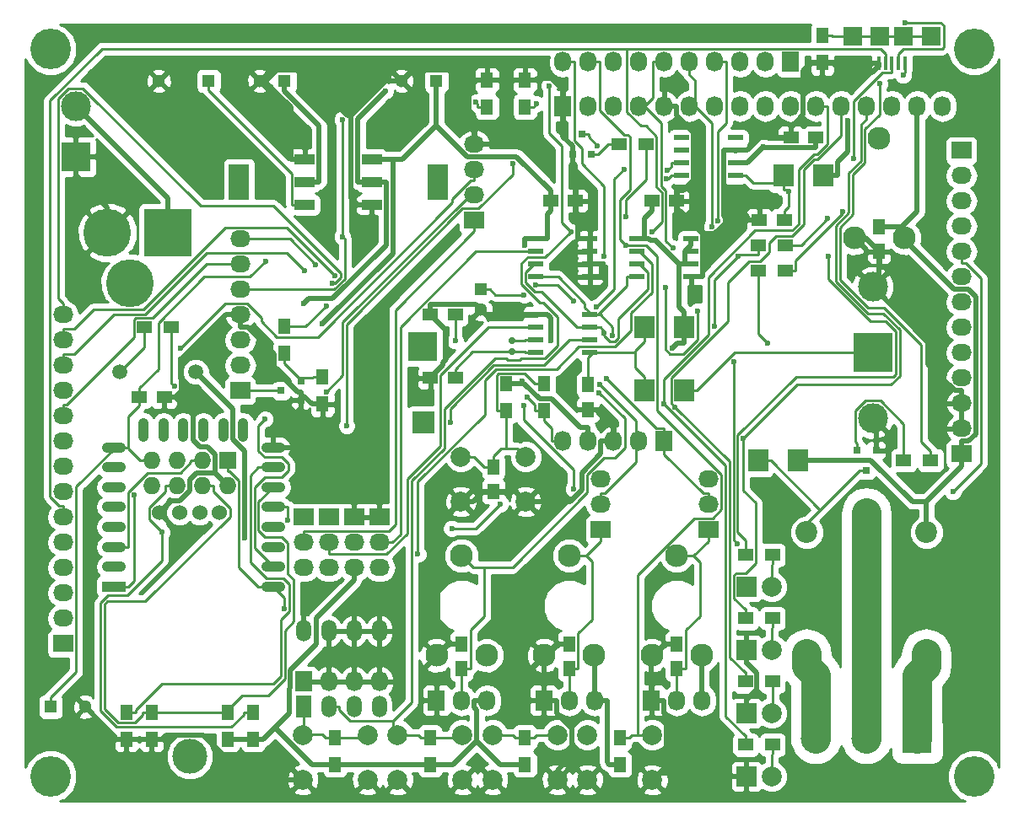
<source format=gbr>
G04 #@! TF.FileFunction,Copper,L2,Bot,Signal*
%FSLAX46Y46*%
G04 Gerber Fmt 4.6, Leading zero omitted, Abs format (unit mm)*
G04 Created by KiCad (PCBNEW 4.0.2-stable) date 01/06/2016 13:38:34*
%MOMM*%
G01*
G04 APERTURE LIST*
%ADD10C,0.100000*%
%ADD11C,0.700000*%
%ADD12R,3.000000X3.000000*%
%ADD13C,1.524000*%
%ADD14C,3.500000*%
%ADD15C,1.998980*%
%ADD16O,1.100000X2.400000*%
%ADD17R,2.400000X1.100000*%
%ADD18O,2.400000X1.100000*%
%ADD19R,1.727200X2.032000*%
%ADD20O,1.727200X2.032000*%
%ADD21R,1.250000X1.500000*%
%ADD22R,1.500000X1.250000*%
%ADD23R,1.300000X1.300000*%
%ADD24C,1.300000*%
%ADD25R,1.550000X0.600000*%
%ADD26R,2.032000X1.727200*%
%ADD27O,2.032000X1.727200*%
%ADD28C,4.800600*%
%ADD29R,4.800600X4.800600*%
%ADD30R,1.300000X1.500000*%
%ADD31R,2.000000X2.000000*%
%ADD32C,2.000000*%
%ADD33R,0.800100X0.800100*%
%ADD34R,1.500000X1.300000*%
%ADD35R,1.727200X1.727200*%
%ADD36O,1.727200X1.727200*%
%ADD37R,2.032000X3.657600*%
%ADD38R,2.032000X1.016000*%
%ADD39R,2.235200X2.235200*%
%ADD40C,2.300000*%
%ADD41R,1.998980X2.301240*%
%ADD42C,4.064000*%
%ADD43C,3.000000*%
%ADD44R,4.000000X4.000000*%
%ADD45C,1.500000*%
%ADD46R,1.498600X2.197100*%
%ADD47O,1.498600X2.197100*%
%ADD48R,2.999740X2.999740*%
%ADD49C,2.999740*%
%ADD50C,2.200000*%
%ADD51C,2.600000*%
%ADD52C,2.800000*%
%ADD53R,1.897380X1.897380*%
%ADD54R,0.398780X1.348740*%
%ADD55R,0.398780X1.346200*%
%ADD56C,0.600000*%
%ADD57C,0.500000*%
%ADD58C,0.398600*%
%ADD59C,0.250000*%
%ADD60C,3.000000*%
%ADD61C,0.254000*%
G04 APERTURE END LIST*
D10*
D11*
X160610000Y-98340000D03*
X160610000Y-97240000D03*
D12*
X151610000Y-97790000D03*
D13*
X131270000Y-114475000D03*
X129270000Y-114475000D03*
X127270000Y-114475000D03*
X125270000Y-114475000D03*
D14*
X128270000Y-138975000D03*
D15*
X139623800Y-141315440D03*
X146126200Y-136814560D03*
X139623800Y-136814560D03*
X146126200Y-141315440D03*
D16*
X123640000Y-106170000D03*
X125640000Y-106170000D03*
X127640000Y-106170000D03*
X129640000Y-106170000D03*
X131640000Y-106170000D03*
X133640000Y-106170000D03*
D17*
X120650000Y-121920000D03*
D18*
X120650000Y-119920000D03*
X120650000Y-117920000D03*
X120650000Y-115920000D03*
X120650000Y-113920000D03*
X120650000Y-111920000D03*
X120650000Y-109920000D03*
X120650000Y-107920000D03*
X136650000Y-107920000D03*
X136650000Y-109920000D03*
X136650000Y-111920000D03*
X136650000Y-113920000D03*
X136650000Y-115920000D03*
X136650000Y-117920000D03*
X136650000Y-119920000D03*
X136650000Y-121920000D03*
D19*
X139700000Y-131445000D03*
D20*
X142240000Y-131445000D03*
X144780000Y-131445000D03*
X147320000Y-131445000D03*
D21*
X155575000Y-130155000D03*
X155575000Y-127655000D03*
D22*
X125710000Y-102870000D03*
X123210000Y-102870000D03*
D21*
X166370000Y-130155000D03*
X166370000Y-127655000D03*
X177165000Y-130155000D03*
X177165000Y-127655000D03*
X158750000Y-109875000D03*
X158750000Y-112375000D03*
D22*
X174645000Y-83185000D03*
X177145000Y-83185000D03*
D21*
X197485000Y-88245000D03*
X197485000Y-85745000D03*
X168275000Y-101620000D03*
X168275000Y-104120000D03*
D22*
X154920000Y-100965000D03*
X152420000Y-100965000D03*
X154920000Y-94615000D03*
X152420000Y-94615000D03*
X191115000Y-76835000D03*
X188615000Y-76835000D03*
X185440000Y-85090000D03*
X187940000Y-85090000D03*
X164485000Y-83185000D03*
X166985000Y-83185000D03*
D23*
X130175000Y-71120000D03*
D24*
X125175000Y-71120000D03*
X117800000Y-133985000D03*
D23*
X114300000Y-133985000D03*
D24*
X135295000Y-71120000D03*
D23*
X137795000Y-71120000D03*
D24*
X149535000Y-71120000D03*
D23*
X153035000Y-71120000D03*
X157480000Y-92075000D03*
D24*
X157480000Y-94075000D03*
D25*
X178595000Y-86995000D03*
X178595000Y-88265000D03*
X178595000Y-89535000D03*
X178595000Y-90805000D03*
X173195000Y-90805000D03*
X173195000Y-89535000D03*
X173195000Y-88265000D03*
X173195000Y-86995000D03*
X168435000Y-86995000D03*
X168435000Y-88265000D03*
X168435000Y-89535000D03*
X168435000Y-90805000D03*
X163035000Y-90805000D03*
X163035000Y-89535000D03*
X163035000Y-88265000D03*
X163035000Y-86995000D03*
D26*
X156845000Y-85090000D03*
D27*
X156845000Y-82550000D03*
X156845000Y-80010000D03*
X156845000Y-77470000D03*
D26*
X139700000Y-114935000D03*
D27*
X139700000Y-117475000D03*
X139700000Y-120015000D03*
D28*
X120015000Y-86360000D03*
D29*
X126111000Y-86360000D03*
D28*
X122301000Y-91440000D03*
D26*
X205740000Y-78105000D03*
D27*
X205740000Y-80645000D03*
X205740000Y-83185000D03*
X205740000Y-85725000D03*
X205740000Y-88265000D03*
X205740000Y-90805000D03*
X205740000Y-93345000D03*
X205740000Y-95885000D03*
X205740000Y-98425000D03*
D26*
X115570000Y-127635000D03*
D27*
X115570000Y-125095000D03*
X115570000Y-122555000D03*
X115570000Y-120015000D03*
X115570000Y-117475000D03*
X115570000Y-114935000D03*
X115570000Y-112395000D03*
X115570000Y-109855000D03*
X115570000Y-107315000D03*
X115570000Y-104775000D03*
X115570000Y-102235000D03*
X115570000Y-99695000D03*
X115570000Y-97155000D03*
X115570000Y-94615000D03*
D19*
X188595000Y-69215000D03*
D20*
X186055000Y-69215000D03*
X183515000Y-69215000D03*
X180975000Y-69215000D03*
X178435000Y-69215000D03*
X175895000Y-69215000D03*
X173355000Y-69215000D03*
X170815000Y-69215000D03*
X168275000Y-69215000D03*
X165735000Y-69215000D03*
D26*
X205740000Y-108585000D03*
D27*
X205740000Y-106045000D03*
X205740000Y-103505000D03*
X205740000Y-100965000D03*
D30*
X191770000Y-69295000D03*
X191770000Y-66595000D03*
D19*
X165735000Y-73660000D03*
D20*
X168275000Y-73660000D03*
X170815000Y-73660000D03*
X173355000Y-73660000D03*
X175895000Y-73660000D03*
X178435000Y-73660000D03*
X180975000Y-73660000D03*
X183515000Y-73660000D03*
X186055000Y-73660000D03*
X188595000Y-73660000D03*
X191135000Y-73660000D03*
X193675000Y-73660000D03*
X196215000Y-73660000D03*
X198755000Y-73660000D03*
X201295000Y-73660000D03*
X203835000Y-73660000D03*
D31*
X184150000Y-140970000D03*
D32*
X186690000Y-140970000D03*
D31*
X184150000Y-134620000D03*
D32*
X186690000Y-134620000D03*
D31*
X184150000Y-128270000D03*
D32*
X186690000Y-128270000D03*
D31*
X184150000Y-121920000D03*
D32*
X186690000Y-121920000D03*
D26*
X142240000Y-114935000D03*
D27*
X142240000Y-117475000D03*
X142240000Y-120015000D03*
D19*
X153035000Y-133350000D03*
D20*
X155575000Y-133350000D03*
X158115000Y-133350000D03*
D19*
X163830000Y-133350000D03*
D20*
X166370000Y-133350000D03*
X168910000Y-133350000D03*
D19*
X174625000Y-133350000D03*
D20*
X177165000Y-133350000D03*
X179705000Y-133350000D03*
D26*
X169545000Y-116205000D03*
D27*
X169545000Y-113665000D03*
X169545000Y-111125000D03*
D26*
X180340000Y-116205000D03*
D27*
X180340000Y-113665000D03*
X180340000Y-111125000D03*
D33*
X195265000Y-108219240D03*
X197165000Y-108219240D03*
X196215000Y-110218220D03*
X139430760Y-101285000D03*
X139430760Y-103185000D03*
X137431780Y-102235000D03*
X168590000Y-78470760D03*
X166690000Y-78470760D03*
X167640000Y-76471780D03*
D34*
X184070000Y-137795000D03*
X186770000Y-137795000D03*
X184070000Y-131445000D03*
X186770000Y-131445000D03*
D30*
X142875000Y-137080000D03*
X142875000Y-139780000D03*
D34*
X184070000Y-125095000D03*
X186770000Y-125095000D03*
X184070000Y-118745000D03*
X186770000Y-118745000D03*
X202645000Y-109220000D03*
X199945000Y-109220000D03*
D30*
X152400000Y-137080000D03*
X152400000Y-139780000D03*
X137795000Y-98505000D03*
X137795000Y-95805000D03*
X141605000Y-103585000D03*
X141605000Y-100885000D03*
D34*
X123745000Y-95885000D03*
X126445000Y-95885000D03*
D30*
X158115000Y-71040000D03*
X158115000Y-73740000D03*
X161925000Y-137080000D03*
X161925000Y-139780000D03*
X121920000Y-134540000D03*
X121920000Y-137240000D03*
X124460000Y-134540000D03*
X124460000Y-137240000D03*
X132080000Y-134540000D03*
X132080000Y-137240000D03*
X134620000Y-134540000D03*
X134620000Y-137240000D03*
X161925000Y-71040000D03*
X161925000Y-73740000D03*
X171450000Y-137080000D03*
X171450000Y-139780000D03*
D34*
X188040000Y-90170000D03*
X185340000Y-90170000D03*
X188040000Y-87630000D03*
X185340000Y-87630000D03*
D30*
X163830000Y-101520000D03*
X163830000Y-104220000D03*
X160020000Y-104220000D03*
X160020000Y-101520000D03*
D34*
X171370000Y-77470000D03*
X174070000Y-77470000D03*
D35*
X132080000Y-109220000D03*
D36*
X132080000Y-111760000D03*
X129540000Y-109220000D03*
X129540000Y-111760000D03*
X127000000Y-109220000D03*
X127000000Y-111760000D03*
X124460000Y-109220000D03*
X124460000Y-111760000D03*
D37*
X133223000Y-81280000D03*
D38*
X139827000Y-81280000D03*
X139827000Y-83566000D03*
X139827000Y-78994000D03*
D37*
X153162000Y-81280000D03*
D38*
X146558000Y-81280000D03*
X146558000Y-78994000D03*
X146558000Y-83566000D03*
D25*
X177640000Y-80645000D03*
X177640000Y-79375000D03*
X177640000Y-78105000D03*
X177640000Y-76835000D03*
X183040000Y-76835000D03*
X183040000Y-78105000D03*
X183040000Y-79375000D03*
X183040000Y-80645000D03*
X163035000Y-98425000D03*
X163035000Y-97155000D03*
X163035000Y-95885000D03*
X163035000Y-94615000D03*
X168435000Y-94615000D03*
X168435000Y-95885000D03*
X168435000Y-97155000D03*
X168435000Y-98425000D03*
D26*
X133350000Y-102235000D03*
D27*
X133350000Y-99695000D03*
X133350000Y-97155000D03*
X133350000Y-94615000D03*
X133350000Y-92075000D03*
X133350000Y-89535000D03*
X133350000Y-86995000D03*
D26*
X144780000Y-114935000D03*
D27*
X144780000Y-117475000D03*
X144780000Y-120015000D03*
D26*
X147320000Y-114935000D03*
D27*
X147320000Y-117475000D03*
X147320000Y-120015000D03*
D39*
X151765000Y-105410000D03*
D40*
X163870000Y-128825000D03*
X166370000Y-118825000D03*
X168870000Y-128825000D03*
X194985000Y-86915000D03*
X197485000Y-76915000D03*
X199985000Y-86915000D03*
X174665000Y-128825000D03*
X177165000Y-118825000D03*
X179665000Y-128825000D03*
D41*
X189334140Y-109220000D03*
X185315860Y-109220000D03*
X191874140Y-80645000D03*
X187855860Y-80645000D03*
X173885860Y-95885000D03*
X177904140Y-95885000D03*
X173885860Y-102235000D03*
X177904140Y-102235000D03*
D42*
X114300000Y-67945000D03*
X207010000Y-67945000D03*
D43*
X196850000Y-105029000D03*
X196850000Y-91821000D03*
D44*
X196850000Y-98425000D03*
D45*
X121295000Y-100330000D03*
X128895000Y-100330000D03*
D46*
X139700000Y-133972300D03*
D47*
X142240000Y-133985000D03*
X144780000Y-133985000D03*
X147320000Y-133985000D03*
X147320000Y-126365000D03*
X144780000Y-126365000D03*
X142240000Y-126365000D03*
X139700000Y-126365000D03*
D19*
X175895000Y-107315000D03*
D20*
X173355000Y-107315000D03*
X170815000Y-107315000D03*
X168275000Y-107315000D03*
X165735000Y-107315000D03*
D48*
X116840000Y-78740000D03*
D49*
X116840000Y-73660000D03*
D40*
X153075000Y-128825000D03*
X155575000Y-118825000D03*
X158075000Y-128825000D03*
D50*
X190215000Y-116455000D03*
D51*
X190215000Y-128655000D03*
X202215000Y-128655000D03*
D50*
X202215000Y-116455000D03*
D52*
X196215000Y-114455000D03*
D48*
X201295000Y-137160000D03*
D49*
X196215000Y-137160000D03*
X191135000Y-137160000D03*
D42*
X114300000Y-140970000D03*
X207010000Y-140970000D03*
D15*
X149148800Y-141315440D03*
X155651200Y-136814560D03*
X149148800Y-136814560D03*
X155651200Y-141315440D03*
X158673800Y-141315440D03*
X165176200Y-136814560D03*
X158673800Y-136814560D03*
X165176200Y-141315440D03*
X168198800Y-141315440D03*
X174701200Y-136814560D03*
X168198800Y-136814560D03*
X174701200Y-141315440D03*
X162001200Y-108874560D03*
X155498800Y-113375440D03*
X162001200Y-113375440D03*
X155498800Y-108874560D03*
D53*
X197556120Y-66675000D03*
X199953880Y-66675000D03*
X202704700Y-66675000D03*
X194805300Y-66675000D03*
D54*
X197454520Y-69349620D03*
D55*
X198107300Y-69349620D03*
X198755000Y-69349620D03*
X199402700Y-69349620D03*
X200055480Y-69349620D03*
D56*
X184203300Y-84692900D03*
X164551200Y-97167000D03*
X195152400Y-70264000D03*
X169748300Y-89492900D03*
X139709000Y-93493700D03*
X147891700Y-72170400D03*
X133796500Y-117034400D03*
X194310000Y-75142400D03*
X169378900Y-102434100D03*
X135911600Y-89220500D03*
X175035800Y-87164800D03*
X176677700Y-97953900D03*
X161622000Y-101303900D03*
X161859700Y-87604900D03*
X141592000Y-95540400D03*
X186252200Y-97459800D03*
X183310400Y-88707400D03*
X180943500Y-95768400D03*
X154920000Y-97240000D03*
X185846200Y-77767900D03*
X188391800Y-82257800D03*
X199881000Y-70565000D03*
X161841500Y-92621800D03*
X183266000Y-117625600D03*
X182900500Y-99338700D03*
X166550300Y-86257500D03*
X164359600Y-71597500D03*
X139823200Y-90170000D03*
X172057600Y-87635600D03*
X170693600Y-96707900D03*
X169872000Y-96419100D03*
X151184700Y-118665500D03*
X141969300Y-102340400D03*
X127346800Y-97988200D03*
X170092000Y-100993400D03*
X169467800Y-101585400D03*
X162143100Y-102845100D03*
X161772200Y-103689300D03*
X166773000Y-112102200D03*
X135840800Y-105087600D03*
X193775000Y-84224800D03*
X192318000Y-84947500D03*
X204882200Y-112391700D03*
X137725700Y-124113500D03*
X141991500Y-93710300D03*
X140891500Y-89566200D03*
X162996600Y-91583200D03*
X166841900Y-93221700D03*
X159467600Y-113595000D03*
X154574900Y-116073900D03*
X175993900Y-91859500D03*
X179278400Y-94208200D03*
X174645400Y-86273600D03*
X176210000Y-80146400D03*
X160675300Y-79448400D03*
X144030100Y-105775300D03*
X194945000Y-78942900D03*
X200069800Y-65253100D03*
X143586500Y-75012100D03*
X143586500Y-86763000D03*
X169089700Y-93825500D03*
X171849300Y-79984100D03*
X176156000Y-80933300D03*
X142826100Y-90647300D03*
X142573300Y-91476900D03*
X175843600Y-103569400D03*
X176989200Y-103869900D03*
X183846400Y-107023800D03*
X181301600Y-85159900D03*
X192342100Y-88778400D03*
X180674000Y-85789200D03*
X176767600Y-87888800D03*
X169883000Y-88719600D03*
X197505700Y-71423400D03*
X154448200Y-105410000D03*
X169207400Y-77644700D03*
X157005700Y-73249900D03*
X163041000Y-73439000D03*
X126733600Y-101805600D03*
X122728800Y-112731200D03*
X125498600Y-116459000D03*
X138125300Y-115280900D03*
X172025300Y-84762400D03*
D57*
X153670000Y-95885000D02*
X153670000Y-95865000D01*
X154051000Y-96266000D02*
X153670000Y-95885000D01*
X153674418Y-99699418D02*
X153674418Y-99436582D01*
X152420000Y-100953836D02*
X153674418Y-99699418D01*
X153674418Y-99436582D02*
X154051000Y-99060000D01*
X154051000Y-99060000D02*
X154051000Y-96266000D01*
X153670000Y-95865000D02*
X152420000Y-94615000D01*
X152420000Y-100965000D02*
X152420000Y-100953836D01*
X197485000Y-88245000D02*
X197485000Y-91186000D01*
X197485000Y-91186000D02*
X196850000Y-91821000D01*
X197485000Y-88245000D02*
X197465000Y-88245000D01*
X197465000Y-88245000D02*
X196135000Y-86915000D01*
X196135000Y-86915000D02*
X194985000Y-86915000D01*
X197165000Y-105344000D02*
X197165000Y-108219200D01*
X196850000Y-105029000D02*
X197165000Y-105344000D01*
X177165000Y-127655000D02*
X176139700Y-127655000D01*
X174969700Y-128825000D02*
X176139700Y-127655000D01*
X174665000Y-128825000D02*
X174969700Y-128825000D01*
X174625000Y-128865000D02*
X174665000Y-128825000D01*
X174625000Y-133350000D02*
X174625000Y-128865000D01*
X166985000Y-79566100D02*
X166690000Y-79271100D01*
X166985000Y-82159700D02*
X166985000Y-79566100D01*
X146558000Y-83566000D02*
X145141700Y-83566000D01*
X136650000Y-107920000D02*
X138250300Y-107920000D01*
X144780000Y-114935000D02*
X144780000Y-113671100D01*
X166985000Y-82672300D02*
X166985000Y-82159700D01*
X147320000Y-126365000D02*
X147320000Y-131445000D01*
X156994700Y-93589700D02*
X152420000Y-93589700D01*
X152420000Y-94615000D02*
X152420000Y-93589700D01*
X157480000Y-94075000D02*
X156994700Y-93589700D01*
X163830000Y-133350000D02*
X165093900Y-133350000D01*
X166627700Y-136147700D02*
X166627700Y-139804100D01*
X165093900Y-134613900D02*
X166627700Y-136147700D01*
X165093900Y-133350000D02*
X165093900Y-134613900D01*
X166687500Y-139804100D02*
X166627700Y-139804100D01*
X168198800Y-141315400D02*
X166687500Y-139804100D01*
X165176200Y-140357900D02*
X165176200Y-141315400D01*
X165730000Y-139804100D02*
X165176200Y-140357900D01*
X166627700Y-139804100D02*
X165730000Y-139804100D01*
X124460000Y-137240000D02*
X121920000Y-137240000D01*
X120869700Y-137054700D02*
X117800000Y-133985000D01*
X120869700Y-137240000D02*
X120869700Y-137054700D01*
X121920000Y-137240000D02*
X120869700Y-137240000D01*
X184289700Y-84779300D02*
X184203300Y-84692900D01*
X184289700Y-85090000D02*
X184289700Y-84779300D01*
X185440000Y-85090000D02*
X184289700Y-85090000D01*
X178595000Y-90805000D02*
X179770300Y-90805000D01*
X177145000Y-83185000D02*
X177145000Y-84210300D01*
X169300300Y-104384000D02*
X169300300Y-104120000D01*
X170815000Y-105898700D02*
X169300300Y-104384000D01*
X170815000Y-107315000D02*
X170815000Y-105898700D01*
X168275000Y-104120000D02*
X169300300Y-104120000D01*
X174625000Y-133350000D02*
X175888900Y-133350000D01*
X184150000Y-140970000D02*
X182749700Y-140970000D01*
X175888900Y-134613900D02*
X175888900Y-133350000D01*
X176122300Y-134847300D02*
X175888900Y-134613900D01*
X176122300Y-140604800D02*
X176122300Y-134847300D01*
X175411800Y-140604800D02*
X176122300Y-140604800D01*
X174701200Y-141315400D02*
X175411800Y-140604800D01*
X182384500Y-140604800D02*
X182749700Y-140970000D01*
X176122300Y-140604800D02*
X182384500Y-140604800D01*
X170815000Y-107315000D02*
X169551100Y-107315000D01*
X125928700Y-136821600D02*
X125510300Y-137240000D01*
X129640200Y-136821600D02*
X125928700Y-136821600D01*
X134134000Y-141315400D02*
X129640200Y-136821600D01*
X139623800Y-141315400D02*
X134134000Y-141315400D01*
X124460000Y-137240000D02*
X125510300Y-137240000D01*
X179770300Y-90805000D02*
X179770300Y-86497200D01*
X177483400Y-84210300D02*
X177145000Y-84210300D01*
X179770300Y-86497200D02*
X177483400Y-84210300D01*
X158750000Y-112375000D02*
X157724700Y-112375000D01*
X166370000Y-127655000D02*
X165344700Y-127655000D01*
X166490300Y-113375400D02*
X162001200Y-113375400D01*
X167668900Y-112196800D02*
X166490300Y-113375400D01*
X167668900Y-110461100D02*
X167668900Y-112196800D01*
X169551100Y-108578900D02*
X167668900Y-110461100D01*
X169551100Y-107315000D02*
X169551100Y-108578900D01*
X161000800Y-112375000D02*
X158750000Y-112375000D01*
X162001200Y-113375400D02*
X161000800Y-112375000D01*
X166690000Y-78870900D02*
X166690000Y-79271100D01*
X166690000Y-78870900D02*
X166690000Y-78470800D01*
X166690000Y-78470800D02*
X166690000Y-77670400D01*
X183017600Y-78105000D02*
X181864700Y-78105000D01*
X177785800Y-82159700D02*
X177145000Y-82159700D01*
X178815400Y-81130100D02*
X177785800Y-82159700D01*
X178815400Y-76298300D02*
X178815400Y-81130100D01*
X177158900Y-74641800D02*
X178815400Y-76298300D01*
X177158900Y-73660000D02*
X177158900Y-74641800D01*
X175895000Y-73660000D02*
X177158900Y-73660000D01*
X177145000Y-83185000D02*
X177145000Y-82159700D01*
X182054200Y-85090000D02*
X184289700Y-85090000D01*
X182054200Y-85428300D02*
X182054200Y-85090000D01*
X180985300Y-86497200D02*
X182054200Y-85428300D01*
X179770300Y-86497200D02*
X180985300Y-86497200D01*
X181864700Y-84641200D02*
X181864700Y-78105000D01*
X182054200Y-84830700D02*
X181864700Y-84641200D01*
X182054200Y-85090000D02*
X182054200Y-84830700D01*
X125710000Y-102870000D02*
X126860300Y-102870000D01*
X134092600Y-95878900D02*
X133350000Y-95878900D01*
X136742200Y-98528500D02*
X134092600Y-95878900D01*
X136742200Y-100017900D02*
X136742200Y-98528500D01*
X139109000Y-102384700D02*
X136742200Y-100017900D01*
X139430800Y-102384700D02*
X139109000Y-102384700D01*
X133350000Y-94615000D02*
X133350000Y-95878900D01*
X133350000Y-94615000D02*
X131933700Y-94615000D01*
X139827000Y-78994000D02*
X138410700Y-78994000D01*
X135790000Y-71120000D02*
X135850900Y-71180800D01*
X135295000Y-71120000D02*
X135790000Y-71120000D01*
X138410700Y-73740700D02*
X138410700Y-78994000D01*
X135850900Y-71180800D02*
X138410700Y-73740700D01*
X156724300Y-113375400D02*
X155498800Y-113375400D01*
X157724700Y-112375000D02*
X156724300Y-113375400D01*
X155575000Y-127655000D02*
X154549700Y-127655000D01*
X154397400Y-127502600D02*
X154549700Y-127655000D01*
X153075000Y-128825000D02*
X154397400Y-127502600D01*
X158020000Y-94615000D02*
X157480000Y-94075000D01*
X163035000Y-94615000D02*
X158020000Y-94615000D01*
X164551200Y-94955900D02*
X164210300Y-94615000D01*
X164551200Y-97167000D02*
X164551200Y-94955900D01*
X163035000Y-94615000D02*
X164210300Y-94615000D01*
X136962100Y-70069600D02*
X135850900Y-71180800D01*
X139634500Y-70069600D02*
X136962100Y-70069600D01*
X144145300Y-74580400D02*
X139634500Y-70069600D01*
X144491300Y-74580400D02*
X144145300Y-74580400D01*
X144491300Y-82915600D02*
X145141700Y-83566000D01*
X144491300Y-74580400D02*
X144491300Y-82915600D01*
X120015000Y-83815200D02*
X120015000Y-86360000D01*
X116840000Y-80640200D02*
X120015000Y-83815200D01*
X116840000Y-78740000D02*
X116840000Y-80640200D01*
X139430800Y-103185000D02*
X139430800Y-102784800D01*
X139430800Y-102784800D02*
X139430800Y-102384700D01*
X139754500Y-102784800D02*
X140554700Y-103585000D01*
X139430800Y-102784800D02*
X139754500Y-102784800D01*
X141605000Y-103585000D02*
X140554700Y-103585000D01*
X139430800Y-103185000D02*
X139430800Y-103985400D01*
X139028900Y-104387300D02*
X139430800Y-103985400D01*
X139028900Y-107920000D02*
X139028900Y-104387300D01*
X144780000Y-113671100D02*
X139028900Y-107920000D01*
X139028900Y-107920000D02*
X138250300Y-107920000D01*
X165735000Y-76715400D02*
X165735000Y-73660000D01*
X166690000Y-77670400D02*
X165735000Y-76715400D01*
X165735000Y-73660000D02*
X165735000Y-72243700D01*
X161925000Y-71040000D02*
X162975300Y-71040000D01*
X153470800Y-115403400D02*
X155498800Y-113375400D01*
X153470800Y-117249300D02*
X153470800Y-115403400D01*
X153174600Y-117545500D02*
X153470800Y-117249300D01*
X153174600Y-126279900D02*
X153174600Y-117545500D01*
X154397400Y-127502600D02*
X153174600Y-126279900D01*
X184283900Y-129670300D02*
X184150000Y-129670300D01*
X185220400Y-130606800D02*
X184283900Y-129670300D01*
X185220400Y-132283200D02*
X185220400Y-130606800D01*
X184283900Y-133219700D02*
X185220400Y-132283200D01*
X184150000Y-133219700D02*
X184283900Y-133219700D01*
X184150000Y-134620000D02*
X184150000Y-133219700D01*
X184150000Y-128270000D02*
X184150000Y-129670300D01*
X168435000Y-90805000D02*
X169610300Y-90805000D01*
X168435000Y-89535000D02*
X169610300Y-89535000D01*
X163156500Y-70858800D02*
X162975300Y-71040000D01*
X164611400Y-70858800D02*
X163156500Y-70858800D01*
X165735000Y-71982400D02*
X164611400Y-70858800D01*
X165735000Y-72243700D02*
X165735000Y-71982400D01*
X169610300Y-90805000D02*
X169610300Y-89535000D01*
X169706200Y-89535000D02*
X169748300Y-89492900D01*
X169610300Y-89535000D02*
X169706200Y-89535000D01*
X168435000Y-89535000D02*
X168435000Y-88265000D01*
X168435000Y-88265000D02*
X168435000Y-86995000D01*
X168435000Y-86995000D02*
X167259700Y-86995000D01*
X166985000Y-83185000D02*
X166985000Y-82672300D01*
X167259700Y-84485000D02*
X167259700Y-86995000D01*
X166985000Y-84210300D02*
X167259700Y-84485000D01*
X166985000Y-83185000D02*
X166985000Y-84210300D01*
X205740000Y-103505000D02*
X205740000Y-102241100D01*
D58*
X197454500Y-69589100D02*
X197454500Y-69349600D01*
D57*
X161925000Y-71040000D02*
X158115000Y-71040000D01*
X158115000Y-71040000D02*
X157064700Y-71040000D01*
X156845000Y-77470000D02*
X156845000Y-76206100D01*
X157064700Y-71040000D02*
X156296500Y-71808200D01*
X156296500Y-75657600D02*
X156845000Y-76206100D01*
X156296500Y-71808200D02*
X156296500Y-75657600D01*
X147951700Y-71120000D02*
X144491300Y-74580400D01*
X149535000Y-71120000D02*
X147951700Y-71120000D01*
X154557900Y-70069600D02*
X156296500Y-71808200D01*
X150585400Y-70069600D02*
X154557900Y-70069600D01*
X149535000Y-71120000D02*
X150585400Y-70069600D01*
X127464900Y-102265400D02*
X126860300Y-102870000D01*
X127464900Y-99083800D02*
X127464900Y-102265400D01*
X131933700Y-94615000D02*
X127464900Y-99083800D01*
X126439300Y-113305700D02*
X125270000Y-114475000D01*
X127268300Y-113305700D02*
X126439300Y-113305700D01*
X128270000Y-112304000D02*
X127268300Y-113305700D01*
X128270000Y-111182800D02*
X128270000Y-112304000D01*
X128956800Y-110496000D02*
X128270000Y-111182800D01*
X130816000Y-110496000D02*
X128956800Y-110496000D01*
X130816000Y-108677000D02*
X130816000Y-110496000D01*
X130024300Y-107885300D02*
X130816000Y-108677000D01*
X129295000Y-107885300D02*
X130024300Y-107885300D01*
X128640000Y-107230300D02*
X129295000Y-107885300D01*
X128640000Y-104649700D02*
X128640000Y-107230300D01*
X126860300Y-102870000D02*
X128640000Y-104649700D01*
X130816000Y-110496000D02*
X132080000Y-111760000D01*
X164174700Y-128825000D02*
X165344700Y-127655000D01*
X163870000Y-128825000D02*
X164174700Y-128825000D01*
X163870000Y-131893700D02*
X163830000Y-131933700D01*
X163870000Y-128825000D02*
X163870000Y-131893700D01*
X163830000Y-133350000D02*
X163830000Y-131933700D01*
X183017600Y-78105000D02*
X183040000Y-78105000D01*
X183040000Y-78105000D02*
X184215300Y-78105000D01*
X196779600Y-70264000D02*
X195152400Y-70264000D01*
X197454500Y-69589100D02*
X196779600Y-70264000D01*
X193789300Y-70264000D02*
X192820300Y-69295000D01*
X195152400Y-70264000D02*
X193789300Y-70264000D01*
X191770000Y-69295000D02*
X192820300Y-69295000D01*
X191770000Y-69295000D02*
X190719700Y-69295000D01*
X185485300Y-76835000D02*
X188615000Y-76835000D01*
X184215300Y-78105000D02*
X185485300Y-76835000D01*
X189865000Y-70149700D02*
X190719700Y-69295000D01*
X189865000Y-74559700D02*
X189865000Y-70149700D01*
X188615000Y-75809700D02*
X189865000Y-74559700D01*
X188615000Y-76835000D02*
X188615000Y-75809700D01*
X202397000Y-97368000D02*
X196850000Y-91821000D01*
X202397000Y-99574200D02*
X202397000Y-97368000D01*
X205063900Y-102241100D02*
X202397000Y-99574200D01*
X205740000Y-102241100D02*
X205063900Y-102241100D01*
D59*
X182988900Y-98425000D02*
X179178900Y-102235000D01*
X196850000Y-98425000D02*
X182988900Y-98425000D01*
X177904100Y-102235000D02*
X179178900Y-102235000D01*
X123745000Y-97880000D02*
X123745000Y-95885000D01*
X121295000Y-100330000D02*
X123745000Y-97880000D01*
D57*
X197485000Y-85745000D02*
X198755000Y-85745000D01*
X198755000Y-85745000D02*
X199780300Y-85745000D01*
X199780300Y-86710300D02*
X199780300Y-85745000D01*
X199985000Y-86915000D02*
X199780300Y-86710300D01*
X205740000Y-108585000D02*
X205740000Y-107321100D01*
X206450900Y-107321100D02*
X205740000Y-107321100D01*
X207161300Y-106610700D02*
X206450900Y-107321100D01*
X207161300Y-92775200D02*
X207161300Y-106610700D01*
X206461100Y-92075000D02*
X207161300Y-92775200D01*
X204998500Y-92075000D02*
X206461100Y-92075000D01*
X199985000Y-87061500D02*
X204998500Y-92075000D01*
X199985000Y-86915000D02*
X199985000Y-87061500D01*
X201295000Y-73660000D02*
X201295000Y-75076300D01*
X201295000Y-84230300D02*
X201295000Y-75076300D01*
X199780300Y-85745000D02*
X201295000Y-84230300D01*
X146558000Y-81280000D02*
X147974300Y-81280000D01*
X146558000Y-81280000D02*
X145141700Y-81280000D01*
X145141700Y-74920400D02*
X147891700Y-72170400D01*
X145141700Y-81280000D02*
X145141700Y-74920400D01*
X133796500Y-108327500D02*
X133796500Y-117034400D01*
X132590400Y-107121400D02*
X133796500Y-108327500D01*
X132590400Y-104025400D02*
X132590400Y-107121400D01*
X128895000Y-100330000D02*
X132590400Y-104025400D01*
X140202100Y-93000600D02*
X139709000Y-93493700D01*
X142622100Y-93000600D02*
X140202100Y-93000600D01*
X147974300Y-87648400D02*
X142622100Y-93000600D01*
X147974300Y-81280000D02*
X147974300Y-87648400D01*
X194310000Y-78209100D02*
X194310000Y-75142400D01*
X193273900Y-79245200D02*
X194310000Y-78209100D01*
X193273900Y-80645000D02*
X193273900Y-79245200D01*
X191874100Y-80645000D02*
X193273900Y-80645000D01*
X205740000Y-108585000D02*
X205740000Y-109848900D01*
X196650500Y-109220000D02*
X189334100Y-109220000D01*
X200804400Y-113373900D02*
X196650500Y-109220000D01*
X202215000Y-113373900D02*
X200804400Y-113373900D01*
X202215000Y-116455000D02*
X202215000Y-113373900D01*
X202215000Y-113373900D02*
X205740000Y-109848900D01*
D59*
X155575000Y-133350000D02*
X155575000Y-130155000D01*
X155575000Y-130155000D02*
X156475300Y-130155000D01*
X156475300Y-126274700D02*
X156475300Y-130155000D01*
X157852600Y-124897400D02*
X156475300Y-126274700D01*
X157852600Y-119963800D02*
X157852600Y-124897400D01*
X156713800Y-119963800D02*
X157852600Y-119963800D01*
X155575000Y-118825000D02*
X156713800Y-119963800D01*
X171966900Y-105022100D02*
X169378900Y-102434100D01*
X171966900Y-107979600D02*
X171966900Y-105022100D01*
X170937100Y-109009400D02*
X171966900Y-107979600D01*
X169863700Y-109009400D02*
X170937100Y-109009400D01*
X168194300Y-110678800D02*
X169863700Y-109009400D01*
X168194300Y-112476500D02*
X168194300Y-110678800D01*
X160707000Y-119963800D02*
X168194300Y-112476500D01*
X157852600Y-119963800D02*
X160707000Y-119963800D01*
X122125300Y-108024200D02*
X122125300Y-107920000D01*
X123321100Y-109220000D02*
X122125300Y-108024200D01*
X124460000Y-109220000D02*
X123321100Y-109220000D01*
X123210000Y-103320100D02*
X123210000Y-103770300D01*
X122125300Y-104855000D02*
X123210000Y-103770300D01*
X122125300Y-107920000D02*
X122125300Y-104855000D01*
X120650000Y-107920000D02*
X120883000Y-107920000D01*
X120883000Y-107920000D02*
X122125300Y-107920000D01*
X116874600Y-130485100D02*
X114300000Y-133059700D01*
X116874600Y-111878100D02*
X116874600Y-130485100D01*
X120832700Y-107920000D02*
X116874600Y-111878100D01*
X120883000Y-107920000D02*
X120832700Y-107920000D01*
X114300000Y-133985000D02*
X114300000Y-133059700D01*
X123210000Y-103320100D02*
X123210000Y-102870000D01*
X134327100Y-90805000D02*
X135911600Y-89220500D01*
X129725300Y-90805000D02*
X134327100Y-90805000D01*
X125118700Y-95411600D02*
X129725300Y-90805000D01*
X125118700Y-100061000D02*
X125118700Y-95411600D01*
X123210000Y-101969700D02*
X125118700Y-100061000D01*
X123210000Y-102870000D02*
X123210000Y-101969700D01*
X169545000Y-116205000D02*
X169545000Y-117343900D01*
X166370000Y-118825000D02*
X168063900Y-118825000D01*
X168063900Y-118825000D02*
X169545000Y-117343900D01*
X166370000Y-133350000D02*
X166370000Y-130155000D01*
X168645600Y-119406700D02*
X168063900Y-118825000D01*
X168645600Y-125195300D02*
X168645600Y-119406700D01*
X167270300Y-126570600D02*
X168645600Y-125195300D01*
X167270300Y-130155000D02*
X167270300Y-126570600D01*
X166370000Y-130155000D02*
X167270300Y-130155000D01*
X180340000Y-116205000D02*
X180340000Y-117343900D01*
X177165000Y-118825000D02*
X178858900Y-118825000D01*
X178858900Y-118825000D02*
X180340000Y-117343900D01*
X177165000Y-133350000D02*
X177165000Y-130155000D01*
X179470700Y-119436800D02*
X178858900Y-118825000D01*
X179470700Y-124868400D02*
X179470700Y-119436800D01*
X178065300Y-126273800D02*
X179470700Y-124868400D01*
X178065300Y-130155000D02*
X178065300Y-126273800D01*
X177165000Y-130155000D02*
X178065300Y-130155000D01*
D57*
X171450000Y-139780000D02*
X170399700Y-139780000D01*
X170173900Y-139554200D02*
X170399700Y-139780000D01*
X170173900Y-133350000D02*
X170173900Y-139554200D01*
X168910000Y-133350000D02*
X170173900Y-133350000D01*
X168275000Y-107315000D02*
X168275000Y-105898700D01*
X160020000Y-101520000D02*
X161070300Y-101520000D01*
X132080000Y-137240000D02*
X134620000Y-137240000D01*
X173195000Y-86995000D02*
X173917300Y-86995000D01*
X173917300Y-86995000D02*
X174370300Y-86995000D01*
X174645000Y-83185000D02*
X174645000Y-84210300D01*
X173917300Y-84938000D02*
X174645000Y-84210300D01*
X173917300Y-86995000D02*
X173917300Y-84938000D01*
X174540100Y-87164800D02*
X175035800Y-87164800D01*
X174370300Y-86995000D02*
X174540100Y-87164800D01*
X144780000Y-120015000D02*
X144780000Y-121278900D01*
X134620000Y-137240000D02*
X135670300Y-137240000D01*
X140581600Y-139780000D02*
X136856000Y-136054300D01*
X142875000Y-139780000D02*
X140581600Y-139780000D01*
X136856000Y-136054300D02*
X135670300Y-137240000D01*
X177904100Y-95885000D02*
X177904100Y-94334100D01*
X178595000Y-88265000D02*
X178007400Y-88265000D01*
X178595000Y-87677400D02*
X178595000Y-86995000D01*
X178007400Y-88265000D02*
X178595000Y-87677400D01*
X164210300Y-84485000D02*
X164485000Y-84210300D01*
X164210300Y-86995000D02*
X164210300Y-84485000D01*
X163035000Y-86995000D02*
X164210300Y-86995000D01*
X164485000Y-83185000D02*
X164485000Y-84210300D01*
X177419700Y-93849700D02*
X177419700Y-89535000D01*
X177904100Y-94334100D02*
X177419700Y-93849700D01*
X177406000Y-89535000D02*
X175035800Y-87164800D01*
X177419700Y-89535000D02*
X177406000Y-89535000D01*
X178007400Y-89535000D02*
X178007400Y-88265000D01*
X178595000Y-89535000D02*
X178007400Y-89535000D01*
X178007400Y-89535000D02*
X177419700Y-89535000D01*
X177195700Y-97435900D02*
X177904100Y-97435900D01*
X176677700Y-97953900D02*
X177195700Y-97435900D01*
X177904100Y-95885000D02*
X177904100Y-97435900D01*
X179665000Y-131893700D02*
X179665000Y-128825000D01*
X179705000Y-131933700D02*
X179665000Y-131893700D01*
X179705000Y-133350000D02*
X179705000Y-131933700D01*
X163035000Y-86995000D02*
X161859700Y-86995000D01*
X161859700Y-86995000D02*
X161859700Y-87604900D01*
X164485000Y-83185000D02*
X164485000Y-82159700D01*
X142875000Y-139780000D02*
X152400000Y-139780000D01*
X158115000Y-133350000D02*
X156851100Y-133350000D01*
X159457300Y-139780000D02*
X161925000Y-139780000D01*
X157084600Y-137407300D02*
X159457300Y-139780000D01*
X154711900Y-139780000D02*
X157084600Y-137407300D01*
X152400000Y-139780000D02*
X154711900Y-139780000D01*
X156851100Y-134025900D02*
X156851100Y-133350000D01*
X157084600Y-134259400D02*
X156851100Y-134025900D01*
X157084600Y-137407300D02*
X157084600Y-134259400D01*
X161622000Y-101520000D02*
X161622000Y-101303900D01*
X161847200Y-101520000D02*
X161622000Y-101520000D01*
X163396800Y-103069600D02*
X161847200Y-101520000D01*
X164646000Y-103069600D02*
X163396800Y-103069600D01*
X167475100Y-105898700D02*
X164646000Y-103069600D01*
X168275000Y-105898700D02*
X167475100Y-105898700D01*
X161622000Y-101520000D02*
X161070300Y-101520000D01*
X146558000Y-78994000D02*
X147974300Y-78994000D01*
X153035000Y-75611400D02*
X153035000Y-71120000D01*
X168910000Y-128865000D02*
X168910000Y-133350000D01*
X168870000Y-128825000D02*
X168910000Y-128865000D01*
X140970000Y-125088900D02*
X144780000Y-121278900D01*
X140970000Y-127703100D02*
X140970000Y-125088900D01*
X138367000Y-130306100D02*
X140970000Y-127703100D01*
X138367000Y-131301700D02*
X138367000Y-130306100D01*
X138366900Y-131301800D02*
X138367000Y-131301700D01*
X138366900Y-132087700D02*
X138366900Y-131301800D01*
X138310500Y-132144100D02*
X138366900Y-132087700D01*
X138310500Y-134599800D02*
X138310500Y-132144100D01*
X136856000Y-136054300D02*
X138310500Y-134599800D01*
X156163600Y-78740000D02*
X153035000Y-75611400D01*
X161065300Y-78740000D02*
X156163600Y-78740000D01*
X164485000Y-82159700D02*
X161065300Y-78740000D01*
X148666100Y-88466300D02*
X148666100Y-78994000D01*
X141592000Y-95540400D02*
X148666100Y-88466300D01*
X149652400Y-78994000D02*
X148666100Y-78994000D01*
X153035000Y-75611400D02*
X149652400Y-78994000D01*
X148666100Y-78994000D02*
X147974300Y-78994000D01*
D59*
X185340000Y-96547600D02*
X186252200Y-97459800D01*
X185340000Y-90170000D02*
X185340000Y-96547600D01*
X185340000Y-87630000D02*
X185340000Y-88555300D01*
X183462500Y-88555300D02*
X183310400Y-88707400D01*
X185340000Y-88555300D02*
X183462500Y-88555300D01*
X180943500Y-91074300D02*
X180943500Y-95768400D01*
X183310400Y-88707400D02*
X180943500Y-91074300D01*
X156849300Y-108874600D02*
X157849700Y-109875000D01*
X155498800Y-108874600D02*
X156849300Y-108874600D01*
X158750000Y-109875000D02*
X157849700Y-109875000D01*
X158750000Y-109875000D02*
X158750000Y-108849700D01*
X160020000Y-105245300D02*
X160020000Y-108042300D01*
X161168900Y-108042300D02*
X160020000Y-108042300D01*
X162001200Y-108874600D02*
X161168900Y-108042300D01*
X159557400Y-108042300D02*
X158750000Y-108849700D01*
X160020000Y-108042300D02*
X159557400Y-108042300D01*
X160020000Y-104732600D02*
X160020000Y-105245300D01*
X163830000Y-101520000D02*
X162904700Y-101520000D01*
X160020000Y-104732600D02*
X160020000Y-104220000D01*
X161879400Y-100494700D02*
X162904700Y-101520000D01*
X159255900Y-100494700D02*
X161879400Y-100494700D01*
X159094700Y-100655900D02*
X159255900Y-100494700D01*
X159094700Y-104220000D02*
X159094700Y-100655900D01*
X160020000Y-104220000D02*
X159094700Y-104220000D01*
X173885900Y-102235000D02*
X173885900Y-100809100D01*
X173885900Y-95885000D02*
X173885900Y-97310900D01*
X173012300Y-98425000D02*
X169485300Y-98425000D01*
X173012300Y-99935500D02*
X173012300Y-98425000D01*
X173885900Y-100809100D02*
X173012300Y-99935500D01*
X173012300Y-98184500D02*
X173885900Y-97310900D01*
X173012300Y-98425000D02*
X173012300Y-98184500D01*
X168435000Y-98425000D02*
X168719400Y-98425000D01*
X168719400Y-98425000D02*
X169485300Y-98425000D01*
X168275000Y-98869400D02*
X168275000Y-101620000D01*
X168719400Y-98425000D02*
X168275000Y-98869400D01*
X163035000Y-98425000D02*
X161984700Y-98425000D01*
X161899700Y-98340000D02*
X160610000Y-98340000D01*
X161984700Y-98425000D02*
X161899700Y-98340000D01*
X156644700Y-98340000D02*
X154920000Y-100064700D01*
X160610000Y-98340000D02*
X156644700Y-98340000D01*
X154920000Y-100965000D02*
X154920000Y-100064700D01*
X163035000Y-97155000D02*
X161984700Y-97155000D01*
X161899700Y-97240000D02*
X161984700Y-97155000D01*
X160610000Y-97240000D02*
X161899700Y-97240000D01*
X154920000Y-94615000D02*
X154920000Y-95515300D01*
X154920000Y-95515300D02*
X154920000Y-97240000D01*
D57*
X141243300Y-75618600D02*
X141243300Y-81280000D01*
X137795000Y-72170300D02*
X141243300Y-75618600D01*
X137795000Y-71120000D02*
X137795000Y-72170300D01*
X139827000Y-81280000D02*
X141243300Y-81280000D01*
X183040000Y-79375000D02*
X184215300Y-79375000D01*
X191115000Y-76835000D02*
X191115000Y-77860300D01*
X185938600Y-77860300D02*
X191115000Y-77860300D01*
X185846200Y-77767900D02*
X185938600Y-77860300D01*
X185822400Y-77767900D02*
X185846200Y-77767900D01*
X184215300Y-79375000D02*
X185822400Y-77767900D01*
D59*
X187940000Y-85090000D02*
X187940000Y-84189700D01*
X188391800Y-83737900D02*
X187940000Y-84189700D01*
X188391800Y-82257800D02*
X188391800Y-83737900D01*
X188204900Y-82070900D02*
X187855900Y-82070900D01*
X188391800Y-82257800D02*
X188204900Y-82070900D01*
X187855900Y-80645000D02*
X187855900Y-81357900D01*
X187855900Y-81357900D02*
X187855900Y-82070900D01*
X184803200Y-81357900D02*
X184090300Y-80645000D01*
X187855900Y-81357900D02*
X184803200Y-81357900D01*
X183040000Y-80645000D02*
X184090300Y-80645000D01*
X200055500Y-69349600D02*
X200055500Y-70298000D01*
X199881000Y-70472500D02*
X199881000Y-70565000D01*
X200055500Y-70298000D02*
X199881000Y-70472500D01*
X139827000Y-83566000D02*
X138535700Y-83566000D01*
X130175000Y-71120000D02*
X130175000Y-72045300D01*
X138535700Y-80406000D02*
X138535700Y-83566000D01*
X130175000Y-72045300D02*
X138535700Y-80406000D01*
X157480000Y-92075000D02*
X158405300Y-92075000D01*
X158952100Y-92621800D02*
X161841500Y-92621800D01*
X158405300Y-92075000D02*
X158952100Y-92621800D01*
X196215000Y-110218200D02*
X195539700Y-110218200D01*
X185315900Y-109220000D02*
X186590700Y-109220000D01*
X191564300Y-114193600D02*
X186590700Y-109220000D01*
X190215000Y-115542900D02*
X191564300Y-114193600D01*
X190215000Y-116455000D02*
X190215000Y-115542900D01*
X191564300Y-114193600D02*
X195539700Y-110218200D01*
D57*
X126111000Y-82931000D02*
X126111000Y-86360000D01*
X116840000Y-73660000D02*
X126111000Y-82931000D01*
D59*
X145860800Y-137080000D02*
X146126200Y-136814600D01*
X142875000Y-137080000D02*
X145860800Y-137080000D01*
X142875000Y-137080000D02*
X141949700Y-137080000D01*
X141608100Y-136738400D02*
X141949700Y-137080000D01*
X139700000Y-136738400D02*
X141608100Y-136738400D01*
X139700000Y-133972300D02*
X139700000Y-136738400D01*
X139700000Y-136738400D02*
X139623800Y-136814600D01*
X182870700Y-117230300D02*
X183266000Y-117625600D01*
X182870700Y-99368500D02*
X182870700Y-117230300D01*
X182900500Y-99338700D02*
X182870700Y-99368500D01*
X159766000Y-99000300D02*
X160023800Y-99000300D01*
X161734500Y-98996500D02*
X161734500Y-99000300D01*
X161544000Y-98996500D02*
X161734500Y-98996500D01*
X161353500Y-99187000D02*
X161544000Y-98996500D01*
X160210500Y-99187000D02*
X161353500Y-99187000D01*
X160023800Y-99000300D02*
X160210500Y-99187000D01*
X155385800Y-137080000D02*
X155651200Y-136814600D01*
X152400000Y-137080000D02*
X155385800Y-137080000D01*
X152400000Y-137080000D02*
X151474700Y-137080000D01*
X142240000Y-133985000D02*
X143264600Y-133985000D01*
X151209300Y-136814600D02*
X151474700Y-137080000D01*
X149148800Y-136814600D02*
X151209300Y-136814600D01*
X144350400Y-135359000D02*
X148703700Y-135359000D01*
X143264600Y-134273200D02*
X144350400Y-135359000D01*
X143264600Y-133985000D02*
X143264600Y-134273200D01*
X148703700Y-136369500D02*
X149148800Y-136814600D01*
X148703700Y-135359000D02*
X148703700Y-136369500D01*
X164359600Y-76402800D02*
X164359600Y-71597500D01*
X165610200Y-77653400D02*
X164359600Y-76402800D01*
X165610200Y-85317400D02*
X165610200Y-77653400D01*
X166550300Y-86257500D02*
X165610200Y-85317400D01*
X163967400Y-88840400D02*
X166550300Y-86257500D01*
X162196000Y-88840400D02*
X163967400Y-88840400D01*
X161584400Y-89452000D02*
X162196000Y-88840400D01*
X161584400Y-91551100D02*
X161584400Y-89452000D01*
X163449300Y-93416000D02*
X161584400Y-91551100D01*
X163769100Y-93416000D02*
X163449300Y-93416000D01*
X165178300Y-94825200D02*
X163769100Y-93416000D01*
X165178300Y-97751100D02*
X165178300Y-94825200D01*
X163929100Y-99000300D02*
X165178300Y-97751100D01*
X158908200Y-99000300D02*
X159766000Y-99000300D01*
X161734500Y-99000300D02*
X163929100Y-99000300D01*
X153845800Y-104062700D02*
X158908200Y-99000300D01*
X153845800Y-108005200D02*
X153845800Y-104062700D01*
X150567500Y-111283500D02*
X153845800Y-108005200D01*
X150567500Y-133495200D02*
X150567500Y-111283500D01*
X148703700Y-135359000D02*
X150567500Y-133495200D01*
X163115700Y-136814600D02*
X165176200Y-136814600D01*
X162850300Y-137080000D02*
X163115700Y-136814600D01*
X161925000Y-137080000D02*
X162850300Y-137080000D01*
X160734300Y-136814600D02*
X160999700Y-137080000D01*
X158673800Y-136814600D02*
X160734300Y-136814600D01*
X161925000Y-137080000D02*
X160999700Y-137080000D01*
X138045300Y-88392100D02*
X139823200Y-90170000D01*
X130005400Y-88392100D02*
X138045300Y-88392100D01*
X123838200Y-94559300D02*
X130005400Y-88392100D01*
X120705700Y-94559300D02*
X123838200Y-94559300D01*
X116708900Y-98556100D02*
X120705700Y-94559300D01*
X115570000Y-98556100D02*
X116708900Y-98556100D01*
X115570000Y-99695000D02*
X115570000Y-98556100D01*
X171450000Y-137080000D02*
X172375300Y-137080000D01*
X174701200Y-136814600D02*
X173233800Y-136814600D01*
X172640700Y-136814600D02*
X172375300Y-137080000D01*
X173233800Y-136814600D02*
X172640700Y-136814600D01*
X168275000Y-69215000D02*
X169413900Y-69215000D01*
X173233800Y-120728800D02*
X173233800Y-136814600D01*
X178896600Y-115066000D02*
X173233800Y-120728800D01*
X180761100Y-115066000D02*
X178896600Y-115066000D01*
X181648700Y-114178400D02*
X180761100Y-115066000D01*
X181648700Y-110652900D02*
X181648700Y-114178400D01*
X175227000Y-104231200D02*
X181648700Y-110652900D01*
X175227000Y-88777500D02*
X175227000Y-104231200D01*
X174085100Y-87635600D02*
X175227000Y-88777500D01*
X172057600Y-87635600D02*
X174085100Y-87635600D01*
X171450000Y-87028000D02*
X172057600Y-87635600D01*
X171450000Y-83073200D02*
X171450000Y-87028000D01*
X172438700Y-82084500D02*
X171450000Y-83073200D01*
X172438700Y-76749400D02*
X172438700Y-82084500D01*
X172234000Y-76544700D02*
X172438700Y-76749400D01*
X171872500Y-76544700D02*
X172234000Y-76544700D01*
X169413900Y-74086100D02*
X171872500Y-76544700D01*
X169413900Y-69215000D02*
X169413900Y-74086100D01*
X170693600Y-95823300D02*
X169485300Y-94615000D01*
X170693600Y-96707900D02*
X170693600Y-95823300D01*
X169242800Y-94615000D02*
X169485300Y-94615000D01*
X172144700Y-91713100D02*
X172144700Y-90805000D01*
X169242800Y-94615000D02*
X172144700Y-91713100D01*
X173195000Y-90805000D02*
X172144700Y-90805000D01*
X168435000Y-94615000D02*
X168659700Y-94615000D01*
X168659700Y-94615000D02*
X169242800Y-94615000D01*
X167914900Y-93870200D02*
X168659700Y-94615000D01*
X167914900Y-93442200D02*
X167914900Y-93870200D01*
X165277700Y-90805000D02*
X167914900Y-93442200D01*
X163035000Y-90805000D02*
X165277700Y-90805000D01*
X168435000Y-95885000D02*
X169485300Y-95885000D01*
X169872000Y-96271700D02*
X169872000Y-96419100D01*
X169485300Y-95885000D02*
X169872000Y-96271700D01*
X173389300Y-89535000D02*
X173195000Y-89535000D01*
X174245300Y-90391000D02*
X173389300Y-89535000D01*
X174245300Y-92015400D02*
X174245300Y-90391000D01*
X171268900Y-94991800D02*
X174245300Y-92015400D01*
X171268900Y-96946300D02*
X171268900Y-94991800D01*
X170932000Y-97283200D02*
X171268900Y-96946300D01*
X170439300Y-97283200D02*
X170932000Y-97283200D01*
X169872000Y-96715900D02*
X170439300Y-97283200D01*
X169872000Y-96419100D02*
X169872000Y-96715900D01*
X162820900Y-89535000D02*
X163035000Y-89535000D01*
X161984700Y-90371200D02*
X162820900Y-89535000D01*
X161984700Y-91385200D02*
X161984700Y-90371200D01*
X162906100Y-92306600D02*
X161984700Y-91385200D01*
X163597900Y-92306600D02*
X162906100Y-92306600D01*
X167176300Y-95885000D02*
X163597900Y-92306600D01*
X168435000Y-95885000D02*
X167176300Y-95885000D01*
X173409600Y-88265000D02*
X173195000Y-88265000D01*
X174660100Y-89515500D02*
X173409600Y-88265000D01*
X174660100Y-92366700D02*
X174660100Y-89515500D01*
X172595000Y-94431800D02*
X174660100Y-92366700D01*
X172595000Y-96186400D02*
X172595000Y-94431800D01*
X170948700Y-97832700D02*
X172595000Y-96186400D01*
X167354100Y-97832700D02*
X170948700Y-97832700D01*
X165092500Y-100094300D02*
X167354100Y-97832700D01*
X159021600Y-100094300D02*
X165092500Y-100094300D01*
X157889800Y-101226100D02*
X159021600Y-100094300D01*
X157889800Y-104648500D02*
X157889800Y-101226100D01*
X151184700Y-111353600D02*
X157889800Y-104648500D01*
X151184700Y-118665500D02*
X151184700Y-111353600D01*
X147320000Y-117475000D02*
X148611300Y-117475000D01*
X149431800Y-116654500D02*
X148611300Y-117475000D01*
X149431800Y-95818600D02*
X149431800Y-116654500D01*
X156985400Y-88265000D02*
X149431800Y-95818600D01*
X163035000Y-88265000D02*
X156985400Y-88265000D01*
X156845000Y-85090000D02*
X156845000Y-86228900D01*
X139700000Y-117475000D02*
X139700000Y-116336100D01*
X148900400Y-94173500D02*
X156845000Y-86228900D01*
X148900400Y-115668300D02*
X148900400Y-94173500D01*
X148232600Y-116336100D02*
X148900400Y-115668300D01*
X139700000Y-116336100D02*
X148232600Y-116336100D01*
X143629700Y-100680000D02*
X141969300Y-102340400D01*
X143629700Y-95356700D02*
X143629700Y-100680000D01*
X156436400Y-82550000D02*
X143629700Y-95356700D01*
X156845000Y-82550000D02*
X156436400Y-82550000D01*
X156845000Y-80010000D02*
X156845000Y-81148900D01*
X156469200Y-81148900D02*
X156845000Y-81148900D01*
X154654400Y-82963700D02*
X156469200Y-81148900D01*
X154654400Y-83291700D02*
X154654400Y-82963700D01*
X141115700Y-96830400D02*
X154654400Y-83291700D01*
X137025800Y-96830400D02*
X141115700Y-96830400D01*
X135480600Y-95285200D02*
X137025800Y-96830400D01*
X135480600Y-94945900D02*
X135480600Y-95285200D01*
X134010700Y-93476000D02*
X135480600Y-94945900D01*
X131859000Y-93476000D02*
X134010700Y-93476000D01*
X127346800Y-97988200D02*
X131859000Y-93476000D01*
X179814800Y-112526100D02*
X180340000Y-112526100D01*
X175895000Y-108606300D02*
X179814800Y-112526100D01*
X180340000Y-113665000D02*
X180340000Y-112526100D01*
X175895000Y-107845000D02*
X175895000Y-108606300D01*
X175895000Y-107845000D02*
X175895000Y-107315000D01*
X175122300Y-106023700D02*
X170092000Y-100993400D01*
X175895000Y-106023700D02*
X175122300Y-106023700D01*
X175895000Y-107315000D02*
X175895000Y-106023700D01*
X173355000Y-107315000D02*
X173098900Y-107315000D01*
X173098900Y-105216500D02*
X173098900Y-107315000D01*
X169467800Y-101585400D02*
X173098900Y-105216500D01*
X169935200Y-112526100D02*
X169545000Y-112526100D01*
X173098900Y-109362400D02*
X169935200Y-112526100D01*
X173098900Y-107315000D02*
X173098900Y-109362400D01*
X169545000Y-113665000D02*
X169545000Y-112526100D01*
X162904700Y-103606700D02*
X162143100Y-102845100D01*
X162904700Y-104220000D02*
X162904700Y-103606700D01*
X163830000Y-104220000D02*
X162904700Y-104220000D01*
X164596100Y-106011400D02*
X163830000Y-105245300D01*
X164596100Y-107315000D02*
X164596100Y-106011400D01*
X165735000Y-107315000D02*
X164596100Y-107315000D01*
X163830000Y-104220000D02*
X163830000Y-105245300D01*
X161772200Y-105181400D02*
X161772200Y-103689300D01*
X166773000Y-110182200D02*
X161772200Y-105181400D01*
X166773000Y-112102200D02*
X166773000Y-110182200D01*
X134774400Y-118044400D02*
X136650000Y-119920000D01*
X134774400Y-111970200D02*
X134774400Y-118044400D01*
X135824600Y-110920000D02*
X134774400Y-111970200D01*
X137485600Y-110920000D02*
X135824600Y-110920000D01*
X138165000Y-110240600D02*
X137485600Y-110920000D01*
X138165000Y-109561300D02*
X138165000Y-110240600D01*
X137531500Y-108927800D02*
X138165000Y-109561300D01*
X135831800Y-108927800D02*
X137531500Y-108927800D01*
X135174600Y-108270600D02*
X135831800Y-108927800D01*
X135174600Y-105753800D02*
X135174600Y-108270600D01*
X135840800Y-105087600D02*
X135174600Y-105753800D01*
X188040000Y-90170000D02*
X189065300Y-90170000D01*
X189065300Y-89132700D02*
X189065300Y-90170000D01*
X193775000Y-84423000D02*
X189065300Y-89132700D01*
X193775000Y-84224800D02*
X193775000Y-84423000D01*
X189635500Y-87630000D02*
X192318000Y-84947500D01*
X188040000Y-87630000D02*
X189635500Y-87630000D01*
X132080000Y-109220000D02*
X132080000Y-110358900D01*
X132293700Y-110358900D02*
X132080000Y-110358900D01*
X133218900Y-111284100D02*
X132293700Y-110358900D01*
X133218900Y-119964200D02*
X133218900Y-111284100D01*
X135174700Y-121920000D02*
X133218900Y-119964200D01*
X136650000Y-121920000D02*
X135174700Y-121920000D01*
X207710900Y-109563000D02*
X204882200Y-112391700D01*
X207710900Y-90947700D02*
X207710900Y-109563000D01*
X206167100Y-89403900D02*
X207710900Y-90947700D01*
X205740000Y-89403900D02*
X206167100Y-89403900D01*
X137725700Y-122995700D02*
X136650000Y-121920000D01*
X137725700Y-124113500D02*
X137725700Y-122995700D01*
X205740000Y-88265000D02*
X205740000Y-89403900D01*
X139896800Y-95805000D02*
X141991500Y-93710300D01*
X137795000Y-95805000D02*
X139896800Y-95805000D01*
X138320300Y-86995000D02*
X140891500Y-89566200D01*
X133350000Y-86995000D02*
X138320300Y-86995000D01*
X165203400Y-91583200D02*
X166841900Y-93221700D01*
X162996600Y-91583200D02*
X165203400Y-91583200D01*
X156988700Y-116073900D02*
X154574900Y-116073900D01*
X159467600Y-113595000D02*
X156988700Y-116073900D01*
X175993900Y-98094400D02*
X175993900Y-91859500D01*
X176428800Y-98529300D02*
X175993900Y-98094400D01*
X177850700Y-98529300D02*
X176428800Y-98529300D01*
X179278400Y-97101600D02*
X177850700Y-98529300D01*
X179278400Y-94208200D02*
X179278400Y-97101600D01*
X115570000Y-114935000D02*
X115570000Y-113796100D01*
X198107300Y-69349600D02*
X198107300Y-68401200D01*
X190005200Y-67887600D02*
X172177400Y-67887600D01*
X190046100Y-67928500D02*
X190005200Y-67887600D01*
X197634600Y-67928500D02*
X190046100Y-67928500D01*
X198107300Y-68401200D02*
X197634600Y-67928500D01*
X115179800Y-113796100D02*
X115570000Y-113796100D01*
X114267300Y-112883600D02*
X115179800Y-113796100D01*
X114267300Y-73115300D02*
X114267300Y-112883600D01*
X119495000Y-67887600D02*
X114267300Y-73115300D01*
X172177400Y-67887600D02*
X119495000Y-67887600D01*
X175670400Y-85248600D02*
X174645400Y-86273600D01*
X175670400Y-82343300D02*
X175670400Y-85248600D01*
X175115100Y-81788000D02*
X175670400Y-82343300D01*
X175115100Y-76706900D02*
X175115100Y-81788000D01*
X174066400Y-75658200D02*
X175115100Y-76706900D01*
X173563800Y-75658200D02*
X174066400Y-75658200D01*
X172177400Y-74271800D02*
X173563800Y-75658200D01*
X172177400Y-67887600D02*
X172177400Y-74271800D01*
X177640000Y-79375000D02*
X176589700Y-79375000D01*
X176589700Y-79766700D02*
X176210000Y-80146400D01*
X176589700Y-79375000D02*
X176589700Y-79766700D01*
X160675300Y-80495000D02*
X160675300Y-79448400D01*
X157219300Y-83951000D02*
X160675300Y-80495000D01*
X155658900Y-83951000D02*
X157219300Y-83951000D01*
X144030100Y-95579800D02*
X155658900Y-83951000D01*
X144030100Y-105775300D02*
X144030100Y-95579800D01*
X115957900Y-103636100D02*
X115570000Y-103636100D01*
X122719700Y-96874300D02*
X115957900Y-103636100D01*
X122719700Y-95121000D02*
X122719700Y-96874300D01*
X122881000Y-94959700D02*
X122719700Y-95121000D01*
X124534700Y-94959700D02*
X122881000Y-94959700D01*
X129959400Y-89535000D02*
X124534700Y-94959700D01*
X132058700Y-89535000D02*
X129959400Y-89535000D01*
X133350000Y-89535000D02*
X132058700Y-89535000D01*
X115570000Y-104775000D02*
X115570000Y-103636100D01*
X198755000Y-69349600D02*
X198755000Y-70298000D01*
X194945000Y-73149000D02*
X194945000Y-78942900D01*
X197796000Y-70298000D02*
X194945000Y-73149000D01*
X198755000Y-70298000D02*
X197796000Y-70298000D01*
X133350000Y-92075000D02*
X134641300Y-92075000D01*
X203675500Y-65253100D02*
X200069800Y-65253100D01*
X203943000Y-65520600D02*
X203675500Y-65253100D01*
X203943000Y-67723400D02*
X203943000Y-65520600D01*
X203767400Y-67899000D02*
X203943000Y-67723400D01*
X199904900Y-67899000D02*
X203767400Y-67899000D01*
X199402700Y-68401200D02*
X199904900Y-67899000D01*
X199402700Y-69349600D02*
X199402700Y-68401200D01*
X143586500Y-75012100D02*
X143586500Y-86763000D01*
X142789300Y-92075000D02*
X134641300Y-92075000D01*
X143829800Y-91034500D02*
X142789300Y-92075000D01*
X143829800Y-87006300D02*
X143829800Y-91034500D01*
X143586500Y-86763000D02*
X143829800Y-87006300D01*
X177640000Y-80645000D02*
X176589700Y-80645000D01*
X115570000Y-97155000D02*
X115570000Y-96016100D01*
X138023100Y-85844300D02*
X142826100Y-90647300D01*
X131856900Y-85844300D02*
X138023100Y-85844300D01*
X123585500Y-94115700D02*
X131856900Y-85844300D01*
X118609300Y-94115700D02*
X123585500Y-94115700D01*
X116708900Y-96016100D02*
X118609300Y-94115700D01*
X115570000Y-96016100D02*
X116708900Y-96016100D01*
X176301400Y-80933300D02*
X176156000Y-80933300D01*
X176589700Y-80645000D02*
X176301400Y-80933300D01*
X170872600Y-92042600D02*
X169089700Y-93825500D01*
X170872600Y-80960800D02*
X170872600Y-92042600D01*
X171849300Y-79984100D02*
X170872600Y-80960800D01*
X115570000Y-94615000D02*
X115570000Y-93476100D01*
X142810200Y-91476900D02*
X142573300Y-91476900D01*
X143401400Y-90885700D02*
X142810200Y-91476900D01*
X143401400Y-90408900D02*
X143401400Y-90885700D01*
X136676800Y-83684300D02*
X143401400Y-90408900D01*
X129384500Y-83684300D02*
X136676800Y-83684300D01*
X117559900Y-71859700D02*
X129384500Y-83684300D01*
X116089100Y-71859700D02*
X117559900Y-71859700D01*
X115042100Y-72906700D02*
X116089100Y-71859700D01*
X115042100Y-92948200D02*
X115042100Y-72906700D01*
X115570000Y-93476100D02*
X115042100Y-92948200D01*
X191135000Y-73660000D02*
X192273900Y-73660000D01*
X184070000Y-137795000D02*
X184070000Y-136869700D01*
X175843600Y-101102700D02*
X175843600Y-103569400D01*
X180342900Y-96603400D02*
X175843600Y-101102700D01*
X180342900Y-90837800D02*
X180342900Y-96603400D01*
X185033400Y-86147300D02*
X180342900Y-90837800D01*
X188748700Y-86147300D02*
X185033400Y-86147300D01*
X189386000Y-85510000D02*
X188748700Y-86147300D01*
X189386000Y-80005600D02*
X189386000Y-85510000D01*
X190909600Y-78482000D02*
X189386000Y-80005600D01*
X191263500Y-78482000D02*
X190909600Y-78482000D01*
X192273900Y-77471600D02*
X191263500Y-78482000D01*
X192273900Y-73660000D02*
X192273900Y-77471600D01*
X183954300Y-136869700D02*
X184070000Y-136869700D01*
X182049000Y-134964400D02*
X183954300Y-136869700D01*
X182049000Y-109774800D02*
X182049000Y-134964400D01*
X175843600Y-103569400D02*
X182049000Y-109774800D01*
X184070000Y-131445000D02*
X184070000Y-130519700D01*
X193675000Y-73660000D02*
X193675000Y-74951300D01*
X193675000Y-76641800D02*
X193675000Y-74951300D01*
X191292900Y-79023900D02*
X193675000Y-76641800D01*
X190933900Y-79023900D02*
X191292900Y-79023900D01*
X189927700Y-80030100D02*
X190933900Y-79023900D01*
X189927700Y-85534600D02*
X189927700Y-80030100D01*
X188757700Y-86704600D02*
X189927700Y-85534600D01*
X187121600Y-86704600D02*
X188757700Y-86704600D01*
X186443900Y-87382300D02*
X187121600Y-86704600D01*
X186443900Y-88354700D02*
X186443900Y-87382300D01*
X185556900Y-89241700D02*
X186443900Y-88354700D01*
X184412600Y-89241700D02*
X185556900Y-89241700D01*
X182317200Y-91337100D02*
X184412600Y-89241700D01*
X182317200Y-95276500D02*
X182317200Y-91337100D01*
X176629200Y-100964500D02*
X182317200Y-95276500D01*
X176629200Y-103509900D02*
X176629200Y-100964500D01*
X176989200Y-103869900D02*
X176629200Y-103509900D01*
X183954300Y-130519700D02*
X184070000Y-130519700D01*
X182451100Y-129016500D02*
X183954300Y-130519700D01*
X182451100Y-109331800D02*
X182451100Y-129016500D01*
X176989200Y-103869900D02*
X182451100Y-109331800D01*
X196215000Y-73660000D02*
X196215000Y-74951300D01*
X184070000Y-125095000D02*
X184070000Y-124169700D01*
X183846400Y-112244800D02*
X183846400Y-107023800D01*
X185095400Y-113493800D02*
X183846400Y-112244800D01*
X185095400Y-119551400D02*
X185095400Y-113493800D01*
X184106100Y-120540700D02*
X185095400Y-119551400D01*
X183116700Y-120540700D02*
X184106100Y-120540700D01*
X182874000Y-120783400D02*
X183116700Y-120540700D01*
X182874000Y-123089400D02*
X182874000Y-120783400D01*
X183954300Y-124169700D02*
X182874000Y-123089400D01*
X184070000Y-124169700D02*
X183954300Y-124169700D01*
X189238200Y-101632000D02*
X183846400Y-107023800D01*
X198633000Y-101632000D02*
X189238200Y-101632000D01*
X199534400Y-100730600D02*
X198633000Y-101632000D01*
X199534400Y-96072100D02*
X199534400Y-100730600D01*
X197920500Y-94458200D02*
X199534400Y-96072100D01*
X196345300Y-94458200D02*
X197920500Y-94458200D01*
X193149600Y-91262500D02*
X196345300Y-94458200D01*
X193149600Y-85664000D02*
X193149600Y-91262500D01*
X194449500Y-84364100D02*
X193149600Y-85664000D01*
X194449500Y-80341900D02*
X194449500Y-84364100D01*
X195641200Y-79150200D02*
X194449500Y-80341900D01*
X195641200Y-75525100D02*
X195641200Y-79150200D01*
X196215000Y-74951300D02*
X195641200Y-75525100D01*
X180975000Y-69215000D02*
X182113900Y-69215000D01*
X181301600Y-76177500D02*
X181301600Y-85159900D01*
X182113900Y-75365200D02*
X181301600Y-76177500D01*
X182113900Y-69215000D02*
X182113900Y-75365200D01*
X184070000Y-118745000D02*
X184070000Y-117819700D01*
X184070000Y-117253500D02*
X184070000Y-117819700D01*
X183271000Y-116454500D02*
X184070000Y-117253500D01*
X183271000Y-106724800D02*
X183271000Y-116454500D01*
X189171500Y-100824300D02*
X183271000Y-106724800D01*
X198874500Y-100824300D02*
X189171500Y-100824300D01*
X199134100Y-100564700D02*
X198874500Y-100824300D01*
X199134100Y-96238000D02*
X199134100Y-100564700D01*
X198147700Y-95251600D02*
X199134100Y-96238000D01*
X196572500Y-95251600D02*
X198147700Y-95251600D01*
X192342100Y-91021200D02*
X196572500Y-95251600D01*
X192342100Y-88778400D02*
X192342100Y-91021200D01*
X178435000Y-73660000D02*
X179004500Y-73660000D01*
X179004500Y-71075800D02*
X178435000Y-70506300D01*
X179004500Y-73660000D02*
X179004500Y-71075800D01*
X178435000Y-69215000D02*
X178435000Y-70506300D01*
X180674000Y-75329500D02*
X180674000Y-85789200D01*
X179004500Y-73660000D02*
X180674000Y-75329500D01*
X173355000Y-73660000D02*
X173885100Y-73660000D01*
X174756100Y-72789000D02*
X174756100Y-69215000D01*
X173885100Y-73660000D02*
X174756100Y-72789000D01*
X175895000Y-69215000D02*
X174756100Y-69215000D01*
X176070700Y-87191900D02*
X176767600Y-87888800D01*
X176070700Y-82169300D02*
X176070700Y-87191900D01*
X175575500Y-81674100D02*
X176070700Y-82169300D01*
X175575500Y-75350400D02*
X175575500Y-81674100D01*
X173885100Y-73660000D02*
X175575500Y-75350400D01*
X165735000Y-69215000D02*
X166873900Y-69215000D01*
X166873900Y-77111200D02*
X166873900Y-69215000D01*
X167632100Y-77869400D02*
X166873900Y-77111200D01*
X167632100Y-79470100D02*
X167632100Y-77869400D01*
X169883000Y-81721000D02*
X167632100Y-79470100D01*
X169883000Y-88719600D02*
X169883000Y-81721000D01*
X197505700Y-74534300D02*
X197505700Y-71423400D01*
X196041500Y-75998500D02*
X197505700Y-74534300D01*
X196041500Y-79316100D02*
X196041500Y-75998500D01*
X194849800Y-80507800D02*
X196041500Y-79316100D01*
X194849800Y-84530000D02*
X194849800Y-80507800D01*
X193549900Y-85829900D02*
X194849800Y-84530000D01*
X193549900Y-91096600D02*
X193549900Y-85829900D01*
X196369500Y-93916200D02*
X193549900Y-91096600D01*
X197990700Y-93916200D02*
X196369500Y-93916200D01*
X201719700Y-97645200D02*
X197990700Y-93916200D01*
X201719700Y-107369400D02*
X201719700Y-97645200D01*
X202645000Y-108294700D02*
X201719700Y-107369400D01*
X202645000Y-109220000D02*
X202645000Y-108294700D01*
X154448200Y-104026600D02*
X154448200Y-105410000D01*
X158785900Y-99688900D02*
X154448200Y-104026600D01*
X163816800Y-99688900D02*
X158785900Y-99688900D01*
X166350700Y-97155000D02*
X163816800Y-99688900D01*
X168435000Y-97155000D02*
X166350700Y-97155000D01*
X202704700Y-66675000D02*
X199953900Y-66675000D01*
X199953900Y-66675000D02*
X197556100Y-66675000D01*
X197556100Y-66675000D02*
X194805300Y-66675000D01*
X192775300Y-66675000D02*
X192695300Y-66595000D01*
X194805300Y-66675000D02*
X192775300Y-66675000D01*
X191770000Y-66595000D02*
X192695300Y-66595000D01*
X168315300Y-76752600D02*
X169207400Y-77644700D01*
X168315300Y-76471800D02*
X168315300Y-76752600D01*
X167640000Y-76471800D02*
X168315300Y-76471800D01*
X157189700Y-73433900D02*
X157005700Y-73249900D01*
X157189700Y-73740000D02*
X157189700Y-73433900D01*
X158115000Y-73740000D02*
X157189700Y-73740000D01*
X162850300Y-73629700D02*
X163041000Y-73439000D01*
X162850300Y-73740000D02*
X162850300Y-73629700D01*
X161925000Y-73740000D02*
X162850300Y-73740000D01*
X186690000Y-138800300D02*
X186770000Y-138720300D01*
X186690000Y-140970000D02*
X186690000Y-138800300D01*
X186770000Y-137795000D02*
X186770000Y-138720300D01*
X186770000Y-134540000D02*
X186770000Y-131445000D01*
X186690000Y-134620000D02*
X186770000Y-134540000D01*
X186690000Y-126100300D02*
X186770000Y-126020300D01*
X186690000Y-128270000D02*
X186690000Y-126100300D01*
X186770000Y-125095000D02*
X186770000Y-126020300D01*
X186690000Y-119750300D02*
X186770000Y-119670300D01*
X186690000Y-121920000D02*
X186690000Y-119750300D01*
X186770000Y-118745000D02*
X186770000Y-119670300D01*
X158231300Y-95885000D02*
X163035000Y-95885000D01*
X153445400Y-100670900D02*
X158231300Y-95885000D01*
X153445400Y-107771900D02*
X153445400Y-100670900D01*
X150086900Y-111130400D02*
X153445400Y-107771900D01*
X150086900Y-116565700D02*
X150086900Y-111130400D01*
X148038700Y-118613900D02*
X150086900Y-116565700D01*
X142240000Y-118613900D02*
X148038700Y-118613900D01*
X142240000Y-117475000D02*
X142240000Y-118613900D01*
X199945000Y-105611200D02*
X199945000Y-109220000D01*
X197584000Y-103250200D02*
X199945000Y-105611200D01*
X196084400Y-103250200D02*
X197584000Y-103250200D01*
X195063400Y-104271200D02*
X196084400Y-103250200D01*
X195063400Y-107342300D02*
X195063400Y-104271200D01*
X195265000Y-107543900D02*
X195063400Y-107342300D01*
X195265000Y-108219200D02*
X195265000Y-107543900D01*
X139430800Y-101285000D02*
X139430800Y-100947300D01*
X141605000Y-100885000D02*
X140679700Y-100885000D01*
X137795000Y-98505000D02*
X137795000Y-99530300D01*
X140617400Y-100947300D02*
X140679700Y-100885000D01*
X139430800Y-100947300D02*
X140617400Y-100947300D01*
X139212000Y-100947300D02*
X139430800Y-100947300D01*
X137795000Y-99530300D02*
X139212000Y-100947300D01*
X137431800Y-102235000D02*
X133350000Y-102235000D01*
X126445000Y-95885000D02*
X126445000Y-96810300D01*
X126445000Y-101517000D02*
X126733600Y-101805600D01*
X126445000Y-96810300D02*
X126445000Y-101517000D01*
X168590000Y-78470800D02*
X169265300Y-78470800D01*
X170266100Y-77470000D02*
X171370000Y-77470000D01*
X169265300Y-78470800D02*
X170266100Y-77470000D01*
X120650000Y-121920000D02*
X122125300Y-121920000D01*
X122728800Y-121316500D02*
X122728800Y-112731200D01*
X122125300Y-121920000D02*
X122728800Y-121316500D01*
X122125300Y-112431900D02*
X122125300Y-117920000D01*
X124048600Y-110508600D02*
X122125300Y-112431900D01*
X127324900Y-110508600D02*
X124048600Y-110508600D01*
X128401100Y-109432400D02*
X127324900Y-110508600D01*
X128401100Y-109220000D02*
X128401100Y-109432400D01*
X129540000Y-109220000D02*
X128401100Y-109220000D01*
X120650000Y-117920000D02*
X122125300Y-117920000D01*
X121920000Y-134540000D02*
X122845300Y-134540000D01*
X136650000Y-109920000D02*
X135174700Y-109920000D01*
X134374100Y-110720600D02*
X135174700Y-109920000D01*
X134374100Y-119461800D02*
X134374100Y-110720600D01*
X136006900Y-121094600D02*
X134374100Y-119461800D01*
X137692900Y-121094600D02*
X136006900Y-121094600D01*
X138301000Y-121702700D02*
X137692900Y-121094600D01*
X138301000Y-124351900D02*
X138301000Y-121702700D01*
X137441300Y-125211600D02*
X138301000Y-124351900D01*
X137441300Y-130919700D02*
X137441300Y-125211600D01*
X136656900Y-131704100D02*
X137441300Y-130919700D01*
X125449900Y-131704100D02*
X136656900Y-131704100D01*
X122845300Y-134308700D02*
X125449900Y-131704100D01*
X122845300Y-134540000D02*
X122845300Y-134308700D01*
X124460000Y-134540000D02*
X125385300Y-134540000D01*
X131617400Y-134540000D02*
X125385300Y-134540000D01*
X129540000Y-111760000D02*
X130678900Y-111760000D01*
X124460000Y-134540000D02*
X123534700Y-134540000D01*
X132080000Y-134540000D02*
X131848700Y-134540000D01*
X131848700Y-134540000D02*
X131617400Y-134540000D01*
X130678900Y-112406000D02*
X130678900Y-111760000D01*
X132327900Y-114055000D02*
X130678900Y-112406000D01*
X132327900Y-114891800D02*
X132327900Y-114055000D01*
X123813700Y-123406000D02*
X132327900Y-114891800D01*
X120022100Y-123406000D02*
X123813700Y-123406000D01*
X119730000Y-123698100D02*
X120022100Y-123406000D01*
X119730000Y-134181800D02*
X119730000Y-123698100D01*
X121113600Y-135565400D02*
X119730000Y-134181800D01*
X122740600Y-135565400D02*
X121113600Y-135565400D01*
X123534700Y-134771300D02*
X122740600Y-135565400D01*
X123534700Y-134540000D02*
X123534700Y-134771300D01*
X135174700Y-113395300D02*
X136650000Y-111920000D01*
X135174700Y-116280100D02*
X135174700Y-113395300D01*
X135814600Y-116920000D02*
X135174700Y-116280100D01*
X137550300Y-116920000D02*
X135814600Y-116920000D01*
X138125300Y-117495000D02*
X137550300Y-116920000D01*
X138125300Y-120628100D02*
X138125300Y-117495000D01*
X138701300Y-121204100D02*
X138125300Y-120628100D01*
X138701300Y-125432500D02*
X138701300Y-121204100D01*
X137841600Y-126292200D02*
X138701300Y-125432500D01*
X137841600Y-131127900D02*
X137841600Y-126292200D01*
X136122300Y-132847200D02*
X137841600Y-131127900D01*
X133541500Y-132847200D02*
X136122300Y-132847200D01*
X131848700Y-134540000D02*
X133541500Y-132847200D01*
X127000000Y-111760000D02*
X125861100Y-111760000D01*
X134620000Y-134540000D02*
X133694700Y-134540000D01*
X133694700Y-134771300D02*
X133694700Y-134540000D01*
X132453200Y-136012800D02*
X133694700Y-134771300D01*
X120927300Y-136012800D02*
X132453200Y-136012800D01*
X119329600Y-134415100D02*
X120927300Y-136012800D01*
X119329600Y-123529500D02*
X119329600Y-134415100D01*
X120053500Y-122805600D02*
X119329600Y-123529500D01*
X121977500Y-122805600D02*
X120053500Y-122805600D01*
X125498600Y-119284500D02*
X121977500Y-122805600D01*
X125498600Y-116459000D02*
X125498600Y-119284500D01*
X124231500Y-115191900D02*
X125498600Y-116459000D01*
X124231500Y-113971700D02*
X124231500Y-115191900D01*
X125861100Y-112342100D02*
X124231500Y-113971700D01*
X125861100Y-111760000D02*
X125861100Y-112342100D01*
X136650000Y-113920000D02*
X138125300Y-113920000D01*
X138125300Y-113920000D02*
X138125300Y-115280900D01*
X172025300Y-83098400D02*
X172025300Y-84762400D01*
X174070000Y-81053700D02*
X172025300Y-83098400D01*
X174070000Y-77470000D02*
X174070000Y-81053700D01*
D60*
X190215000Y-128655000D02*
X190215000Y-129890000D01*
X190215000Y-129890000D02*
X191135000Y-130810000D01*
X191135000Y-130810000D02*
X191135000Y-137160000D01*
X202215000Y-128655000D02*
X202215000Y-129890000D01*
X202215000Y-129890000D02*
X201295000Y-130810000D01*
X201295000Y-130810000D02*
X201295000Y-137160000D01*
X196215000Y-114455000D02*
X196215000Y-137160000D01*
D61*
G36*
X190523569Y-65593110D02*
X190472560Y-65845000D01*
X190472560Y-67168500D01*
X190210816Y-67168500D01*
X190005200Y-67127600D01*
X119495000Y-67127600D01*
X119204160Y-67185452D01*
X118957599Y-67350199D01*
X113729899Y-72577899D01*
X113565152Y-72824461D01*
X113507300Y-73115300D01*
X113507300Y-112883600D01*
X113565152Y-113174439D01*
X113729899Y-113421001D01*
X114268965Y-113960067D01*
X114000729Y-114361511D01*
X113886655Y-114935000D01*
X114000729Y-115508489D01*
X114325585Y-115994670D01*
X114640366Y-116205000D01*
X114325585Y-116415330D01*
X114000729Y-116901511D01*
X113886655Y-117475000D01*
X114000729Y-118048489D01*
X114325585Y-118534670D01*
X114640366Y-118745000D01*
X114325585Y-118955330D01*
X114000729Y-119441511D01*
X113886655Y-120015000D01*
X114000729Y-120588489D01*
X114325585Y-121074670D01*
X114640366Y-121285000D01*
X114325585Y-121495330D01*
X114000729Y-121981511D01*
X113886655Y-122555000D01*
X114000729Y-123128489D01*
X114325585Y-123614670D01*
X114640366Y-123825000D01*
X114325585Y-124035330D01*
X114000729Y-124521511D01*
X113886655Y-125095000D01*
X114000729Y-125668489D01*
X114325585Y-126154670D01*
X114339913Y-126164243D01*
X114318683Y-126168238D01*
X114102559Y-126307310D01*
X113957569Y-126519510D01*
X113906560Y-126771400D01*
X113906560Y-128498600D01*
X113950838Y-128733917D01*
X114089910Y-128950041D01*
X114302110Y-129095031D01*
X114554000Y-129146040D01*
X116114600Y-129146040D01*
X116114600Y-130170298D01*
X113762599Y-132522299D01*
X113652175Y-132687560D01*
X113650000Y-132687560D01*
X113414683Y-132731838D01*
X113198559Y-132870910D01*
X113053569Y-133083110D01*
X113002560Y-133335000D01*
X113002560Y-134635000D01*
X113046838Y-134870317D01*
X113185910Y-135086441D01*
X113398110Y-135231431D01*
X113650000Y-135282440D01*
X114950000Y-135282440D01*
X115185317Y-135238162D01*
X115401441Y-135099090D01*
X115546431Y-134886890D01*
X115547012Y-134884016D01*
X117080590Y-134884016D01*
X117136271Y-135114611D01*
X117619078Y-135282622D01*
X118129428Y-135253083D01*
X118463729Y-135114611D01*
X118519410Y-134884016D01*
X117800000Y-134164605D01*
X117080590Y-134884016D01*
X115547012Y-134884016D01*
X115597440Y-134635000D01*
X115597440Y-133804078D01*
X116502378Y-133804078D01*
X116531917Y-134314428D01*
X116670389Y-134648729D01*
X116900984Y-134704410D01*
X117620395Y-133985000D01*
X116900984Y-133265590D01*
X116670389Y-133321271D01*
X116502378Y-133804078D01*
X115597440Y-133804078D01*
X115597440Y-133335000D01*
X115553162Y-133099683D01*
X115467673Y-132966829D01*
X117412001Y-131022501D01*
X117576748Y-130775940D01*
X117634600Y-130485100D01*
X117634600Y-112192902D01*
X119103478Y-110724024D01*
X119126128Y-110757922D01*
X119368696Y-110920000D01*
X119126128Y-111082078D01*
X118869253Y-111466520D01*
X118779050Y-111920000D01*
X118869253Y-112373480D01*
X119126128Y-112757922D01*
X119368696Y-112920000D01*
X119126128Y-113082078D01*
X118869253Y-113466520D01*
X118779050Y-113920000D01*
X118869253Y-114373480D01*
X119126128Y-114757922D01*
X119368696Y-114920000D01*
X119126128Y-115082078D01*
X118869253Y-115466520D01*
X118779050Y-115920000D01*
X118869253Y-116373480D01*
X119126128Y-116757922D01*
X119368696Y-116920000D01*
X119126128Y-117082078D01*
X118869253Y-117466520D01*
X118779050Y-117920000D01*
X118869253Y-118373480D01*
X119126128Y-118757922D01*
X119368696Y-118920000D01*
X119126128Y-119082078D01*
X118869253Y-119466520D01*
X118779050Y-119920000D01*
X118869253Y-120373480D01*
X119126128Y-120757922D01*
X119176369Y-120791492D01*
X118998559Y-120905910D01*
X118853569Y-121118110D01*
X118802560Y-121370000D01*
X118802560Y-122470000D01*
X118846838Y-122705317D01*
X118937730Y-122846568D01*
X118792199Y-122992099D01*
X118627452Y-123238661D01*
X118569600Y-123529500D01*
X118569600Y-133035792D01*
X118519410Y-133085982D01*
X118463729Y-132855389D01*
X117980922Y-132687378D01*
X117470572Y-132716917D01*
X117136271Y-132855389D01*
X117080590Y-133085984D01*
X117800000Y-133805395D01*
X117814142Y-133791252D01*
X117993748Y-133970858D01*
X117979605Y-133985000D01*
X118609303Y-134614697D01*
X118627452Y-134705939D01*
X118792199Y-134952501D01*
X120389899Y-136550201D01*
X120635000Y-136713972D01*
X120635000Y-136954250D01*
X120793750Y-137113000D01*
X121793000Y-137113000D01*
X121793000Y-137093000D01*
X122047000Y-137093000D01*
X122047000Y-137113000D01*
X123046250Y-137113000D01*
X123190000Y-136969250D01*
X123333750Y-137113000D01*
X124333000Y-137113000D01*
X124333000Y-137093000D01*
X124587000Y-137093000D01*
X124587000Y-137113000D01*
X125586250Y-137113000D01*
X125745000Y-136954250D01*
X125745000Y-136772800D01*
X127354265Y-136772800D01*
X126920771Y-136951916D01*
X126249274Y-137622242D01*
X125885415Y-138498513D01*
X125884587Y-139447325D01*
X126246916Y-140324229D01*
X126917242Y-140995726D01*
X127793513Y-141359585D01*
X128742325Y-141360413D01*
X129491109Y-141051022D01*
X137978399Y-141051022D01*
X138002459Y-141700817D01*
X138204835Y-142189398D01*
X138471637Y-142287997D01*
X139444195Y-141315440D01*
X138471637Y-140342883D01*
X138204835Y-140441482D01*
X137978399Y-141051022D01*
X129491109Y-141051022D01*
X129619229Y-140998084D01*
X130290726Y-140327758D01*
X130654585Y-139451487D01*
X130655413Y-138502675D01*
X130293084Y-137625771D01*
X129622758Y-136954274D01*
X129185719Y-136772800D01*
X130782560Y-136772800D01*
X130782560Y-137990000D01*
X130826838Y-138225317D01*
X130965910Y-138441441D01*
X131178110Y-138586431D01*
X131430000Y-138637440D01*
X132730000Y-138637440D01*
X132965317Y-138593162D01*
X133181441Y-138454090D01*
X133326431Y-138241890D01*
X133348993Y-138130477D01*
X133366838Y-138225317D01*
X133505910Y-138441441D01*
X133718110Y-138586431D01*
X133970000Y-138637440D01*
X135270000Y-138637440D01*
X135505317Y-138593162D01*
X135721441Y-138454090D01*
X135866431Y-138241890D01*
X135899327Y-138079444D01*
X135970345Y-138065317D01*
X136008975Y-138057633D01*
X136296090Y-137865790D01*
X136855992Y-137305888D01*
X139243935Y-139693895D01*
X139238423Y-139694099D01*
X138749842Y-139896475D01*
X138651243Y-140163277D01*
X139623800Y-141135835D01*
X139637943Y-141121693D01*
X139817548Y-141301298D01*
X139803405Y-141315440D01*
X140775963Y-142287997D01*
X141042765Y-142189398D01*
X141269201Y-141579858D01*
X141245141Y-140930063D01*
X141135349Y-140665000D01*
X141602962Y-140665000D01*
X141621838Y-140765317D01*
X141760910Y-140981441D01*
X141973110Y-141126431D01*
X142225000Y-141177440D01*
X143525000Y-141177440D01*
X143760317Y-141133162D01*
X143976441Y-140994090D01*
X144121431Y-140781890D01*
X144145102Y-140665000D01*
X144624201Y-140665000D01*
X144480799Y-141051022D01*
X144504859Y-141700817D01*
X144707235Y-142189398D01*
X144974037Y-142287997D01*
X145946595Y-141315440D01*
X145932452Y-141301298D01*
X146112058Y-141121693D01*
X146126200Y-141135835D01*
X146140343Y-141121693D01*
X146319948Y-141301298D01*
X146305805Y-141315440D01*
X147278363Y-142287997D01*
X147545165Y-142189398D01*
X147632479Y-141954359D01*
X147729835Y-142189398D01*
X147996637Y-142287997D01*
X148969195Y-141315440D01*
X148955052Y-141301298D01*
X149134658Y-141121693D01*
X149148800Y-141135835D01*
X149162943Y-141121693D01*
X149342548Y-141301298D01*
X149328405Y-141315440D01*
X150300963Y-142287997D01*
X150567765Y-142189398D01*
X150794201Y-141579858D01*
X150770141Y-140930063D01*
X150660349Y-140665000D01*
X151127962Y-140665000D01*
X151146838Y-140765317D01*
X151285910Y-140981441D01*
X151498110Y-141126431D01*
X151750000Y-141177440D01*
X153050000Y-141177440D01*
X153285317Y-141133162D01*
X153501441Y-140994090D01*
X153646431Y-140781890D01*
X153670102Y-140665000D01*
X154149201Y-140665000D01*
X154005799Y-141051022D01*
X154029859Y-141700817D01*
X154232235Y-142189398D01*
X154499037Y-142287997D01*
X155471595Y-141315440D01*
X155830805Y-141315440D01*
X156803363Y-142287997D01*
X157070165Y-142189398D01*
X157157479Y-141954359D01*
X157254835Y-142189398D01*
X157521637Y-142287997D01*
X158494195Y-141315440D01*
X157521637Y-140342883D01*
X157254835Y-140441482D01*
X157167521Y-140676521D01*
X157070165Y-140441482D01*
X156803363Y-140342883D01*
X155830805Y-141315440D01*
X155471595Y-141315440D01*
X155457452Y-141301298D01*
X155637058Y-141121693D01*
X155651200Y-141135835D01*
X156623757Y-140163277D01*
X156525158Y-139896475D01*
X156030692Y-139712788D01*
X157084600Y-138658880D01*
X158169202Y-139743482D01*
X157799842Y-139896475D01*
X157701243Y-140163277D01*
X158673800Y-141135835D01*
X158687943Y-141121693D01*
X158867548Y-141301298D01*
X158853405Y-141315440D01*
X159825963Y-142287997D01*
X160092765Y-142189398D01*
X160319201Y-141579858D01*
X160295141Y-140930063D01*
X160185349Y-140665000D01*
X160652962Y-140665000D01*
X160671838Y-140765317D01*
X160810910Y-140981441D01*
X161023110Y-141126431D01*
X161275000Y-141177440D01*
X162575000Y-141177440D01*
X162810317Y-141133162D01*
X162937966Y-141051022D01*
X163530799Y-141051022D01*
X163554859Y-141700817D01*
X163757235Y-142189398D01*
X164024037Y-142287997D01*
X164996595Y-141315440D01*
X165355805Y-141315440D01*
X166328363Y-142287997D01*
X166595165Y-142189398D01*
X166682479Y-141954359D01*
X166779835Y-142189398D01*
X167046637Y-142287997D01*
X168019195Y-141315440D01*
X168378405Y-141315440D01*
X169350963Y-142287997D01*
X169617765Y-142189398D01*
X169844201Y-141579858D01*
X169820141Y-140930063D01*
X169617765Y-140441482D01*
X169350963Y-140342883D01*
X168378405Y-141315440D01*
X168019195Y-141315440D01*
X167046637Y-140342883D01*
X166779835Y-140441482D01*
X166692521Y-140676521D01*
X166595165Y-140441482D01*
X166328363Y-140342883D01*
X165355805Y-141315440D01*
X164996595Y-141315440D01*
X164024037Y-140342883D01*
X163757235Y-140441482D01*
X163530799Y-141051022D01*
X162937966Y-141051022D01*
X163026441Y-140994090D01*
X163171431Y-140781890D01*
X163222440Y-140530000D01*
X163222440Y-140163277D01*
X164203643Y-140163277D01*
X165176200Y-141135835D01*
X166148757Y-140163277D01*
X167226243Y-140163277D01*
X168198800Y-141135835D01*
X169171357Y-140163277D01*
X169072758Y-139896475D01*
X168463218Y-139670039D01*
X167813423Y-139694099D01*
X167324842Y-139896475D01*
X167226243Y-140163277D01*
X166148757Y-140163277D01*
X166050158Y-139896475D01*
X165440618Y-139670039D01*
X164790823Y-139694099D01*
X164302242Y-139896475D01*
X164203643Y-140163277D01*
X163222440Y-140163277D01*
X163222440Y-139030000D01*
X163178162Y-138794683D01*
X163039090Y-138578559D01*
X162826890Y-138433569D01*
X162813803Y-138430919D01*
X163026441Y-138294090D01*
X163171431Y-138081890D01*
X163222440Y-137830000D01*
X163222440Y-137727825D01*
X163387701Y-137617401D01*
X163430502Y-137574600D01*
X163721720Y-137574600D01*
X163789738Y-137739215D01*
X164249127Y-138199406D01*
X164849653Y-138448766D01*
X165499894Y-138449334D01*
X166100855Y-138201022D01*
X166561046Y-137741633D01*
X166687503Y-137437091D01*
X166812338Y-137739215D01*
X167271727Y-138199406D01*
X167872253Y-138448766D01*
X168522494Y-138449334D01*
X169123455Y-138201022D01*
X169288900Y-138035865D01*
X169288900Y-139554195D01*
X169288899Y-139554200D01*
X169333817Y-139780012D01*
X169356267Y-139892875D01*
X169457951Y-140045057D01*
X169548110Y-140179990D01*
X169773908Y-140405787D01*
X169773910Y-140405790D01*
X170061025Y-140597633D01*
X170169340Y-140619178D01*
X170196838Y-140765317D01*
X170335910Y-140981441D01*
X170548110Y-141126431D01*
X170800000Y-141177440D01*
X172100000Y-141177440D01*
X172335317Y-141133162D01*
X172462966Y-141051022D01*
X173055799Y-141051022D01*
X173079859Y-141700817D01*
X173282235Y-142189398D01*
X173549037Y-142287997D01*
X174521595Y-141315440D01*
X174880805Y-141315440D01*
X175853363Y-142287997D01*
X176120165Y-142189398D01*
X176346601Y-141579858D01*
X176334601Y-141255750D01*
X182515000Y-141255750D01*
X182515000Y-142096309D01*
X182611673Y-142329698D01*
X182790301Y-142508327D01*
X183023690Y-142605000D01*
X183864250Y-142605000D01*
X184023000Y-142446250D01*
X184023000Y-141097000D01*
X182673750Y-141097000D01*
X182515000Y-141255750D01*
X176334601Y-141255750D01*
X176322541Y-140930063D01*
X176120165Y-140441482D01*
X175853363Y-140342883D01*
X174880805Y-141315440D01*
X174521595Y-141315440D01*
X173549037Y-140342883D01*
X173282235Y-140441482D01*
X173055799Y-141051022D01*
X172462966Y-141051022D01*
X172551441Y-140994090D01*
X172696431Y-140781890D01*
X172747440Y-140530000D01*
X172747440Y-140163277D01*
X173728643Y-140163277D01*
X174701200Y-141135835D01*
X175673757Y-140163277D01*
X175575158Y-139896475D01*
X175433070Y-139843691D01*
X182515000Y-139843691D01*
X182515000Y-140684250D01*
X182673750Y-140843000D01*
X184023000Y-140843000D01*
X184023000Y-139493750D01*
X183864250Y-139335000D01*
X183023690Y-139335000D01*
X182790301Y-139431673D01*
X182611673Y-139610302D01*
X182515000Y-139843691D01*
X175433070Y-139843691D01*
X174965618Y-139670039D01*
X174315823Y-139694099D01*
X173827242Y-139896475D01*
X173728643Y-140163277D01*
X172747440Y-140163277D01*
X172747440Y-139030000D01*
X172703162Y-138794683D01*
X172564090Y-138578559D01*
X172351890Y-138433569D01*
X172338803Y-138430919D01*
X172551441Y-138294090D01*
X172696431Y-138081890D01*
X172747440Y-137830000D01*
X172747440Y-137727825D01*
X172912701Y-137617401D01*
X172955502Y-137574600D01*
X173246720Y-137574600D01*
X173314738Y-137739215D01*
X173774127Y-138199406D01*
X174374653Y-138448766D01*
X175024894Y-138449334D01*
X175625855Y-138201022D01*
X176086046Y-137741633D01*
X176335406Y-137141107D01*
X176335974Y-136490866D01*
X176087662Y-135889905D01*
X175628273Y-135429714D01*
X175027747Y-135180354D01*
X174377506Y-135179786D01*
X173993800Y-135338330D01*
X173993800Y-135001000D01*
X174339250Y-135001000D01*
X174498000Y-134842250D01*
X174498000Y-133477000D01*
X174478000Y-133477000D01*
X174478000Y-133223000D01*
X174498000Y-133223000D01*
X174498000Y-131857750D01*
X174339250Y-131699000D01*
X173993800Y-131699000D01*
X173993800Y-130479521D01*
X174364663Y-130620018D01*
X175074448Y-130598314D01*
X175629399Y-130368446D01*
X175746418Y-130086026D01*
X175860350Y-130199958D01*
X175892560Y-130167748D01*
X175892560Y-130905000D01*
X175936838Y-131140317D01*
X176075910Y-131356441D01*
X176288110Y-131501431D01*
X176405000Y-131525102D01*
X176405000Y-131905352D01*
X176105330Y-132105585D01*
X176090500Y-132127780D01*
X176026927Y-131974301D01*
X175848298Y-131795673D01*
X175614909Y-131699000D01*
X174910750Y-131699000D01*
X174752000Y-131857750D01*
X174752000Y-133223000D01*
X174772000Y-133223000D01*
X174772000Y-133477000D01*
X174752000Y-133477000D01*
X174752000Y-134842250D01*
X174910750Y-135001000D01*
X175614909Y-135001000D01*
X175848298Y-134904327D01*
X176026927Y-134725699D01*
X176090500Y-134572220D01*
X176105330Y-134594415D01*
X176591511Y-134919271D01*
X177165000Y-135033345D01*
X177738489Y-134919271D01*
X178224670Y-134594415D01*
X178435000Y-134279634D01*
X178645330Y-134594415D01*
X179131511Y-134919271D01*
X179705000Y-135033345D01*
X180278489Y-134919271D01*
X180764670Y-134594415D01*
X181089526Y-134108234D01*
X181203600Y-133534745D01*
X181203600Y-133165255D01*
X181089526Y-132591766D01*
X180764670Y-132105585D01*
X180590000Y-131988874D01*
X180590000Y-131933705D01*
X180590001Y-131933700D01*
X180550000Y-131732603D01*
X180550000Y-130390698D01*
X180674800Y-130339132D01*
X181177367Y-129837441D01*
X181289000Y-129568599D01*
X181289000Y-134964400D01*
X181346852Y-135255239D01*
X181511599Y-135501801D01*
X182796366Y-136786568D01*
X182723569Y-136893110D01*
X182672560Y-137145000D01*
X182672560Y-138445000D01*
X182716838Y-138680317D01*
X182855910Y-138896441D01*
X183068110Y-139041431D01*
X183320000Y-139092440D01*
X184820000Y-139092440D01*
X185055317Y-139048162D01*
X185271441Y-138909090D01*
X185416431Y-138696890D01*
X185419081Y-138683803D01*
X185555910Y-138896441D01*
X185768110Y-139041431D01*
X185930000Y-139074215D01*
X185930000Y-139514953D01*
X185765057Y-139583106D01*
X185702803Y-139645251D01*
X185688327Y-139610302D01*
X185509699Y-139431673D01*
X185276310Y-139335000D01*
X184435750Y-139335000D01*
X184277000Y-139493750D01*
X184277000Y-140843000D01*
X184297000Y-140843000D01*
X184297000Y-141097000D01*
X184277000Y-141097000D01*
X184277000Y-142446250D01*
X184435750Y-142605000D01*
X185276310Y-142605000D01*
X185509699Y-142508327D01*
X185688327Y-142329698D01*
X185702630Y-142295166D01*
X185762637Y-142355278D01*
X186363352Y-142604716D01*
X187013795Y-142605284D01*
X187614943Y-142356894D01*
X188075278Y-141897363D01*
X188324716Y-141296648D01*
X188325284Y-140646205D01*
X188076894Y-140045057D01*
X187617363Y-139584722D01*
X187450000Y-139515227D01*
X187450000Y-139092440D01*
X187520000Y-139092440D01*
X187755317Y-139048162D01*
X187971441Y-138909090D01*
X188116431Y-138696890D01*
X188167440Y-138445000D01*
X188167440Y-137145000D01*
X188123162Y-136909683D01*
X187984090Y-136693559D01*
X187771890Y-136548569D01*
X187520000Y-136497560D01*
X186020000Y-136497560D01*
X185784683Y-136541838D01*
X185568559Y-136680910D01*
X185423569Y-136893110D01*
X185420919Y-136906197D01*
X185284090Y-136693559D01*
X185071890Y-136548569D01*
X184820000Y-136497560D01*
X184717825Y-136497560D01*
X184607401Y-136332299D01*
X184491715Y-136255000D01*
X185276310Y-136255000D01*
X185509699Y-136158327D01*
X185688327Y-135979698D01*
X185702630Y-135945166D01*
X185762637Y-136005278D01*
X186363352Y-136254716D01*
X187013795Y-136255284D01*
X187614943Y-136006894D01*
X188075278Y-135547363D01*
X188324716Y-134946648D01*
X188325284Y-134296205D01*
X188076894Y-133695057D01*
X187617363Y-133234722D01*
X187530000Y-133198446D01*
X187530000Y-132740558D01*
X187755317Y-132698162D01*
X187971441Y-132559090D01*
X188116431Y-132346890D01*
X188167440Y-132095000D01*
X188167440Y-131463230D01*
X188357430Y-131747570D01*
X188508000Y-131898140D01*
X188508000Y-137160000D01*
X188508128Y-137160646D01*
X188507675Y-137680224D01*
X188707838Y-138164654D01*
X188707968Y-138165309D01*
X188708336Y-138165859D01*
X188906750Y-138646058D01*
X189277058Y-139017013D01*
X189277430Y-139017570D01*
X189277983Y-139017939D01*
X189645055Y-139385653D01*
X190129136Y-139586661D01*
X190129691Y-139587032D01*
X190130340Y-139587161D01*
X190610191Y-139786413D01*
X191134349Y-139786870D01*
X191135000Y-139787000D01*
X191135646Y-139786872D01*
X191655224Y-139787325D01*
X192139654Y-139587162D01*
X192140309Y-139587032D01*
X192140859Y-139586664D01*
X192621058Y-139388250D01*
X192992013Y-139017942D01*
X192992570Y-139017570D01*
X192992939Y-139017017D01*
X193360653Y-138649945D01*
X193561661Y-138165864D01*
X193562032Y-138165309D01*
X193562161Y-138164660D01*
X193675279Y-137892242D01*
X193787838Y-138164654D01*
X193787968Y-138165309D01*
X193788336Y-138165859D01*
X193986750Y-138646058D01*
X194357058Y-139017013D01*
X194357430Y-139017570D01*
X194357983Y-139017939D01*
X194725055Y-139385653D01*
X195209136Y-139586661D01*
X195209691Y-139587032D01*
X195210340Y-139587161D01*
X195690191Y-139786413D01*
X196214349Y-139786870D01*
X196215000Y-139787000D01*
X196215646Y-139786872D01*
X196735224Y-139787325D01*
X197219654Y-139587162D01*
X197220309Y-139587032D01*
X197220859Y-139586664D01*
X197701058Y-139388250D01*
X198072013Y-139017942D01*
X198072570Y-139017570D01*
X198072939Y-139017017D01*
X198440653Y-138649945D01*
X198641661Y-138165864D01*
X198642032Y-138165309D01*
X198642161Y-138164660D01*
X198646051Y-138155292D01*
X198646051Y-138659870D01*
X198724636Y-139077511D01*
X198971461Y-139461089D01*
X199348074Y-139718418D01*
X199795130Y-139808949D01*
X202794870Y-139808949D01*
X203212511Y-139730364D01*
X203596089Y-139483539D01*
X203853418Y-139106926D01*
X203943949Y-138659870D01*
X203943949Y-135660130D01*
X203922000Y-135543482D01*
X203922000Y-131898139D01*
X204072567Y-131747572D01*
X204072570Y-131747570D01*
X204642032Y-130895309D01*
X204842000Y-129890000D01*
X204842000Y-128655000D01*
X204642032Y-127649691D01*
X204072570Y-126797430D01*
X203220309Y-126227968D01*
X202215000Y-126028000D01*
X201209691Y-126227968D01*
X200357430Y-126797430D01*
X199787968Y-127649691D01*
X199588000Y-128655000D01*
X199588000Y-128801860D01*
X199437430Y-128952430D01*
X198867968Y-129804690D01*
X198842000Y-129935240D01*
X198842000Y-114455000D01*
X198642032Y-113449691D01*
X198072570Y-112597430D01*
X197220309Y-112027968D01*
X196215000Y-111828000D01*
X195209691Y-112027968D01*
X194357430Y-112597430D01*
X193787968Y-113449691D01*
X193588000Y-114455000D01*
X193588000Y-129935240D01*
X193562032Y-129804691D01*
X192992570Y-128952430D01*
X192992567Y-128952428D01*
X192842000Y-128801861D01*
X192842000Y-128655000D01*
X192642032Y-127649691D01*
X192072570Y-126797430D01*
X191220309Y-126227968D01*
X190215000Y-126028000D01*
X189209691Y-126227968D01*
X188357430Y-126797430D01*
X188025750Y-127293824D01*
X187617363Y-126884722D01*
X187450000Y-126815227D01*
X187450000Y-126392440D01*
X187520000Y-126392440D01*
X187755317Y-126348162D01*
X187971441Y-126209090D01*
X188116431Y-125996890D01*
X188167440Y-125745000D01*
X188167440Y-124445000D01*
X188123162Y-124209683D01*
X187984090Y-123993559D01*
X187771890Y-123848569D01*
X187520000Y-123797560D01*
X186020000Y-123797560D01*
X185784683Y-123841838D01*
X185568559Y-123980910D01*
X185423569Y-124193110D01*
X185420919Y-124206197D01*
X185284090Y-123993559D01*
X185071890Y-123848569D01*
X184820000Y-123797560D01*
X184717825Y-123797560D01*
X184607401Y-123632299D01*
X184491715Y-123555000D01*
X185276310Y-123555000D01*
X185509699Y-123458327D01*
X185688327Y-123279698D01*
X185702630Y-123245166D01*
X185762637Y-123305278D01*
X186363352Y-123554716D01*
X187013795Y-123555284D01*
X187614943Y-123306894D01*
X188075278Y-122847363D01*
X188324716Y-122246648D01*
X188325284Y-121596205D01*
X188076894Y-120995057D01*
X187617363Y-120534722D01*
X187450000Y-120465227D01*
X187450000Y-120042440D01*
X187520000Y-120042440D01*
X187755317Y-119998162D01*
X187971441Y-119859090D01*
X188116431Y-119646890D01*
X188167440Y-119395000D01*
X188167440Y-118095000D01*
X188123162Y-117859683D01*
X187984090Y-117643559D01*
X187771890Y-117498569D01*
X187520000Y-117447560D01*
X186020000Y-117447560D01*
X185855400Y-117478532D01*
X185855400Y-113493800D01*
X185797548Y-113202961D01*
X185632801Y-112956399D01*
X184606400Y-111929998D01*
X184606400Y-111018060D01*
X186315350Y-111018060D01*
X186550667Y-110973782D01*
X186766791Y-110834710D01*
X186911781Y-110622510D01*
X186912897Y-110616999D01*
X190489498Y-114193600D01*
X189963319Y-114719779D01*
X189871401Y-114719699D01*
X189233485Y-114983281D01*
X188744996Y-115470918D01*
X188480301Y-116108373D01*
X188479699Y-116798599D01*
X188743281Y-117436515D01*
X189230918Y-117925004D01*
X189868373Y-118189699D01*
X190558599Y-118190301D01*
X191196515Y-117926719D01*
X191685004Y-117439082D01*
X191949699Y-116801627D01*
X191950301Y-116111401D01*
X191686719Y-115473485D01*
X191523111Y-115309591D01*
X195608749Y-111223953D01*
X195814950Y-111265710D01*
X196615050Y-111265710D01*
X196850367Y-111221432D01*
X197066491Y-111082360D01*
X197145560Y-110966639D01*
X200178608Y-113999687D01*
X200178610Y-113999690D01*
X200465725Y-114191533D01*
X200487921Y-114195948D01*
X200804400Y-114258901D01*
X200804405Y-114258900D01*
X201330000Y-114258900D01*
X201330000Y-114943402D01*
X201233485Y-114983281D01*
X200744996Y-115470918D01*
X200480301Y-116108373D01*
X200479699Y-116798599D01*
X200743281Y-117436515D01*
X201230918Y-117925004D01*
X201868373Y-118189699D01*
X202558599Y-118190301D01*
X203196515Y-117926719D01*
X203685004Y-117439082D01*
X203949699Y-116801627D01*
X203950301Y-116111401D01*
X203686719Y-115473485D01*
X203199082Y-114984996D01*
X203100000Y-114943853D01*
X203100000Y-113740480D01*
X204039599Y-112800881D01*
X204089083Y-112920643D01*
X204351873Y-113183892D01*
X204695401Y-113326538D01*
X205067367Y-113326862D01*
X205411143Y-113184817D01*
X205674392Y-112922027D01*
X205817038Y-112578499D01*
X205817079Y-112531623D01*
X208248301Y-110100401D01*
X208413048Y-109853839D01*
X208470900Y-109563000D01*
X208470900Y-90947700D01*
X208413048Y-90656861D01*
X208248301Y-90410299D01*
X207055815Y-89217813D01*
X207309271Y-88838489D01*
X207423345Y-88265000D01*
X207309271Y-87691511D01*
X206984415Y-87205330D01*
X206669634Y-86995000D01*
X206984415Y-86784670D01*
X207309271Y-86298489D01*
X207423345Y-85725000D01*
X207309271Y-85151511D01*
X206984415Y-84665330D01*
X206669634Y-84455000D01*
X206984415Y-84244670D01*
X207309271Y-83758489D01*
X207423345Y-83185000D01*
X207309271Y-82611511D01*
X206984415Y-82125330D01*
X206669634Y-81915000D01*
X206984415Y-81704670D01*
X207309271Y-81218489D01*
X207423345Y-80645000D01*
X207309271Y-80071511D01*
X206984415Y-79585330D01*
X206970087Y-79575757D01*
X206991317Y-79571762D01*
X207207441Y-79432690D01*
X207352431Y-79220490D01*
X207403440Y-78968600D01*
X207403440Y-77241400D01*
X207359162Y-77006083D01*
X207220090Y-76789959D01*
X207007890Y-76644969D01*
X206756000Y-76593960D01*
X204724000Y-76593960D01*
X204488683Y-76638238D01*
X204272559Y-76777310D01*
X204127569Y-76989510D01*
X204076560Y-77241400D01*
X204076560Y-78968600D01*
X204120838Y-79203917D01*
X204259910Y-79420041D01*
X204472110Y-79565031D01*
X204513439Y-79573400D01*
X204495585Y-79585330D01*
X204170729Y-80071511D01*
X204056655Y-80645000D01*
X204170729Y-81218489D01*
X204495585Y-81704670D01*
X204810366Y-81915000D01*
X204495585Y-82125330D01*
X204170729Y-82611511D01*
X204056655Y-83185000D01*
X204170729Y-83758489D01*
X204495585Y-84244670D01*
X204810366Y-84455000D01*
X204495585Y-84665330D01*
X204170729Y-85151511D01*
X204056655Y-85725000D01*
X204170729Y-86298489D01*
X204495585Y-86784670D01*
X204810366Y-86995000D01*
X204495585Y-87205330D01*
X204170729Y-87691511D01*
X204056655Y-88265000D01*
X204170729Y-88838489D01*
X204495585Y-89324670D01*
X204810366Y-89535000D01*
X204495585Y-89745330D01*
X204265202Y-90090123D01*
X201674922Y-87499842D01*
X201769689Y-87271616D01*
X201770309Y-86561499D01*
X201499132Y-85905200D01*
X201185679Y-85591200D01*
X201920787Y-84856092D01*
X201920790Y-84856090D01*
X202112633Y-84568975D01*
X202115890Y-84552599D01*
X202180001Y-84230300D01*
X202180000Y-84230295D01*
X202180000Y-75021126D01*
X202354670Y-74904415D01*
X202565000Y-74589634D01*
X202775330Y-74904415D01*
X203261511Y-75229271D01*
X203835000Y-75343345D01*
X204408489Y-75229271D01*
X204894670Y-74904415D01*
X205219526Y-74418234D01*
X205333600Y-73844745D01*
X205333600Y-73475255D01*
X205219526Y-72901766D01*
X204894670Y-72415585D01*
X204408489Y-72090729D01*
X203835000Y-71976655D01*
X203261511Y-72090729D01*
X202775330Y-72415585D01*
X202565000Y-72730366D01*
X202354670Y-72415585D01*
X201868489Y-72090729D01*
X201295000Y-71976655D01*
X200721511Y-72090729D01*
X200235330Y-72415585D01*
X200025000Y-72730366D01*
X199814670Y-72415585D01*
X199328489Y-72090729D01*
X198755000Y-71976655D01*
X198265700Y-72073983D01*
X198265700Y-71985863D01*
X198297892Y-71953727D01*
X198440538Y-71610199D01*
X198440862Y-71238233D01*
X198366391Y-71058000D01*
X198755000Y-71058000D01*
X199045839Y-71000148D01*
X199048416Y-70998426D01*
X199087883Y-71093943D01*
X199350673Y-71357192D01*
X199694201Y-71499838D01*
X200066167Y-71500162D01*
X200409943Y-71358117D01*
X200673192Y-71095327D01*
X200815838Y-70751799D01*
X200816162Y-70379833D01*
X200804727Y-70352158D01*
X200807361Y-70338919D01*
X200851301Y-70274610D01*
X200902310Y-70022720D01*
X200902310Y-68676520D01*
X200899013Y-68659000D01*
X203767400Y-68659000D01*
X204058239Y-68601148D01*
X204304801Y-68436401D01*
X204342603Y-68398599D01*
X204342538Y-68473172D01*
X204747709Y-69453761D01*
X205497293Y-70204655D01*
X206477173Y-70611536D01*
X207538172Y-70612462D01*
X208518761Y-70207291D01*
X209269655Y-69457707D01*
X209500000Y-68902974D01*
X209500000Y-140012337D01*
X209272291Y-139461239D01*
X208522707Y-138710345D01*
X207542827Y-138303464D01*
X206481828Y-138302538D01*
X205501239Y-138707709D01*
X204750345Y-139457293D01*
X204343464Y-140437173D01*
X204342538Y-141498172D01*
X204747709Y-142478761D01*
X205497293Y-143229655D01*
X206052026Y-143460000D01*
X115257663Y-143460000D01*
X115808761Y-143232291D01*
X116559655Y-142482707D01*
X116565926Y-142467603D01*
X138651243Y-142467603D01*
X138749842Y-142734405D01*
X139359382Y-142960841D01*
X140009177Y-142936781D01*
X140497758Y-142734405D01*
X140596357Y-142467603D01*
X145153643Y-142467603D01*
X145252242Y-142734405D01*
X145861782Y-142960841D01*
X146511577Y-142936781D01*
X147000158Y-142734405D01*
X147098757Y-142467603D01*
X148176243Y-142467603D01*
X148274842Y-142734405D01*
X148884382Y-142960841D01*
X149534177Y-142936781D01*
X150022758Y-142734405D01*
X150121357Y-142467603D01*
X154678643Y-142467603D01*
X154777242Y-142734405D01*
X155386782Y-142960841D01*
X156036577Y-142936781D01*
X156525158Y-142734405D01*
X156623757Y-142467603D01*
X157701243Y-142467603D01*
X157799842Y-142734405D01*
X158409382Y-142960841D01*
X159059177Y-142936781D01*
X159547758Y-142734405D01*
X159646357Y-142467603D01*
X164203643Y-142467603D01*
X164302242Y-142734405D01*
X164911782Y-142960841D01*
X165561577Y-142936781D01*
X166050158Y-142734405D01*
X166148757Y-142467603D01*
X167226243Y-142467603D01*
X167324842Y-142734405D01*
X167934382Y-142960841D01*
X168584177Y-142936781D01*
X169072758Y-142734405D01*
X169171357Y-142467603D01*
X173728643Y-142467603D01*
X173827242Y-142734405D01*
X174436782Y-142960841D01*
X175086577Y-142936781D01*
X175575158Y-142734405D01*
X175673757Y-142467603D01*
X174701200Y-141495045D01*
X173728643Y-142467603D01*
X169171357Y-142467603D01*
X168198800Y-141495045D01*
X167226243Y-142467603D01*
X166148757Y-142467603D01*
X165176200Y-141495045D01*
X164203643Y-142467603D01*
X159646357Y-142467603D01*
X158673800Y-141495045D01*
X157701243Y-142467603D01*
X156623757Y-142467603D01*
X155651200Y-141495045D01*
X154678643Y-142467603D01*
X150121357Y-142467603D01*
X149148800Y-141495045D01*
X148176243Y-142467603D01*
X147098757Y-142467603D01*
X146126200Y-141495045D01*
X145153643Y-142467603D01*
X140596357Y-142467603D01*
X139623800Y-141495045D01*
X138651243Y-142467603D01*
X116565926Y-142467603D01*
X116966536Y-141502827D01*
X116967462Y-140441828D01*
X116562291Y-139461239D01*
X115812707Y-138710345D01*
X114832827Y-138303464D01*
X113771828Y-138302538D01*
X112791239Y-138707709D01*
X112040345Y-139457293D01*
X111810000Y-140012026D01*
X111810000Y-137525750D01*
X120635000Y-137525750D01*
X120635000Y-138116309D01*
X120731673Y-138349698D01*
X120910301Y-138528327D01*
X121143690Y-138625000D01*
X121634250Y-138625000D01*
X121793000Y-138466250D01*
X121793000Y-137367000D01*
X122047000Y-137367000D01*
X122047000Y-138466250D01*
X122205750Y-138625000D01*
X122696310Y-138625000D01*
X122929699Y-138528327D01*
X123108327Y-138349698D01*
X123190000Y-138152522D01*
X123271673Y-138349698D01*
X123450301Y-138528327D01*
X123683690Y-138625000D01*
X124174250Y-138625000D01*
X124333000Y-138466250D01*
X124333000Y-137367000D01*
X124587000Y-137367000D01*
X124587000Y-138466250D01*
X124745750Y-138625000D01*
X125236310Y-138625000D01*
X125469699Y-138528327D01*
X125648327Y-138349698D01*
X125745000Y-138116309D01*
X125745000Y-137525750D01*
X125586250Y-137367000D01*
X124587000Y-137367000D01*
X124333000Y-137367000D01*
X123333750Y-137367000D01*
X123190000Y-137510750D01*
X123046250Y-137367000D01*
X122047000Y-137367000D01*
X121793000Y-137367000D01*
X120793750Y-137367000D01*
X120635000Y-137525750D01*
X111810000Y-137525750D01*
X111810000Y-68902663D01*
X112037709Y-69453761D01*
X112787293Y-70204655D01*
X113767173Y-70611536D01*
X114828172Y-70612462D01*
X115808761Y-70207291D01*
X116559655Y-69457707D01*
X116966536Y-68477827D01*
X116967462Y-67416828D01*
X116562291Y-66436239D01*
X115812707Y-65685345D01*
X115257974Y-65455000D01*
X190617935Y-65455000D01*
X190523569Y-65593110D01*
X190523569Y-65593110D01*
G37*
X190523569Y-65593110D02*
X190472560Y-65845000D01*
X190472560Y-67168500D01*
X190210816Y-67168500D01*
X190005200Y-67127600D01*
X119495000Y-67127600D01*
X119204160Y-67185452D01*
X118957599Y-67350199D01*
X113729899Y-72577899D01*
X113565152Y-72824461D01*
X113507300Y-73115300D01*
X113507300Y-112883600D01*
X113565152Y-113174439D01*
X113729899Y-113421001D01*
X114268965Y-113960067D01*
X114000729Y-114361511D01*
X113886655Y-114935000D01*
X114000729Y-115508489D01*
X114325585Y-115994670D01*
X114640366Y-116205000D01*
X114325585Y-116415330D01*
X114000729Y-116901511D01*
X113886655Y-117475000D01*
X114000729Y-118048489D01*
X114325585Y-118534670D01*
X114640366Y-118745000D01*
X114325585Y-118955330D01*
X114000729Y-119441511D01*
X113886655Y-120015000D01*
X114000729Y-120588489D01*
X114325585Y-121074670D01*
X114640366Y-121285000D01*
X114325585Y-121495330D01*
X114000729Y-121981511D01*
X113886655Y-122555000D01*
X114000729Y-123128489D01*
X114325585Y-123614670D01*
X114640366Y-123825000D01*
X114325585Y-124035330D01*
X114000729Y-124521511D01*
X113886655Y-125095000D01*
X114000729Y-125668489D01*
X114325585Y-126154670D01*
X114339913Y-126164243D01*
X114318683Y-126168238D01*
X114102559Y-126307310D01*
X113957569Y-126519510D01*
X113906560Y-126771400D01*
X113906560Y-128498600D01*
X113950838Y-128733917D01*
X114089910Y-128950041D01*
X114302110Y-129095031D01*
X114554000Y-129146040D01*
X116114600Y-129146040D01*
X116114600Y-130170298D01*
X113762599Y-132522299D01*
X113652175Y-132687560D01*
X113650000Y-132687560D01*
X113414683Y-132731838D01*
X113198559Y-132870910D01*
X113053569Y-133083110D01*
X113002560Y-133335000D01*
X113002560Y-134635000D01*
X113046838Y-134870317D01*
X113185910Y-135086441D01*
X113398110Y-135231431D01*
X113650000Y-135282440D01*
X114950000Y-135282440D01*
X115185317Y-135238162D01*
X115401441Y-135099090D01*
X115546431Y-134886890D01*
X115547012Y-134884016D01*
X117080590Y-134884016D01*
X117136271Y-135114611D01*
X117619078Y-135282622D01*
X118129428Y-135253083D01*
X118463729Y-135114611D01*
X118519410Y-134884016D01*
X117800000Y-134164605D01*
X117080590Y-134884016D01*
X115547012Y-134884016D01*
X115597440Y-134635000D01*
X115597440Y-133804078D01*
X116502378Y-133804078D01*
X116531917Y-134314428D01*
X116670389Y-134648729D01*
X116900984Y-134704410D01*
X117620395Y-133985000D01*
X116900984Y-133265590D01*
X116670389Y-133321271D01*
X116502378Y-133804078D01*
X115597440Y-133804078D01*
X115597440Y-133335000D01*
X115553162Y-133099683D01*
X115467673Y-132966829D01*
X117412001Y-131022501D01*
X117576748Y-130775940D01*
X117634600Y-130485100D01*
X117634600Y-112192902D01*
X119103478Y-110724024D01*
X119126128Y-110757922D01*
X119368696Y-110920000D01*
X119126128Y-111082078D01*
X118869253Y-111466520D01*
X118779050Y-111920000D01*
X118869253Y-112373480D01*
X119126128Y-112757922D01*
X119368696Y-112920000D01*
X119126128Y-113082078D01*
X118869253Y-113466520D01*
X118779050Y-113920000D01*
X118869253Y-114373480D01*
X119126128Y-114757922D01*
X119368696Y-114920000D01*
X119126128Y-115082078D01*
X118869253Y-115466520D01*
X118779050Y-115920000D01*
X118869253Y-116373480D01*
X119126128Y-116757922D01*
X119368696Y-116920000D01*
X119126128Y-117082078D01*
X118869253Y-117466520D01*
X118779050Y-117920000D01*
X118869253Y-118373480D01*
X119126128Y-118757922D01*
X119368696Y-118920000D01*
X119126128Y-119082078D01*
X118869253Y-119466520D01*
X118779050Y-119920000D01*
X118869253Y-120373480D01*
X119126128Y-120757922D01*
X119176369Y-120791492D01*
X118998559Y-120905910D01*
X118853569Y-121118110D01*
X118802560Y-121370000D01*
X118802560Y-122470000D01*
X118846838Y-122705317D01*
X118937730Y-122846568D01*
X118792199Y-122992099D01*
X118627452Y-123238661D01*
X118569600Y-123529500D01*
X118569600Y-133035792D01*
X118519410Y-133085982D01*
X118463729Y-132855389D01*
X117980922Y-132687378D01*
X117470572Y-132716917D01*
X117136271Y-132855389D01*
X117080590Y-133085984D01*
X117800000Y-133805395D01*
X117814142Y-133791252D01*
X117993748Y-133970858D01*
X117979605Y-133985000D01*
X118609303Y-134614697D01*
X118627452Y-134705939D01*
X118792199Y-134952501D01*
X120389899Y-136550201D01*
X120635000Y-136713972D01*
X120635000Y-136954250D01*
X120793750Y-137113000D01*
X121793000Y-137113000D01*
X121793000Y-137093000D01*
X122047000Y-137093000D01*
X122047000Y-137113000D01*
X123046250Y-137113000D01*
X123190000Y-136969250D01*
X123333750Y-137113000D01*
X124333000Y-137113000D01*
X124333000Y-137093000D01*
X124587000Y-137093000D01*
X124587000Y-137113000D01*
X125586250Y-137113000D01*
X125745000Y-136954250D01*
X125745000Y-136772800D01*
X127354265Y-136772800D01*
X126920771Y-136951916D01*
X126249274Y-137622242D01*
X125885415Y-138498513D01*
X125884587Y-139447325D01*
X126246916Y-140324229D01*
X126917242Y-140995726D01*
X127793513Y-141359585D01*
X128742325Y-141360413D01*
X129491109Y-141051022D01*
X137978399Y-141051022D01*
X138002459Y-141700817D01*
X138204835Y-142189398D01*
X138471637Y-142287997D01*
X139444195Y-141315440D01*
X138471637Y-140342883D01*
X138204835Y-140441482D01*
X137978399Y-141051022D01*
X129491109Y-141051022D01*
X129619229Y-140998084D01*
X130290726Y-140327758D01*
X130654585Y-139451487D01*
X130655413Y-138502675D01*
X130293084Y-137625771D01*
X129622758Y-136954274D01*
X129185719Y-136772800D01*
X130782560Y-136772800D01*
X130782560Y-137990000D01*
X130826838Y-138225317D01*
X130965910Y-138441441D01*
X131178110Y-138586431D01*
X131430000Y-138637440D01*
X132730000Y-138637440D01*
X132965317Y-138593162D01*
X133181441Y-138454090D01*
X133326431Y-138241890D01*
X133348993Y-138130477D01*
X133366838Y-138225317D01*
X133505910Y-138441441D01*
X133718110Y-138586431D01*
X133970000Y-138637440D01*
X135270000Y-138637440D01*
X135505317Y-138593162D01*
X135721441Y-138454090D01*
X135866431Y-138241890D01*
X135899327Y-138079444D01*
X135970345Y-138065317D01*
X136008975Y-138057633D01*
X136296090Y-137865790D01*
X136855992Y-137305888D01*
X139243935Y-139693895D01*
X139238423Y-139694099D01*
X138749842Y-139896475D01*
X138651243Y-140163277D01*
X139623800Y-141135835D01*
X139637943Y-141121693D01*
X139817548Y-141301298D01*
X139803405Y-141315440D01*
X140775963Y-142287997D01*
X141042765Y-142189398D01*
X141269201Y-141579858D01*
X141245141Y-140930063D01*
X141135349Y-140665000D01*
X141602962Y-140665000D01*
X141621838Y-140765317D01*
X141760910Y-140981441D01*
X141973110Y-141126431D01*
X142225000Y-141177440D01*
X143525000Y-141177440D01*
X143760317Y-141133162D01*
X143976441Y-140994090D01*
X144121431Y-140781890D01*
X144145102Y-140665000D01*
X144624201Y-140665000D01*
X144480799Y-141051022D01*
X144504859Y-141700817D01*
X144707235Y-142189398D01*
X144974037Y-142287997D01*
X145946595Y-141315440D01*
X145932452Y-141301298D01*
X146112058Y-141121693D01*
X146126200Y-141135835D01*
X146140343Y-141121693D01*
X146319948Y-141301298D01*
X146305805Y-141315440D01*
X147278363Y-142287997D01*
X147545165Y-142189398D01*
X147632479Y-141954359D01*
X147729835Y-142189398D01*
X147996637Y-142287997D01*
X148969195Y-141315440D01*
X148955052Y-141301298D01*
X149134658Y-141121693D01*
X149148800Y-141135835D01*
X149162943Y-141121693D01*
X149342548Y-141301298D01*
X149328405Y-141315440D01*
X150300963Y-142287997D01*
X150567765Y-142189398D01*
X150794201Y-141579858D01*
X150770141Y-140930063D01*
X150660349Y-140665000D01*
X151127962Y-140665000D01*
X151146838Y-140765317D01*
X151285910Y-140981441D01*
X151498110Y-141126431D01*
X151750000Y-141177440D01*
X153050000Y-141177440D01*
X153285317Y-141133162D01*
X153501441Y-140994090D01*
X153646431Y-140781890D01*
X153670102Y-140665000D01*
X154149201Y-140665000D01*
X154005799Y-141051022D01*
X154029859Y-141700817D01*
X154232235Y-142189398D01*
X154499037Y-142287997D01*
X155471595Y-141315440D01*
X155830805Y-141315440D01*
X156803363Y-142287997D01*
X157070165Y-142189398D01*
X157157479Y-141954359D01*
X157254835Y-142189398D01*
X157521637Y-142287997D01*
X158494195Y-141315440D01*
X157521637Y-140342883D01*
X157254835Y-140441482D01*
X157167521Y-140676521D01*
X157070165Y-140441482D01*
X156803363Y-140342883D01*
X155830805Y-141315440D01*
X155471595Y-141315440D01*
X155457452Y-141301298D01*
X155637058Y-141121693D01*
X155651200Y-141135835D01*
X156623757Y-140163277D01*
X156525158Y-139896475D01*
X156030692Y-139712788D01*
X157084600Y-138658880D01*
X158169202Y-139743482D01*
X157799842Y-139896475D01*
X157701243Y-140163277D01*
X158673800Y-141135835D01*
X158687943Y-141121693D01*
X158867548Y-141301298D01*
X158853405Y-141315440D01*
X159825963Y-142287997D01*
X160092765Y-142189398D01*
X160319201Y-141579858D01*
X160295141Y-140930063D01*
X160185349Y-140665000D01*
X160652962Y-140665000D01*
X160671838Y-140765317D01*
X160810910Y-140981441D01*
X161023110Y-141126431D01*
X161275000Y-141177440D01*
X162575000Y-141177440D01*
X162810317Y-141133162D01*
X162937966Y-141051022D01*
X163530799Y-141051022D01*
X163554859Y-141700817D01*
X163757235Y-142189398D01*
X164024037Y-142287997D01*
X164996595Y-141315440D01*
X165355805Y-141315440D01*
X166328363Y-142287997D01*
X166595165Y-142189398D01*
X166682479Y-141954359D01*
X166779835Y-142189398D01*
X167046637Y-142287997D01*
X168019195Y-141315440D01*
X168378405Y-141315440D01*
X169350963Y-142287997D01*
X169617765Y-142189398D01*
X169844201Y-141579858D01*
X169820141Y-140930063D01*
X169617765Y-140441482D01*
X169350963Y-140342883D01*
X168378405Y-141315440D01*
X168019195Y-141315440D01*
X167046637Y-140342883D01*
X166779835Y-140441482D01*
X166692521Y-140676521D01*
X166595165Y-140441482D01*
X166328363Y-140342883D01*
X165355805Y-141315440D01*
X164996595Y-141315440D01*
X164024037Y-140342883D01*
X163757235Y-140441482D01*
X163530799Y-141051022D01*
X162937966Y-141051022D01*
X163026441Y-140994090D01*
X163171431Y-140781890D01*
X163222440Y-140530000D01*
X163222440Y-140163277D01*
X164203643Y-140163277D01*
X165176200Y-141135835D01*
X166148757Y-140163277D01*
X167226243Y-140163277D01*
X168198800Y-141135835D01*
X169171357Y-140163277D01*
X169072758Y-139896475D01*
X168463218Y-139670039D01*
X167813423Y-139694099D01*
X167324842Y-139896475D01*
X167226243Y-140163277D01*
X166148757Y-140163277D01*
X166050158Y-139896475D01*
X165440618Y-139670039D01*
X164790823Y-139694099D01*
X164302242Y-139896475D01*
X164203643Y-140163277D01*
X163222440Y-140163277D01*
X163222440Y-139030000D01*
X163178162Y-138794683D01*
X163039090Y-138578559D01*
X162826890Y-138433569D01*
X162813803Y-138430919D01*
X163026441Y-138294090D01*
X163171431Y-138081890D01*
X163222440Y-137830000D01*
X163222440Y-137727825D01*
X163387701Y-137617401D01*
X163430502Y-137574600D01*
X163721720Y-137574600D01*
X163789738Y-137739215D01*
X164249127Y-138199406D01*
X164849653Y-138448766D01*
X165499894Y-138449334D01*
X166100855Y-138201022D01*
X166561046Y-137741633D01*
X166687503Y-137437091D01*
X166812338Y-137739215D01*
X167271727Y-138199406D01*
X167872253Y-138448766D01*
X168522494Y-138449334D01*
X169123455Y-138201022D01*
X169288900Y-138035865D01*
X169288900Y-139554195D01*
X169288899Y-139554200D01*
X169333817Y-139780012D01*
X169356267Y-139892875D01*
X169457951Y-140045057D01*
X169548110Y-140179990D01*
X169773908Y-140405787D01*
X169773910Y-140405790D01*
X170061025Y-140597633D01*
X170169340Y-140619178D01*
X170196838Y-140765317D01*
X170335910Y-140981441D01*
X170548110Y-141126431D01*
X170800000Y-141177440D01*
X172100000Y-141177440D01*
X172335317Y-141133162D01*
X172462966Y-141051022D01*
X173055799Y-141051022D01*
X173079859Y-141700817D01*
X173282235Y-142189398D01*
X173549037Y-142287997D01*
X174521595Y-141315440D01*
X174880805Y-141315440D01*
X175853363Y-142287997D01*
X176120165Y-142189398D01*
X176346601Y-141579858D01*
X176334601Y-141255750D01*
X182515000Y-141255750D01*
X182515000Y-142096309D01*
X182611673Y-142329698D01*
X182790301Y-142508327D01*
X183023690Y-142605000D01*
X183864250Y-142605000D01*
X184023000Y-142446250D01*
X184023000Y-141097000D01*
X182673750Y-141097000D01*
X182515000Y-141255750D01*
X176334601Y-141255750D01*
X176322541Y-140930063D01*
X176120165Y-140441482D01*
X175853363Y-140342883D01*
X174880805Y-141315440D01*
X174521595Y-141315440D01*
X173549037Y-140342883D01*
X173282235Y-140441482D01*
X173055799Y-141051022D01*
X172462966Y-141051022D01*
X172551441Y-140994090D01*
X172696431Y-140781890D01*
X172747440Y-140530000D01*
X172747440Y-140163277D01*
X173728643Y-140163277D01*
X174701200Y-141135835D01*
X175673757Y-140163277D01*
X175575158Y-139896475D01*
X175433070Y-139843691D01*
X182515000Y-139843691D01*
X182515000Y-140684250D01*
X182673750Y-140843000D01*
X184023000Y-140843000D01*
X184023000Y-139493750D01*
X183864250Y-139335000D01*
X183023690Y-139335000D01*
X182790301Y-139431673D01*
X182611673Y-139610302D01*
X182515000Y-139843691D01*
X175433070Y-139843691D01*
X174965618Y-139670039D01*
X174315823Y-139694099D01*
X173827242Y-139896475D01*
X173728643Y-140163277D01*
X172747440Y-140163277D01*
X172747440Y-139030000D01*
X172703162Y-138794683D01*
X172564090Y-138578559D01*
X172351890Y-138433569D01*
X172338803Y-138430919D01*
X172551441Y-138294090D01*
X172696431Y-138081890D01*
X172747440Y-137830000D01*
X172747440Y-137727825D01*
X172912701Y-137617401D01*
X172955502Y-137574600D01*
X173246720Y-137574600D01*
X173314738Y-137739215D01*
X173774127Y-138199406D01*
X174374653Y-138448766D01*
X175024894Y-138449334D01*
X175625855Y-138201022D01*
X176086046Y-137741633D01*
X176335406Y-137141107D01*
X176335974Y-136490866D01*
X176087662Y-135889905D01*
X175628273Y-135429714D01*
X175027747Y-135180354D01*
X174377506Y-135179786D01*
X173993800Y-135338330D01*
X173993800Y-135001000D01*
X174339250Y-135001000D01*
X174498000Y-134842250D01*
X174498000Y-133477000D01*
X174478000Y-133477000D01*
X174478000Y-133223000D01*
X174498000Y-133223000D01*
X174498000Y-131857750D01*
X174339250Y-131699000D01*
X173993800Y-131699000D01*
X173993800Y-130479521D01*
X174364663Y-130620018D01*
X175074448Y-130598314D01*
X175629399Y-130368446D01*
X175746418Y-130086026D01*
X175860350Y-130199958D01*
X175892560Y-130167748D01*
X175892560Y-130905000D01*
X175936838Y-131140317D01*
X176075910Y-131356441D01*
X176288110Y-131501431D01*
X176405000Y-131525102D01*
X176405000Y-131905352D01*
X176105330Y-132105585D01*
X176090500Y-132127780D01*
X176026927Y-131974301D01*
X175848298Y-131795673D01*
X175614909Y-131699000D01*
X174910750Y-131699000D01*
X174752000Y-131857750D01*
X174752000Y-133223000D01*
X174772000Y-133223000D01*
X174772000Y-133477000D01*
X174752000Y-133477000D01*
X174752000Y-134842250D01*
X174910750Y-135001000D01*
X175614909Y-135001000D01*
X175848298Y-134904327D01*
X176026927Y-134725699D01*
X176090500Y-134572220D01*
X176105330Y-134594415D01*
X176591511Y-134919271D01*
X177165000Y-135033345D01*
X177738489Y-134919271D01*
X178224670Y-134594415D01*
X178435000Y-134279634D01*
X178645330Y-134594415D01*
X179131511Y-134919271D01*
X179705000Y-135033345D01*
X180278489Y-134919271D01*
X180764670Y-134594415D01*
X181089526Y-134108234D01*
X181203600Y-133534745D01*
X181203600Y-133165255D01*
X181089526Y-132591766D01*
X180764670Y-132105585D01*
X180590000Y-131988874D01*
X180590000Y-131933705D01*
X180590001Y-131933700D01*
X180550000Y-131732603D01*
X180550000Y-130390698D01*
X180674800Y-130339132D01*
X181177367Y-129837441D01*
X181289000Y-129568599D01*
X181289000Y-134964400D01*
X181346852Y-135255239D01*
X181511599Y-135501801D01*
X182796366Y-136786568D01*
X182723569Y-136893110D01*
X182672560Y-137145000D01*
X182672560Y-138445000D01*
X182716838Y-138680317D01*
X182855910Y-138896441D01*
X183068110Y-139041431D01*
X183320000Y-139092440D01*
X184820000Y-139092440D01*
X185055317Y-139048162D01*
X185271441Y-138909090D01*
X185416431Y-138696890D01*
X185419081Y-138683803D01*
X185555910Y-138896441D01*
X185768110Y-139041431D01*
X185930000Y-139074215D01*
X185930000Y-139514953D01*
X185765057Y-139583106D01*
X185702803Y-139645251D01*
X185688327Y-139610302D01*
X185509699Y-139431673D01*
X185276310Y-139335000D01*
X184435750Y-139335000D01*
X184277000Y-139493750D01*
X184277000Y-140843000D01*
X184297000Y-140843000D01*
X184297000Y-141097000D01*
X184277000Y-141097000D01*
X184277000Y-142446250D01*
X184435750Y-142605000D01*
X185276310Y-142605000D01*
X185509699Y-142508327D01*
X185688327Y-142329698D01*
X185702630Y-142295166D01*
X185762637Y-142355278D01*
X186363352Y-142604716D01*
X187013795Y-142605284D01*
X187614943Y-142356894D01*
X188075278Y-141897363D01*
X188324716Y-141296648D01*
X188325284Y-140646205D01*
X188076894Y-140045057D01*
X187617363Y-139584722D01*
X187450000Y-139515227D01*
X187450000Y-139092440D01*
X187520000Y-139092440D01*
X187755317Y-139048162D01*
X187971441Y-138909090D01*
X188116431Y-138696890D01*
X188167440Y-138445000D01*
X188167440Y-137145000D01*
X188123162Y-136909683D01*
X187984090Y-136693559D01*
X187771890Y-136548569D01*
X187520000Y-136497560D01*
X186020000Y-136497560D01*
X185784683Y-136541838D01*
X185568559Y-136680910D01*
X185423569Y-136893110D01*
X185420919Y-136906197D01*
X185284090Y-136693559D01*
X185071890Y-136548569D01*
X184820000Y-136497560D01*
X184717825Y-136497560D01*
X184607401Y-136332299D01*
X184491715Y-136255000D01*
X185276310Y-136255000D01*
X185509699Y-136158327D01*
X185688327Y-135979698D01*
X185702630Y-135945166D01*
X185762637Y-136005278D01*
X186363352Y-136254716D01*
X187013795Y-136255284D01*
X187614943Y-136006894D01*
X188075278Y-135547363D01*
X188324716Y-134946648D01*
X188325284Y-134296205D01*
X188076894Y-133695057D01*
X187617363Y-133234722D01*
X187530000Y-133198446D01*
X187530000Y-132740558D01*
X187755317Y-132698162D01*
X187971441Y-132559090D01*
X188116431Y-132346890D01*
X188167440Y-132095000D01*
X188167440Y-131463230D01*
X188357430Y-131747570D01*
X188508000Y-131898140D01*
X188508000Y-137160000D01*
X188508128Y-137160646D01*
X188507675Y-137680224D01*
X188707838Y-138164654D01*
X188707968Y-138165309D01*
X188708336Y-138165859D01*
X188906750Y-138646058D01*
X189277058Y-139017013D01*
X189277430Y-139017570D01*
X189277983Y-139017939D01*
X189645055Y-139385653D01*
X190129136Y-139586661D01*
X190129691Y-139587032D01*
X190130340Y-139587161D01*
X190610191Y-139786413D01*
X191134349Y-139786870D01*
X191135000Y-139787000D01*
X191135646Y-139786872D01*
X191655224Y-139787325D01*
X192139654Y-139587162D01*
X192140309Y-139587032D01*
X192140859Y-139586664D01*
X192621058Y-139388250D01*
X192992013Y-139017942D01*
X192992570Y-139017570D01*
X192992939Y-139017017D01*
X193360653Y-138649945D01*
X193561661Y-138165864D01*
X193562032Y-138165309D01*
X193562161Y-138164660D01*
X193675279Y-137892242D01*
X193787838Y-138164654D01*
X193787968Y-138165309D01*
X193788336Y-138165859D01*
X193986750Y-138646058D01*
X194357058Y-139017013D01*
X194357430Y-139017570D01*
X194357983Y-139017939D01*
X194725055Y-139385653D01*
X195209136Y-139586661D01*
X195209691Y-139587032D01*
X195210340Y-139587161D01*
X195690191Y-139786413D01*
X196214349Y-139786870D01*
X196215000Y-139787000D01*
X196215646Y-139786872D01*
X196735224Y-139787325D01*
X197219654Y-139587162D01*
X197220309Y-139587032D01*
X197220859Y-139586664D01*
X197701058Y-139388250D01*
X198072013Y-139017942D01*
X198072570Y-139017570D01*
X198072939Y-139017017D01*
X198440653Y-138649945D01*
X198641661Y-138165864D01*
X198642032Y-138165309D01*
X198642161Y-138164660D01*
X198646051Y-138155292D01*
X198646051Y-138659870D01*
X198724636Y-139077511D01*
X198971461Y-139461089D01*
X199348074Y-139718418D01*
X199795130Y-139808949D01*
X202794870Y-139808949D01*
X203212511Y-139730364D01*
X203596089Y-139483539D01*
X203853418Y-139106926D01*
X203943949Y-138659870D01*
X203943949Y-135660130D01*
X203922000Y-135543482D01*
X203922000Y-131898139D01*
X204072567Y-131747572D01*
X204072570Y-131747570D01*
X204642032Y-130895309D01*
X204842000Y-129890000D01*
X204842000Y-128655000D01*
X204642032Y-127649691D01*
X204072570Y-126797430D01*
X203220309Y-126227968D01*
X202215000Y-126028000D01*
X201209691Y-126227968D01*
X200357430Y-126797430D01*
X199787968Y-127649691D01*
X199588000Y-128655000D01*
X199588000Y-128801860D01*
X199437430Y-128952430D01*
X198867968Y-129804690D01*
X198842000Y-129935240D01*
X198842000Y-114455000D01*
X198642032Y-113449691D01*
X198072570Y-112597430D01*
X197220309Y-112027968D01*
X196215000Y-111828000D01*
X195209691Y-112027968D01*
X194357430Y-112597430D01*
X193787968Y-113449691D01*
X193588000Y-114455000D01*
X193588000Y-129935240D01*
X193562032Y-129804691D01*
X192992570Y-128952430D01*
X192992567Y-128952428D01*
X192842000Y-128801861D01*
X192842000Y-128655000D01*
X192642032Y-127649691D01*
X192072570Y-126797430D01*
X191220309Y-126227968D01*
X190215000Y-126028000D01*
X189209691Y-126227968D01*
X188357430Y-126797430D01*
X188025750Y-127293824D01*
X187617363Y-126884722D01*
X187450000Y-126815227D01*
X187450000Y-126392440D01*
X187520000Y-126392440D01*
X187755317Y-126348162D01*
X187971441Y-126209090D01*
X188116431Y-125996890D01*
X188167440Y-125745000D01*
X188167440Y-124445000D01*
X188123162Y-124209683D01*
X187984090Y-123993559D01*
X187771890Y-123848569D01*
X187520000Y-123797560D01*
X186020000Y-123797560D01*
X185784683Y-123841838D01*
X185568559Y-123980910D01*
X185423569Y-124193110D01*
X185420919Y-124206197D01*
X185284090Y-123993559D01*
X185071890Y-123848569D01*
X184820000Y-123797560D01*
X184717825Y-123797560D01*
X184607401Y-123632299D01*
X184491715Y-123555000D01*
X185276310Y-123555000D01*
X185509699Y-123458327D01*
X185688327Y-123279698D01*
X185702630Y-123245166D01*
X185762637Y-123305278D01*
X186363352Y-123554716D01*
X187013795Y-123555284D01*
X187614943Y-123306894D01*
X188075278Y-122847363D01*
X188324716Y-122246648D01*
X188325284Y-121596205D01*
X188076894Y-120995057D01*
X187617363Y-120534722D01*
X187450000Y-120465227D01*
X187450000Y-120042440D01*
X187520000Y-120042440D01*
X187755317Y-119998162D01*
X187971441Y-119859090D01*
X188116431Y-119646890D01*
X188167440Y-119395000D01*
X188167440Y-118095000D01*
X188123162Y-117859683D01*
X187984090Y-117643559D01*
X187771890Y-117498569D01*
X187520000Y-117447560D01*
X186020000Y-117447560D01*
X185855400Y-117478532D01*
X185855400Y-113493800D01*
X185797548Y-113202961D01*
X185632801Y-112956399D01*
X184606400Y-111929998D01*
X184606400Y-111018060D01*
X186315350Y-111018060D01*
X186550667Y-110973782D01*
X186766791Y-110834710D01*
X186911781Y-110622510D01*
X186912897Y-110616999D01*
X190489498Y-114193600D01*
X189963319Y-114719779D01*
X189871401Y-114719699D01*
X189233485Y-114983281D01*
X188744996Y-115470918D01*
X188480301Y-116108373D01*
X188479699Y-116798599D01*
X188743281Y-117436515D01*
X189230918Y-117925004D01*
X189868373Y-118189699D01*
X190558599Y-118190301D01*
X191196515Y-117926719D01*
X191685004Y-117439082D01*
X191949699Y-116801627D01*
X191950301Y-116111401D01*
X191686719Y-115473485D01*
X191523111Y-115309591D01*
X195608749Y-111223953D01*
X195814950Y-111265710D01*
X196615050Y-111265710D01*
X196850367Y-111221432D01*
X197066491Y-111082360D01*
X197145560Y-110966639D01*
X200178608Y-113999687D01*
X200178610Y-113999690D01*
X200465725Y-114191533D01*
X200487921Y-114195948D01*
X200804400Y-114258901D01*
X200804405Y-114258900D01*
X201330000Y-114258900D01*
X201330000Y-114943402D01*
X201233485Y-114983281D01*
X200744996Y-115470918D01*
X200480301Y-116108373D01*
X200479699Y-116798599D01*
X200743281Y-117436515D01*
X201230918Y-117925004D01*
X201868373Y-118189699D01*
X202558599Y-118190301D01*
X203196515Y-117926719D01*
X203685004Y-117439082D01*
X203949699Y-116801627D01*
X203950301Y-116111401D01*
X203686719Y-115473485D01*
X203199082Y-114984996D01*
X203100000Y-114943853D01*
X203100000Y-113740480D01*
X204039599Y-112800881D01*
X204089083Y-112920643D01*
X204351873Y-113183892D01*
X204695401Y-113326538D01*
X205067367Y-113326862D01*
X205411143Y-113184817D01*
X205674392Y-112922027D01*
X205817038Y-112578499D01*
X205817079Y-112531623D01*
X208248301Y-110100401D01*
X208413048Y-109853839D01*
X208470900Y-109563000D01*
X208470900Y-90947700D01*
X208413048Y-90656861D01*
X208248301Y-90410299D01*
X207055815Y-89217813D01*
X207309271Y-88838489D01*
X207423345Y-88265000D01*
X207309271Y-87691511D01*
X206984415Y-87205330D01*
X206669634Y-86995000D01*
X206984415Y-86784670D01*
X207309271Y-86298489D01*
X207423345Y-85725000D01*
X207309271Y-85151511D01*
X206984415Y-84665330D01*
X206669634Y-84455000D01*
X206984415Y-84244670D01*
X207309271Y-83758489D01*
X207423345Y-83185000D01*
X207309271Y-82611511D01*
X206984415Y-82125330D01*
X206669634Y-81915000D01*
X206984415Y-81704670D01*
X207309271Y-81218489D01*
X207423345Y-80645000D01*
X207309271Y-80071511D01*
X206984415Y-79585330D01*
X206970087Y-79575757D01*
X206991317Y-79571762D01*
X207207441Y-79432690D01*
X207352431Y-79220490D01*
X207403440Y-78968600D01*
X207403440Y-77241400D01*
X207359162Y-77006083D01*
X207220090Y-76789959D01*
X207007890Y-76644969D01*
X206756000Y-76593960D01*
X204724000Y-76593960D01*
X204488683Y-76638238D01*
X204272559Y-76777310D01*
X204127569Y-76989510D01*
X204076560Y-77241400D01*
X204076560Y-78968600D01*
X204120838Y-79203917D01*
X204259910Y-79420041D01*
X204472110Y-79565031D01*
X204513439Y-79573400D01*
X204495585Y-79585330D01*
X204170729Y-80071511D01*
X204056655Y-80645000D01*
X204170729Y-81218489D01*
X204495585Y-81704670D01*
X204810366Y-81915000D01*
X204495585Y-82125330D01*
X204170729Y-82611511D01*
X204056655Y-83185000D01*
X204170729Y-83758489D01*
X204495585Y-84244670D01*
X204810366Y-84455000D01*
X204495585Y-84665330D01*
X204170729Y-85151511D01*
X204056655Y-85725000D01*
X204170729Y-86298489D01*
X204495585Y-86784670D01*
X204810366Y-86995000D01*
X204495585Y-87205330D01*
X204170729Y-87691511D01*
X204056655Y-88265000D01*
X204170729Y-88838489D01*
X204495585Y-89324670D01*
X204810366Y-89535000D01*
X204495585Y-89745330D01*
X204265202Y-90090123D01*
X201674922Y-87499842D01*
X201769689Y-87271616D01*
X201770309Y-86561499D01*
X201499132Y-85905200D01*
X201185679Y-85591200D01*
X201920787Y-84856092D01*
X201920790Y-84856090D01*
X202112633Y-84568975D01*
X202115890Y-84552599D01*
X202180001Y-84230300D01*
X202180000Y-84230295D01*
X202180000Y-75021126D01*
X202354670Y-74904415D01*
X202565000Y-74589634D01*
X202775330Y-74904415D01*
X203261511Y-75229271D01*
X203835000Y-75343345D01*
X204408489Y-75229271D01*
X204894670Y-74904415D01*
X205219526Y-74418234D01*
X205333600Y-73844745D01*
X205333600Y-73475255D01*
X205219526Y-72901766D01*
X204894670Y-72415585D01*
X204408489Y-72090729D01*
X203835000Y-71976655D01*
X203261511Y-72090729D01*
X202775330Y-72415585D01*
X202565000Y-72730366D01*
X202354670Y-72415585D01*
X201868489Y-72090729D01*
X201295000Y-71976655D01*
X200721511Y-72090729D01*
X200235330Y-72415585D01*
X200025000Y-72730366D01*
X199814670Y-72415585D01*
X199328489Y-72090729D01*
X198755000Y-71976655D01*
X198265700Y-72073983D01*
X198265700Y-71985863D01*
X198297892Y-71953727D01*
X198440538Y-71610199D01*
X198440862Y-71238233D01*
X198366391Y-71058000D01*
X198755000Y-71058000D01*
X199045839Y-71000148D01*
X199048416Y-70998426D01*
X199087883Y-71093943D01*
X199350673Y-71357192D01*
X199694201Y-71499838D01*
X200066167Y-71500162D01*
X200409943Y-71358117D01*
X200673192Y-71095327D01*
X200815838Y-70751799D01*
X200816162Y-70379833D01*
X200804727Y-70352158D01*
X200807361Y-70338919D01*
X200851301Y-70274610D01*
X200902310Y-70022720D01*
X200902310Y-68676520D01*
X200899013Y-68659000D01*
X203767400Y-68659000D01*
X204058239Y-68601148D01*
X204304801Y-68436401D01*
X204342603Y-68398599D01*
X204342538Y-68473172D01*
X204747709Y-69453761D01*
X205497293Y-70204655D01*
X206477173Y-70611536D01*
X207538172Y-70612462D01*
X208518761Y-70207291D01*
X209269655Y-69457707D01*
X209500000Y-68902974D01*
X209500000Y-140012337D01*
X209272291Y-139461239D01*
X208522707Y-138710345D01*
X207542827Y-138303464D01*
X206481828Y-138302538D01*
X205501239Y-138707709D01*
X204750345Y-139457293D01*
X204343464Y-140437173D01*
X204342538Y-141498172D01*
X204747709Y-142478761D01*
X205497293Y-143229655D01*
X206052026Y-143460000D01*
X115257663Y-143460000D01*
X115808761Y-143232291D01*
X116559655Y-142482707D01*
X116565926Y-142467603D01*
X138651243Y-142467603D01*
X138749842Y-142734405D01*
X139359382Y-142960841D01*
X140009177Y-142936781D01*
X140497758Y-142734405D01*
X140596357Y-142467603D01*
X145153643Y-142467603D01*
X145252242Y-142734405D01*
X145861782Y-142960841D01*
X146511577Y-142936781D01*
X147000158Y-142734405D01*
X147098757Y-142467603D01*
X148176243Y-142467603D01*
X148274842Y-142734405D01*
X148884382Y-142960841D01*
X149534177Y-142936781D01*
X150022758Y-142734405D01*
X150121357Y-142467603D01*
X154678643Y-142467603D01*
X154777242Y-142734405D01*
X155386782Y-142960841D01*
X156036577Y-142936781D01*
X156525158Y-142734405D01*
X156623757Y-142467603D01*
X157701243Y-142467603D01*
X157799842Y-142734405D01*
X158409382Y-142960841D01*
X159059177Y-142936781D01*
X159547758Y-142734405D01*
X159646357Y-142467603D01*
X164203643Y-142467603D01*
X164302242Y-142734405D01*
X164911782Y-142960841D01*
X165561577Y-142936781D01*
X166050158Y-142734405D01*
X166148757Y-142467603D01*
X167226243Y-142467603D01*
X167324842Y-142734405D01*
X167934382Y-142960841D01*
X168584177Y-142936781D01*
X169072758Y-142734405D01*
X169171357Y-142467603D01*
X173728643Y-142467603D01*
X173827242Y-142734405D01*
X174436782Y-142960841D01*
X175086577Y-142936781D01*
X175575158Y-142734405D01*
X175673757Y-142467603D01*
X174701200Y-141495045D01*
X173728643Y-142467603D01*
X169171357Y-142467603D01*
X168198800Y-141495045D01*
X167226243Y-142467603D01*
X166148757Y-142467603D01*
X165176200Y-141495045D01*
X164203643Y-142467603D01*
X159646357Y-142467603D01*
X158673800Y-141495045D01*
X157701243Y-142467603D01*
X156623757Y-142467603D01*
X155651200Y-141495045D01*
X154678643Y-142467603D01*
X150121357Y-142467603D01*
X149148800Y-141495045D01*
X148176243Y-142467603D01*
X147098757Y-142467603D01*
X146126200Y-141495045D01*
X145153643Y-142467603D01*
X140596357Y-142467603D01*
X139623800Y-141495045D01*
X138651243Y-142467603D01*
X116565926Y-142467603D01*
X116966536Y-141502827D01*
X116967462Y-140441828D01*
X116562291Y-139461239D01*
X115812707Y-138710345D01*
X114832827Y-138303464D01*
X113771828Y-138302538D01*
X112791239Y-138707709D01*
X112040345Y-139457293D01*
X111810000Y-140012026D01*
X111810000Y-137525750D01*
X120635000Y-137525750D01*
X120635000Y-138116309D01*
X120731673Y-138349698D01*
X120910301Y-138528327D01*
X121143690Y-138625000D01*
X121634250Y-138625000D01*
X121793000Y-138466250D01*
X121793000Y-137367000D01*
X122047000Y-137367000D01*
X122047000Y-138466250D01*
X122205750Y-138625000D01*
X122696310Y-138625000D01*
X122929699Y-138528327D01*
X123108327Y-138349698D01*
X123190000Y-138152522D01*
X123271673Y-138349698D01*
X123450301Y-138528327D01*
X123683690Y-138625000D01*
X124174250Y-138625000D01*
X124333000Y-138466250D01*
X124333000Y-137367000D01*
X124587000Y-137367000D01*
X124587000Y-138466250D01*
X124745750Y-138625000D01*
X125236310Y-138625000D01*
X125469699Y-138528327D01*
X125648327Y-138349698D01*
X125745000Y-138116309D01*
X125745000Y-137525750D01*
X125586250Y-137367000D01*
X124587000Y-137367000D01*
X124333000Y-137367000D01*
X123333750Y-137367000D01*
X123190000Y-137510750D01*
X123046250Y-137367000D01*
X122047000Y-137367000D01*
X121793000Y-137367000D01*
X120793750Y-137367000D01*
X120635000Y-137525750D01*
X111810000Y-137525750D01*
X111810000Y-68902663D01*
X112037709Y-69453761D01*
X112787293Y-70204655D01*
X113767173Y-70611536D01*
X114828172Y-70612462D01*
X115808761Y-70207291D01*
X116559655Y-69457707D01*
X116966536Y-68477827D01*
X116967462Y-67416828D01*
X116562291Y-66436239D01*
X115812707Y-65685345D01*
X115257974Y-65455000D01*
X190617935Y-65455000D01*
X190523569Y-65593110D01*
G36*
X161070052Y-105472239D02*
X161234799Y-105718801D01*
X166013000Y-110497002D01*
X166013000Y-111539737D01*
X165980808Y-111571873D01*
X165838162Y-111915401D01*
X165837838Y-112287367D01*
X165979883Y-112631143D01*
X166242673Y-112894392D01*
X166566953Y-113029045D01*
X160392198Y-119203800D01*
X157350477Y-119203800D01*
X157359689Y-119181616D01*
X157360309Y-118471499D01*
X157089132Y-117815200D01*
X156587441Y-117312633D01*
X155931616Y-117040311D01*
X155221499Y-117039691D01*
X154565200Y-117310868D01*
X154062633Y-117812559D01*
X153790311Y-118468384D01*
X153789691Y-119178501D01*
X154060868Y-119834800D01*
X154562559Y-120337367D01*
X155218384Y-120609689D01*
X155928501Y-120610309D01*
X156182575Y-120505328D01*
X156422960Y-120665948D01*
X156426736Y-120666699D01*
X156713800Y-120723800D01*
X157092600Y-120723800D01*
X157092600Y-121615541D01*
X157069557Y-121592458D01*
X156101433Y-121190458D01*
X155053166Y-121189543D01*
X154084342Y-121589853D01*
X153342458Y-122330443D01*
X152940458Y-123298567D01*
X152939543Y-124346834D01*
X153339853Y-125315658D01*
X154080443Y-126057542D01*
X154707752Y-126318023D01*
X154590301Y-126366673D01*
X154411673Y-126545302D01*
X154315000Y-126778691D01*
X154315000Y-127369250D01*
X154473750Y-127528000D01*
X155448000Y-127528000D01*
X155448000Y-127508000D01*
X155702000Y-127508000D01*
X155702000Y-127528000D01*
X155715300Y-127528000D01*
X155715300Y-127782000D01*
X155702000Y-127782000D01*
X155702000Y-127802000D01*
X155448000Y-127802000D01*
X155448000Y-127782000D01*
X154473750Y-127782000D01*
X154460566Y-127795184D01*
X154336025Y-127743581D01*
X153254605Y-128825000D01*
X153268748Y-128839142D01*
X153089142Y-129018748D01*
X153075000Y-129004605D01*
X151993581Y-130086025D01*
X152110601Y-130368446D01*
X152774663Y-130620018D01*
X153484448Y-130598314D01*
X154039399Y-130368446D01*
X154156418Y-130086026D01*
X154270350Y-130199958D01*
X154302560Y-130167748D01*
X154302560Y-130905000D01*
X154346838Y-131140317D01*
X154485910Y-131356441D01*
X154698110Y-131501431D01*
X154815000Y-131525102D01*
X154815000Y-131905352D01*
X154515330Y-132105585D01*
X154500500Y-132127780D01*
X154436927Y-131974301D01*
X154258298Y-131795673D01*
X154024909Y-131699000D01*
X153320750Y-131699000D01*
X153162000Y-131857750D01*
X153162000Y-133223000D01*
X153182000Y-133223000D01*
X153182000Y-133477000D01*
X153162000Y-133477000D01*
X153162000Y-134842250D01*
X153320750Y-135001000D01*
X154024909Y-135001000D01*
X154258298Y-134904327D01*
X154436927Y-134725699D01*
X154500500Y-134572220D01*
X154515330Y-134594415D01*
X155001511Y-134919271D01*
X155575000Y-135033345D01*
X156148489Y-134919271D01*
X156199600Y-134885120D01*
X156199600Y-135272475D01*
X155977747Y-135180354D01*
X155327506Y-135179786D01*
X154726545Y-135428098D01*
X154266354Y-135887487D01*
X154086759Y-136320000D01*
X153695558Y-136320000D01*
X153653162Y-136094683D01*
X153514090Y-135878559D01*
X153301890Y-135733569D01*
X153050000Y-135682560D01*
X151750000Y-135682560D01*
X151514683Y-135726838D01*
X151298559Y-135865910D01*
X151169633Y-136054600D01*
X150603313Y-136054600D01*
X150535262Y-135889905D01*
X150075873Y-135429714D01*
X149815786Y-135321716D01*
X151104901Y-134032601D01*
X151269648Y-133786040D01*
X151299542Y-133635750D01*
X151536400Y-133635750D01*
X151536400Y-134492310D01*
X151633073Y-134725699D01*
X151811702Y-134904327D01*
X152045091Y-135001000D01*
X152749250Y-135001000D01*
X152908000Y-134842250D01*
X152908000Y-133477000D01*
X151695150Y-133477000D01*
X151536400Y-133635750D01*
X151299542Y-133635750D01*
X151327500Y-133495200D01*
X151327500Y-132207690D01*
X151536400Y-132207690D01*
X151536400Y-133064250D01*
X151695150Y-133223000D01*
X152908000Y-133223000D01*
X152908000Y-131857750D01*
X152749250Y-131699000D01*
X152045091Y-131699000D01*
X151811702Y-131795673D01*
X151633073Y-131974301D01*
X151536400Y-132207690D01*
X151327500Y-132207690D01*
X151327500Y-129296769D01*
X151531554Y-129789399D01*
X151813975Y-129906419D01*
X152895395Y-128825000D01*
X151813975Y-127743581D01*
X151531554Y-127860601D01*
X151327500Y-128399232D01*
X151327500Y-127563975D01*
X151993581Y-127563975D01*
X153075000Y-128645395D01*
X154156419Y-127563975D01*
X154039399Y-127281554D01*
X153375337Y-127029982D01*
X152665552Y-127051686D01*
X152110601Y-127281554D01*
X151993581Y-127563975D01*
X151327500Y-127563975D01*
X151327500Y-119600625D01*
X151369867Y-119600662D01*
X151713643Y-119458617D01*
X151976892Y-119195827D01*
X152119538Y-118852299D01*
X152119862Y-118480333D01*
X151977817Y-118136557D01*
X151944700Y-118103382D01*
X151944700Y-116259067D01*
X153639738Y-116259067D01*
X153781783Y-116602843D01*
X154044573Y-116866092D01*
X154388101Y-117008738D01*
X154760067Y-117009062D01*
X155103843Y-116867017D01*
X155137018Y-116833900D01*
X156988700Y-116833900D01*
X157279539Y-116776048D01*
X157526101Y-116611301D01*
X159607280Y-114530122D01*
X159652767Y-114530162D01*
X159658960Y-114527603D01*
X161028643Y-114527603D01*
X161127242Y-114794405D01*
X161736782Y-115020841D01*
X162386577Y-114996781D01*
X162875158Y-114794405D01*
X162973757Y-114527603D01*
X162001200Y-113555045D01*
X161028643Y-114527603D01*
X159658960Y-114527603D01*
X159996543Y-114388117D01*
X160259792Y-114125327D01*
X160395485Y-113798543D01*
X160582235Y-114249398D01*
X160849037Y-114347997D01*
X161821595Y-113375440D01*
X162180805Y-113375440D01*
X163153363Y-114347997D01*
X163420165Y-114249398D01*
X163646601Y-113639858D01*
X163622541Y-112990063D01*
X163420165Y-112501482D01*
X163153363Y-112402883D01*
X162180805Y-113375440D01*
X161821595Y-113375440D01*
X160849037Y-112402883D01*
X160582235Y-112501482D01*
X160355799Y-113111022D01*
X160363329Y-113314399D01*
X160260717Y-113066057D01*
X160010000Y-112814902D01*
X160010000Y-112660750D01*
X159851250Y-112502000D01*
X158877000Y-112502000D01*
X158877000Y-112522000D01*
X158623000Y-112522000D01*
X158623000Y-112502000D01*
X157648750Y-112502000D01*
X157490000Y-112660750D01*
X157490000Y-113251309D01*
X157586673Y-113484698D01*
X157765301Y-113663327D01*
X157998690Y-113760000D01*
X158227798Y-113760000D01*
X156673898Y-115313900D01*
X155137363Y-115313900D01*
X155105227Y-115281708D01*
X154761699Y-115139062D01*
X154389733Y-115138738D01*
X154045957Y-115280783D01*
X153782708Y-115543573D01*
X153640062Y-115887101D01*
X153639738Y-116259067D01*
X151944700Y-116259067D01*
X151944700Y-114527603D01*
X154526243Y-114527603D01*
X154624842Y-114794405D01*
X155234382Y-115020841D01*
X155884177Y-114996781D01*
X156372758Y-114794405D01*
X156471357Y-114527603D01*
X155498800Y-113555045D01*
X154526243Y-114527603D01*
X151944700Y-114527603D01*
X151944700Y-113111022D01*
X153853399Y-113111022D01*
X153877459Y-113760817D01*
X154079835Y-114249398D01*
X154346637Y-114347997D01*
X155319195Y-113375440D01*
X155678405Y-113375440D01*
X156650963Y-114347997D01*
X156917765Y-114249398D01*
X157144201Y-113639858D01*
X157120141Y-112990063D01*
X156917765Y-112501482D01*
X156650963Y-112402883D01*
X155678405Y-113375440D01*
X155319195Y-113375440D01*
X154346637Y-112402883D01*
X154079835Y-112501482D01*
X153853399Y-113111022D01*
X151944700Y-113111022D01*
X151944700Y-112223277D01*
X154526243Y-112223277D01*
X155498800Y-113195835D01*
X156471357Y-112223277D01*
X156372758Y-111956475D01*
X155763218Y-111730039D01*
X155113423Y-111754099D01*
X154624842Y-111956475D01*
X154526243Y-112223277D01*
X151944700Y-112223277D01*
X151944700Y-111668402D01*
X154025076Y-109588026D01*
X154112338Y-109799215D01*
X154571727Y-110259406D01*
X155172253Y-110508766D01*
X155822494Y-110509334D01*
X156423455Y-110261022D01*
X156792509Y-109892611D01*
X157312299Y-110412401D01*
X157477560Y-110522825D01*
X157477560Y-110625000D01*
X157521838Y-110860317D01*
X157660910Y-111076441D01*
X157729006Y-111122969D01*
X157586673Y-111265302D01*
X157490000Y-111498691D01*
X157490000Y-112089250D01*
X157648750Y-112248000D01*
X158623000Y-112248000D01*
X158623000Y-112228000D01*
X158877000Y-112228000D01*
X158877000Y-112248000D01*
X159851250Y-112248000D01*
X159875973Y-112223277D01*
X161028643Y-112223277D01*
X162001200Y-113195835D01*
X162973757Y-112223277D01*
X162875158Y-111956475D01*
X162265618Y-111730039D01*
X161615823Y-111754099D01*
X161127242Y-111956475D01*
X161028643Y-112223277D01*
X159875973Y-112223277D01*
X160010000Y-112089250D01*
X160010000Y-111498691D01*
X159913327Y-111265302D01*
X159772090Y-111124064D01*
X159826441Y-111089090D01*
X159971431Y-110876890D01*
X160022440Y-110625000D01*
X160022440Y-109125000D01*
X159978162Y-108889683D01*
X159921933Y-108802300D01*
X160366772Y-108802300D01*
X160366426Y-109198254D01*
X160614738Y-109799215D01*
X161074127Y-110259406D01*
X161674653Y-110508766D01*
X162324894Y-110509334D01*
X162925855Y-110261022D01*
X163386046Y-109801633D01*
X163635406Y-109201107D01*
X163635974Y-108550866D01*
X163387662Y-107949905D01*
X162928273Y-107489714D01*
X162327747Y-107240354D01*
X161677506Y-107239786D01*
X161442770Y-107336777D01*
X161168900Y-107282300D01*
X160780000Y-107282300D01*
X160780000Y-105596742D01*
X160905317Y-105573162D01*
X161069156Y-105467734D01*
X161070052Y-105472239D01*
X161070052Y-105472239D01*
G37*
X161070052Y-105472239D02*
X161234799Y-105718801D01*
X166013000Y-110497002D01*
X166013000Y-111539737D01*
X165980808Y-111571873D01*
X165838162Y-111915401D01*
X165837838Y-112287367D01*
X165979883Y-112631143D01*
X166242673Y-112894392D01*
X166566953Y-113029045D01*
X160392198Y-119203800D01*
X157350477Y-119203800D01*
X157359689Y-119181616D01*
X157360309Y-118471499D01*
X157089132Y-117815200D01*
X156587441Y-117312633D01*
X155931616Y-117040311D01*
X155221499Y-117039691D01*
X154565200Y-117310868D01*
X154062633Y-117812559D01*
X153790311Y-118468384D01*
X153789691Y-119178501D01*
X154060868Y-119834800D01*
X154562559Y-120337367D01*
X155218384Y-120609689D01*
X155928501Y-120610309D01*
X156182575Y-120505328D01*
X156422960Y-120665948D01*
X156426736Y-120666699D01*
X156713800Y-120723800D01*
X157092600Y-120723800D01*
X157092600Y-121615541D01*
X157069557Y-121592458D01*
X156101433Y-121190458D01*
X155053166Y-121189543D01*
X154084342Y-121589853D01*
X153342458Y-122330443D01*
X152940458Y-123298567D01*
X152939543Y-124346834D01*
X153339853Y-125315658D01*
X154080443Y-126057542D01*
X154707752Y-126318023D01*
X154590301Y-126366673D01*
X154411673Y-126545302D01*
X154315000Y-126778691D01*
X154315000Y-127369250D01*
X154473750Y-127528000D01*
X155448000Y-127528000D01*
X155448000Y-127508000D01*
X155702000Y-127508000D01*
X155702000Y-127528000D01*
X155715300Y-127528000D01*
X155715300Y-127782000D01*
X155702000Y-127782000D01*
X155702000Y-127802000D01*
X155448000Y-127802000D01*
X155448000Y-127782000D01*
X154473750Y-127782000D01*
X154460566Y-127795184D01*
X154336025Y-127743581D01*
X153254605Y-128825000D01*
X153268748Y-128839142D01*
X153089142Y-129018748D01*
X153075000Y-129004605D01*
X151993581Y-130086025D01*
X152110601Y-130368446D01*
X152774663Y-130620018D01*
X153484448Y-130598314D01*
X154039399Y-130368446D01*
X154156418Y-130086026D01*
X154270350Y-130199958D01*
X154302560Y-130167748D01*
X154302560Y-130905000D01*
X154346838Y-131140317D01*
X154485910Y-131356441D01*
X154698110Y-131501431D01*
X154815000Y-131525102D01*
X154815000Y-131905352D01*
X154515330Y-132105585D01*
X154500500Y-132127780D01*
X154436927Y-131974301D01*
X154258298Y-131795673D01*
X154024909Y-131699000D01*
X153320750Y-131699000D01*
X153162000Y-131857750D01*
X153162000Y-133223000D01*
X153182000Y-133223000D01*
X153182000Y-133477000D01*
X153162000Y-133477000D01*
X153162000Y-134842250D01*
X153320750Y-135001000D01*
X154024909Y-135001000D01*
X154258298Y-134904327D01*
X154436927Y-134725699D01*
X154500500Y-134572220D01*
X154515330Y-134594415D01*
X155001511Y-134919271D01*
X155575000Y-135033345D01*
X156148489Y-134919271D01*
X156199600Y-134885120D01*
X156199600Y-135272475D01*
X155977747Y-135180354D01*
X155327506Y-135179786D01*
X154726545Y-135428098D01*
X154266354Y-135887487D01*
X154086759Y-136320000D01*
X153695558Y-136320000D01*
X153653162Y-136094683D01*
X153514090Y-135878559D01*
X153301890Y-135733569D01*
X153050000Y-135682560D01*
X151750000Y-135682560D01*
X151514683Y-135726838D01*
X151298559Y-135865910D01*
X151169633Y-136054600D01*
X150603313Y-136054600D01*
X150535262Y-135889905D01*
X150075873Y-135429714D01*
X149815786Y-135321716D01*
X151104901Y-134032601D01*
X151269648Y-133786040D01*
X151299542Y-133635750D01*
X151536400Y-133635750D01*
X151536400Y-134492310D01*
X151633073Y-134725699D01*
X151811702Y-134904327D01*
X152045091Y-135001000D01*
X152749250Y-135001000D01*
X152908000Y-134842250D01*
X152908000Y-133477000D01*
X151695150Y-133477000D01*
X151536400Y-133635750D01*
X151299542Y-133635750D01*
X151327500Y-133495200D01*
X151327500Y-132207690D01*
X151536400Y-132207690D01*
X151536400Y-133064250D01*
X151695150Y-133223000D01*
X152908000Y-133223000D01*
X152908000Y-131857750D01*
X152749250Y-131699000D01*
X152045091Y-131699000D01*
X151811702Y-131795673D01*
X151633073Y-131974301D01*
X151536400Y-132207690D01*
X151327500Y-132207690D01*
X151327500Y-129296769D01*
X151531554Y-129789399D01*
X151813975Y-129906419D01*
X152895395Y-128825000D01*
X151813975Y-127743581D01*
X151531554Y-127860601D01*
X151327500Y-128399232D01*
X151327500Y-127563975D01*
X151993581Y-127563975D01*
X153075000Y-128645395D01*
X154156419Y-127563975D01*
X154039399Y-127281554D01*
X153375337Y-127029982D01*
X152665552Y-127051686D01*
X152110601Y-127281554D01*
X151993581Y-127563975D01*
X151327500Y-127563975D01*
X151327500Y-119600625D01*
X151369867Y-119600662D01*
X151713643Y-119458617D01*
X151976892Y-119195827D01*
X152119538Y-118852299D01*
X152119862Y-118480333D01*
X151977817Y-118136557D01*
X151944700Y-118103382D01*
X151944700Y-116259067D01*
X153639738Y-116259067D01*
X153781783Y-116602843D01*
X154044573Y-116866092D01*
X154388101Y-117008738D01*
X154760067Y-117009062D01*
X155103843Y-116867017D01*
X155137018Y-116833900D01*
X156988700Y-116833900D01*
X157279539Y-116776048D01*
X157526101Y-116611301D01*
X159607280Y-114530122D01*
X159652767Y-114530162D01*
X159658960Y-114527603D01*
X161028643Y-114527603D01*
X161127242Y-114794405D01*
X161736782Y-115020841D01*
X162386577Y-114996781D01*
X162875158Y-114794405D01*
X162973757Y-114527603D01*
X162001200Y-113555045D01*
X161028643Y-114527603D01*
X159658960Y-114527603D01*
X159996543Y-114388117D01*
X160259792Y-114125327D01*
X160395485Y-113798543D01*
X160582235Y-114249398D01*
X160849037Y-114347997D01*
X161821595Y-113375440D01*
X162180805Y-113375440D01*
X163153363Y-114347997D01*
X163420165Y-114249398D01*
X163646601Y-113639858D01*
X163622541Y-112990063D01*
X163420165Y-112501482D01*
X163153363Y-112402883D01*
X162180805Y-113375440D01*
X161821595Y-113375440D01*
X160849037Y-112402883D01*
X160582235Y-112501482D01*
X160355799Y-113111022D01*
X160363329Y-113314399D01*
X160260717Y-113066057D01*
X160010000Y-112814902D01*
X160010000Y-112660750D01*
X159851250Y-112502000D01*
X158877000Y-112502000D01*
X158877000Y-112522000D01*
X158623000Y-112522000D01*
X158623000Y-112502000D01*
X157648750Y-112502000D01*
X157490000Y-112660750D01*
X157490000Y-113251309D01*
X157586673Y-113484698D01*
X157765301Y-113663327D01*
X157998690Y-113760000D01*
X158227798Y-113760000D01*
X156673898Y-115313900D01*
X155137363Y-115313900D01*
X155105227Y-115281708D01*
X154761699Y-115139062D01*
X154389733Y-115138738D01*
X154045957Y-115280783D01*
X153782708Y-115543573D01*
X153640062Y-115887101D01*
X153639738Y-116259067D01*
X151944700Y-116259067D01*
X151944700Y-114527603D01*
X154526243Y-114527603D01*
X154624842Y-114794405D01*
X155234382Y-115020841D01*
X155884177Y-114996781D01*
X156372758Y-114794405D01*
X156471357Y-114527603D01*
X155498800Y-113555045D01*
X154526243Y-114527603D01*
X151944700Y-114527603D01*
X151944700Y-113111022D01*
X153853399Y-113111022D01*
X153877459Y-113760817D01*
X154079835Y-114249398D01*
X154346637Y-114347997D01*
X155319195Y-113375440D01*
X155678405Y-113375440D01*
X156650963Y-114347997D01*
X156917765Y-114249398D01*
X157144201Y-113639858D01*
X157120141Y-112990063D01*
X156917765Y-112501482D01*
X156650963Y-112402883D01*
X155678405Y-113375440D01*
X155319195Y-113375440D01*
X154346637Y-112402883D01*
X154079835Y-112501482D01*
X153853399Y-113111022D01*
X151944700Y-113111022D01*
X151944700Y-112223277D01*
X154526243Y-112223277D01*
X155498800Y-113195835D01*
X156471357Y-112223277D01*
X156372758Y-111956475D01*
X155763218Y-111730039D01*
X155113423Y-111754099D01*
X154624842Y-111956475D01*
X154526243Y-112223277D01*
X151944700Y-112223277D01*
X151944700Y-111668402D01*
X154025076Y-109588026D01*
X154112338Y-109799215D01*
X154571727Y-110259406D01*
X155172253Y-110508766D01*
X155822494Y-110509334D01*
X156423455Y-110261022D01*
X156792509Y-109892611D01*
X157312299Y-110412401D01*
X157477560Y-110522825D01*
X157477560Y-110625000D01*
X157521838Y-110860317D01*
X157660910Y-111076441D01*
X157729006Y-111122969D01*
X157586673Y-111265302D01*
X157490000Y-111498691D01*
X157490000Y-112089250D01*
X157648750Y-112248000D01*
X158623000Y-112248000D01*
X158623000Y-112228000D01*
X158877000Y-112228000D01*
X158877000Y-112248000D01*
X159851250Y-112248000D01*
X159875973Y-112223277D01*
X161028643Y-112223277D01*
X162001200Y-113195835D01*
X162973757Y-112223277D01*
X162875158Y-111956475D01*
X162265618Y-111730039D01*
X161615823Y-111754099D01*
X161127242Y-111956475D01*
X161028643Y-112223277D01*
X159875973Y-112223277D01*
X160010000Y-112089250D01*
X160010000Y-111498691D01*
X159913327Y-111265302D01*
X159772090Y-111124064D01*
X159826441Y-111089090D01*
X159971431Y-110876890D01*
X160022440Y-110625000D01*
X160022440Y-109125000D01*
X159978162Y-108889683D01*
X159921933Y-108802300D01*
X160366772Y-108802300D01*
X160366426Y-109198254D01*
X160614738Y-109799215D01*
X161074127Y-110259406D01*
X161674653Y-110508766D01*
X162324894Y-110509334D01*
X162925855Y-110261022D01*
X163386046Y-109801633D01*
X163635406Y-109201107D01*
X163635974Y-108550866D01*
X163387662Y-107949905D01*
X162928273Y-107489714D01*
X162327747Y-107240354D01*
X161677506Y-107239786D01*
X161442770Y-107336777D01*
X161168900Y-107282300D01*
X160780000Y-107282300D01*
X160780000Y-105596742D01*
X160905317Y-105573162D01*
X161069156Y-105467734D01*
X161070052Y-105472239D01*
G36*
X167975729Y-114238489D02*
X168300585Y-114724670D01*
X168314913Y-114734243D01*
X168293683Y-114738238D01*
X168077559Y-114877310D01*
X167932569Y-115089510D01*
X167881560Y-115341400D01*
X167881560Y-117068600D01*
X167925838Y-117303917D01*
X168064910Y-117520041D01*
X168201042Y-117613056D01*
X167917687Y-117896411D01*
X167884132Y-117815200D01*
X167382441Y-117312633D01*
X166726616Y-117040311D01*
X166016499Y-117039691D01*
X165360200Y-117310868D01*
X164857633Y-117812559D01*
X164585311Y-118468384D01*
X164584691Y-119178501D01*
X164855868Y-119834800D01*
X165357559Y-120337367D01*
X166013384Y-120609689D01*
X166723501Y-120610309D01*
X167379800Y-120339132D01*
X167882367Y-119837441D01*
X167885600Y-119829655D01*
X167885600Y-121613538D01*
X167864557Y-121592458D01*
X166896433Y-121190458D01*
X165848166Y-121189543D01*
X164879342Y-121589853D01*
X164137458Y-122330443D01*
X163735458Y-123298567D01*
X163734543Y-124346834D01*
X164134853Y-125315658D01*
X164875443Y-126057542D01*
X165502752Y-126318023D01*
X165385301Y-126366673D01*
X165206673Y-126545302D01*
X165110000Y-126778691D01*
X165110000Y-127369250D01*
X165268750Y-127528000D01*
X166243000Y-127528000D01*
X166243000Y-127508000D01*
X166497000Y-127508000D01*
X166497000Y-127528000D01*
X166510300Y-127528000D01*
X166510300Y-127782000D01*
X166497000Y-127782000D01*
X166497000Y-127802000D01*
X166243000Y-127802000D01*
X166243000Y-127782000D01*
X165268750Y-127782000D01*
X165255566Y-127795184D01*
X165131025Y-127743581D01*
X164049605Y-128825000D01*
X164063748Y-128839142D01*
X163884142Y-129018748D01*
X163870000Y-129004605D01*
X162788581Y-130086025D01*
X162905601Y-130368446D01*
X163569663Y-130620018D01*
X164279448Y-130598314D01*
X164834399Y-130368446D01*
X164951418Y-130086026D01*
X165065350Y-130199958D01*
X165097560Y-130167748D01*
X165097560Y-130905000D01*
X165141838Y-131140317D01*
X165280910Y-131356441D01*
X165493110Y-131501431D01*
X165610000Y-131525102D01*
X165610000Y-131905352D01*
X165310330Y-132105585D01*
X165295500Y-132127780D01*
X165231927Y-131974301D01*
X165053298Y-131795673D01*
X164819909Y-131699000D01*
X164115750Y-131699000D01*
X163957000Y-131857750D01*
X163957000Y-133223000D01*
X163977000Y-133223000D01*
X163977000Y-133477000D01*
X163957000Y-133477000D01*
X163957000Y-134842250D01*
X164115750Y-135001000D01*
X164819909Y-135001000D01*
X165053298Y-134904327D01*
X165231927Y-134725699D01*
X165295500Y-134572220D01*
X165310330Y-134594415D01*
X165796511Y-134919271D01*
X166370000Y-135033345D01*
X166943489Y-134919271D01*
X167429670Y-134594415D01*
X167640000Y-134279634D01*
X167850330Y-134594415D01*
X168336511Y-134919271D01*
X168910000Y-135033345D01*
X169288900Y-134957977D01*
X169288900Y-135593026D01*
X169125873Y-135429714D01*
X168525347Y-135180354D01*
X167875106Y-135179786D01*
X167274145Y-135428098D01*
X166813954Y-135887487D01*
X166687497Y-136192029D01*
X166562662Y-135889905D01*
X166103273Y-135429714D01*
X165502747Y-135180354D01*
X164852506Y-135179786D01*
X164251545Y-135428098D01*
X163791354Y-135887487D01*
X163721963Y-136054600D01*
X163152369Y-136054600D01*
X163039090Y-135878559D01*
X162826890Y-135733569D01*
X162575000Y-135682560D01*
X161275000Y-135682560D01*
X161039683Y-135726838D01*
X160823559Y-135865910D01*
X160694633Y-136054600D01*
X160128313Y-136054600D01*
X160060262Y-135889905D01*
X159600873Y-135429714D01*
X159000347Y-135180354D01*
X158350106Y-135179786D01*
X157969600Y-135337008D01*
X157969600Y-135004423D01*
X158115000Y-135033345D01*
X158688489Y-134919271D01*
X159174670Y-134594415D01*
X159499526Y-134108234D01*
X159593508Y-133635750D01*
X162331400Y-133635750D01*
X162331400Y-134492310D01*
X162428073Y-134725699D01*
X162606702Y-134904327D01*
X162840091Y-135001000D01*
X163544250Y-135001000D01*
X163703000Y-134842250D01*
X163703000Y-133477000D01*
X162490150Y-133477000D01*
X162331400Y-133635750D01*
X159593508Y-133635750D01*
X159613600Y-133534745D01*
X159613600Y-133165255D01*
X159499526Y-132591766D01*
X159242895Y-132207690D01*
X162331400Y-132207690D01*
X162331400Y-133064250D01*
X162490150Y-133223000D01*
X163703000Y-133223000D01*
X163703000Y-131857750D01*
X163544250Y-131699000D01*
X162840091Y-131699000D01*
X162606702Y-131795673D01*
X162428073Y-131974301D01*
X162331400Y-132207690D01*
X159242895Y-132207690D01*
X159174670Y-132105585D01*
X158688489Y-131780729D01*
X158115000Y-131666655D01*
X157541511Y-131780729D01*
X157055330Y-132105585D01*
X156845000Y-132420366D01*
X156634670Y-132105585D01*
X156335000Y-131905352D01*
X156335000Y-131527038D01*
X156435317Y-131508162D01*
X156651441Y-131369090D01*
X156796431Y-131156890D01*
X156847440Y-130905000D01*
X156847440Y-130802825D01*
X157012701Y-130692401D01*
X157177448Y-130445839D01*
X157188613Y-130389709D01*
X157718384Y-130609689D01*
X158428501Y-130610309D01*
X159084800Y-130339132D01*
X159587367Y-129837441D01*
X159859689Y-129181616D01*
X159860262Y-128524663D01*
X162074982Y-128524663D01*
X162096686Y-129234448D01*
X162326554Y-129789399D01*
X162608975Y-129906419D01*
X163690395Y-128825000D01*
X162608975Y-127743581D01*
X162326554Y-127860601D01*
X162074982Y-128524663D01*
X159860262Y-128524663D01*
X159860309Y-128471499D01*
X159589132Y-127815200D01*
X159338345Y-127563975D01*
X162788581Y-127563975D01*
X163870000Y-128645395D01*
X164951419Y-127563975D01*
X164834399Y-127281554D01*
X164170337Y-127029982D01*
X163460552Y-127051686D01*
X162905601Y-127281554D01*
X162788581Y-127563975D01*
X159338345Y-127563975D01*
X159087441Y-127312633D01*
X158431616Y-127040311D01*
X157721499Y-127039691D01*
X157235300Y-127240584D01*
X157235300Y-126589502D01*
X158390001Y-125434801D01*
X158554748Y-125188240D01*
X158612600Y-124897400D01*
X158612600Y-120723800D01*
X160707000Y-120723800D01*
X160997839Y-120665948D01*
X161244401Y-120501201D01*
X167897981Y-113847621D01*
X167975729Y-114238489D01*
X167975729Y-114238489D01*
G37*
X167975729Y-114238489D02*
X168300585Y-114724670D01*
X168314913Y-114734243D01*
X168293683Y-114738238D01*
X168077559Y-114877310D01*
X167932569Y-115089510D01*
X167881560Y-115341400D01*
X167881560Y-117068600D01*
X167925838Y-117303917D01*
X168064910Y-117520041D01*
X168201042Y-117613056D01*
X167917687Y-117896411D01*
X167884132Y-117815200D01*
X167382441Y-117312633D01*
X166726616Y-117040311D01*
X166016499Y-117039691D01*
X165360200Y-117310868D01*
X164857633Y-117812559D01*
X164585311Y-118468384D01*
X164584691Y-119178501D01*
X164855868Y-119834800D01*
X165357559Y-120337367D01*
X166013384Y-120609689D01*
X166723501Y-120610309D01*
X167379800Y-120339132D01*
X167882367Y-119837441D01*
X167885600Y-119829655D01*
X167885600Y-121613538D01*
X167864557Y-121592458D01*
X166896433Y-121190458D01*
X165848166Y-121189543D01*
X164879342Y-121589853D01*
X164137458Y-122330443D01*
X163735458Y-123298567D01*
X163734543Y-124346834D01*
X164134853Y-125315658D01*
X164875443Y-126057542D01*
X165502752Y-126318023D01*
X165385301Y-126366673D01*
X165206673Y-126545302D01*
X165110000Y-126778691D01*
X165110000Y-127369250D01*
X165268750Y-127528000D01*
X166243000Y-127528000D01*
X166243000Y-127508000D01*
X166497000Y-127508000D01*
X166497000Y-127528000D01*
X166510300Y-127528000D01*
X166510300Y-127782000D01*
X166497000Y-127782000D01*
X166497000Y-127802000D01*
X166243000Y-127802000D01*
X166243000Y-127782000D01*
X165268750Y-127782000D01*
X165255566Y-127795184D01*
X165131025Y-127743581D01*
X164049605Y-128825000D01*
X164063748Y-128839142D01*
X163884142Y-129018748D01*
X163870000Y-129004605D01*
X162788581Y-130086025D01*
X162905601Y-130368446D01*
X163569663Y-130620018D01*
X164279448Y-130598314D01*
X164834399Y-130368446D01*
X164951418Y-130086026D01*
X165065350Y-130199958D01*
X165097560Y-130167748D01*
X165097560Y-130905000D01*
X165141838Y-131140317D01*
X165280910Y-131356441D01*
X165493110Y-131501431D01*
X165610000Y-131525102D01*
X165610000Y-131905352D01*
X165310330Y-132105585D01*
X165295500Y-132127780D01*
X165231927Y-131974301D01*
X165053298Y-131795673D01*
X164819909Y-131699000D01*
X164115750Y-131699000D01*
X163957000Y-131857750D01*
X163957000Y-133223000D01*
X163977000Y-133223000D01*
X163977000Y-133477000D01*
X163957000Y-133477000D01*
X163957000Y-134842250D01*
X164115750Y-135001000D01*
X164819909Y-135001000D01*
X165053298Y-134904327D01*
X165231927Y-134725699D01*
X165295500Y-134572220D01*
X165310330Y-134594415D01*
X165796511Y-134919271D01*
X166370000Y-135033345D01*
X166943489Y-134919271D01*
X167429670Y-134594415D01*
X167640000Y-134279634D01*
X167850330Y-134594415D01*
X168336511Y-134919271D01*
X168910000Y-135033345D01*
X169288900Y-134957977D01*
X169288900Y-135593026D01*
X169125873Y-135429714D01*
X168525347Y-135180354D01*
X167875106Y-135179786D01*
X167274145Y-135428098D01*
X166813954Y-135887487D01*
X166687497Y-136192029D01*
X166562662Y-135889905D01*
X166103273Y-135429714D01*
X165502747Y-135180354D01*
X164852506Y-135179786D01*
X164251545Y-135428098D01*
X163791354Y-135887487D01*
X163721963Y-136054600D01*
X163152369Y-136054600D01*
X163039090Y-135878559D01*
X162826890Y-135733569D01*
X162575000Y-135682560D01*
X161275000Y-135682560D01*
X161039683Y-135726838D01*
X160823559Y-135865910D01*
X160694633Y-136054600D01*
X160128313Y-136054600D01*
X160060262Y-135889905D01*
X159600873Y-135429714D01*
X159000347Y-135180354D01*
X158350106Y-135179786D01*
X157969600Y-135337008D01*
X157969600Y-135004423D01*
X158115000Y-135033345D01*
X158688489Y-134919271D01*
X159174670Y-134594415D01*
X159499526Y-134108234D01*
X159593508Y-133635750D01*
X162331400Y-133635750D01*
X162331400Y-134492310D01*
X162428073Y-134725699D01*
X162606702Y-134904327D01*
X162840091Y-135001000D01*
X163544250Y-135001000D01*
X163703000Y-134842250D01*
X163703000Y-133477000D01*
X162490150Y-133477000D01*
X162331400Y-133635750D01*
X159593508Y-133635750D01*
X159613600Y-133534745D01*
X159613600Y-133165255D01*
X159499526Y-132591766D01*
X159242895Y-132207690D01*
X162331400Y-132207690D01*
X162331400Y-133064250D01*
X162490150Y-133223000D01*
X163703000Y-133223000D01*
X163703000Y-131857750D01*
X163544250Y-131699000D01*
X162840091Y-131699000D01*
X162606702Y-131795673D01*
X162428073Y-131974301D01*
X162331400Y-132207690D01*
X159242895Y-132207690D01*
X159174670Y-132105585D01*
X158688489Y-131780729D01*
X158115000Y-131666655D01*
X157541511Y-131780729D01*
X157055330Y-132105585D01*
X156845000Y-132420366D01*
X156634670Y-132105585D01*
X156335000Y-131905352D01*
X156335000Y-131527038D01*
X156435317Y-131508162D01*
X156651441Y-131369090D01*
X156796431Y-131156890D01*
X156847440Y-130905000D01*
X156847440Y-130802825D01*
X157012701Y-130692401D01*
X157177448Y-130445839D01*
X157188613Y-130389709D01*
X157718384Y-130609689D01*
X158428501Y-130610309D01*
X159084800Y-130339132D01*
X159587367Y-129837441D01*
X159859689Y-129181616D01*
X159860262Y-128524663D01*
X162074982Y-128524663D01*
X162096686Y-129234448D01*
X162326554Y-129789399D01*
X162608975Y-129906419D01*
X163690395Y-128825000D01*
X162608975Y-127743581D01*
X162326554Y-127860601D01*
X162074982Y-128524663D01*
X159860262Y-128524663D01*
X159860309Y-128471499D01*
X159589132Y-127815200D01*
X159338345Y-127563975D01*
X162788581Y-127563975D01*
X163870000Y-128645395D01*
X164951419Y-127563975D01*
X164834399Y-127281554D01*
X164170337Y-127029982D01*
X163460552Y-127051686D01*
X162905601Y-127281554D01*
X162788581Y-127563975D01*
X159338345Y-127563975D01*
X159087441Y-127312633D01*
X158431616Y-127040311D01*
X157721499Y-127039691D01*
X157235300Y-127240584D01*
X157235300Y-126589502D01*
X158390001Y-125434801D01*
X158554748Y-125188240D01*
X158612600Y-124897400D01*
X158612600Y-120723800D01*
X160707000Y-120723800D01*
X160997839Y-120665948D01*
X161244401Y-120501201D01*
X167897981Y-113847621D01*
X167975729Y-114238489D01*
G36*
X185555910Y-132546441D02*
X185768110Y-132691431D01*
X186010000Y-132740415D01*
X186010000Y-133131897D01*
X185765057Y-133233106D01*
X185702803Y-133295251D01*
X185688327Y-133260302D01*
X185509699Y-133081673D01*
X185276310Y-132985000D01*
X184435750Y-132985000D01*
X184277000Y-133143750D01*
X184277000Y-134493000D01*
X184297000Y-134493000D01*
X184297000Y-134747000D01*
X184277000Y-134747000D01*
X184277000Y-134767000D01*
X184023000Y-134767000D01*
X184023000Y-134747000D01*
X184003000Y-134747000D01*
X184003000Y-134493000D01*
X184023000Y-134493000D01*
X184023000Y-133143750D01*
X183864250Y-132985000D01*
X183023690Y-132985000D01*
X182809000Y-133073928D01*
X182809000Y-132473541D01*
X182855910Y-132546441D01*
X183068110Y-132691431D01*
X183320000Y-132742440D01*
X184820000Y-132742440D01*
X185055317Y-132698162D01*
X185271441Y-132559090D01*
X185416431Y-132346890D01*
X185419081Y-132333803D01*
X185555910Y-132546441D01*
X185555910Y-132546441D01*
G37*
X185555910Y-132546441D02*
X185768110Y-132691431D01*
X186010000Y-132740415D01*
X186010000Y-133131897D01*
X185765057Y-133233106D01*
X185702803Y-133295251D01*
X185688327Y-133260302D01*
X185509699Y-133081673D01*
X185276310Y-132985000D01*
X184435750Y-132985000D01*
X184277000Y-133143750D01*
X184277000Y-134493000D01*
X184297000Y-134493000D01*
X184297000Y-134747000D01*
X184277000Y-134747000D01*
X184277000Y-134767000D01*
X184023000Y-134767000D01*
X184023000Y-134747000D01*
X184003000Y-134747000D01*
X184003000Y-134493000D01*
X184023000Y-134493000D01*
X184023000Y-133143750D01*
X183864250Y-132985000D01*
X183023690Y-132985000D01*
X182809000Y-133073928D01*
X182809000Y-132473541D01*
X182855910Y-132546441D01*
X183068110Y-132691431D01*
X183320000Y-132742440D01*
X184820000Y-132742440D01*
X185055317Y-132698162D01*
X185271441Y-132559090D01*
X185416431Y-132346890D01*
X185419081Y-132333803D01*
X185555910Y-132546441D01*
G36*
X149807500Y-133180398D02*
X148704300Y-134283598D01*
X148704300Y-133601788D01*
X148598926Y-133072039D01*
X148332038Y-132672613D01*
X148611954Y-132359320D01*
X148805184Y-131806913D01*
X148660924Y-131572000D01*
X147447000Y-131572000D01*
X147447000Y-131592000D01*
X147193000Y-131592000D01*
X147193000Y-131572000D01*
X144907000Y-131572000D01*
X144907000Y-131592000D01*
X144653000Y-131592000D01*
X144653000Y-131572000D01*
X142367000Y-131572000D01*
X142367000Y-131592000D01*
X142113000Y-131592000D01*
X142113000Y-131572000D01*
X139827000Y-131572000D01*
X139827000Y-131592000D01*
X139573000Y-131592000D01*
X139573000Y-131572000D01*
X139553000Y-131572000D01*
X139553000Y-131318000D01*
X139573000Y-131318000D01*
X139573000Y-131298000D01*
X139827000Y-131298000D01*
X139827000Y-131318000D01*
X142113000Y-131318000D01*
X142113000Y-129958783D01*
X142367000Y-129958783D01*
X142367000Y-131318000D01*
X144653000Y-131318000D01*
X144653000Y-129958783D01*
X144907000Y-129958783D01*
X144907000Y-131318000D01*
X147193000Y-131318000D01*
X147193000Y-129958783D01*
X147447000Y-129958783D01*
X147447000Y-131318000D01*
X148660924Y-131318000D01*
X148805184Y-131083087D01*
X148611954Y-130530680D01*
X148222036Y-130094268D01*
X147694791Y-129840291D01*
X147679026Y-129837642D01*
X147447000Y-129958783D01*
X147193000Y-129958783D01*
X146960974Y-129837642D01*
X146945209Y-129840291D01*
X146417964Y-130094268D01*
X146050000Y-130506108D01*
X145682036Y-130094268D01*
X145154791Y-129840291D01*
X145139026Y-129837642D01*
X144907000Y-129958783D01*
X144653000Y-129958783D01*
X144420974Y-129837642D01*
X144405209Y-129840291D01*
X143877964Y-130094268D01*
X143510000Y-130506108D01*
X143142036Y-130094268D01*
X142614791Y-129840291D01*
X142599026Y-129837642D01*
X142367000Y-129958783D01*
X142113000Y-129958783D01*
X141880974Y-129837642D01*
X141865209Y-129840291D01*
X141337964Y-130094268D01*
X141183759Y-130266861D01*
X141101927Y-130069301D01*
X140923298Y-129890673D01*
X140689909Y-129794000D01*
X140130680Y-129794000D01*
X141595787Y-128328892D01*
X141595790Y-128328890D01*
X141787633Y-128041775D01*
X141791528Y-128022194D01*
X141827583Y-128041777D01*
X141898925Y-128055874D01*
X142113000Y-127933202D01*
X142113000Y-126492000D01*
X142367000Y-126492000D01*
X142367000Y-127933202D01*
X142581075Y-128055874D01*
X142652417Y-128041777D01*
X143129046Y-127782900D01*
X143470326Y-127361331D01*
X143510000Y-127227323D01*
X143549674Y-127361331D01*
X143890954Y-127782900D01*
X144367583Y-128041777D01*
X144438925Y-128055874D01*
X144653000Y-127933202D01*
X144653000Y-126492000D01*
X144907000Y-126492000D01*
X144907000Y-127933202D01*
X145121075Y-128055874D01*
X145192417Y-128041777D01*
X145669046Y-127782900D01*
X146010326Y-127361331D01*
X146050000Y-127227323D01*
X146089674Y-127361331D01*
X146430954Y-127782900D01*
X146907583Y-128041777D01*
X146978925Y-128055874D01*
X147193000Y-127933202D01*
X147193000Y-126492000D01*
X147447000Y-126492000D01*
X147447000Y-127933202D01*
X147661075Y-128055874D01*
X147732417Y-128041777D01*
X148209046Y-127782900D01*
X148550326Y-127361331D01*
X148704300Y-126841250D01*
X148704300Y-126492000D01*
X147447000Y-126492000D01*
X147193000Y-126492000D01*
X144907000Y-126492000D01*
X144653000Y-126492000D01*
X142367000Y-126492000D01*
X142113000Y-126492000D01*
X142093000Y-126492000D01*
X142093000Y-126238000D01*
X142113000Y-126238000D01*
X142113000Y-126218000D01*
X142367000Y-126218000D01*
X142367000Y-126238000D01*
X144653000Y-126238000D01*
X144653000Y-124796798D01*
X144907000Y-124796798D01*
X144907000Y-126238000D01*
X147193000Y-126238000D01*
X147193000Y-124796798D01*
X147447000Y-124796798D01*
X147447000Y-126238000D01*
X148704300Y-126238000D01*
X148704300Y-125888750D01*
X148550326Y-125368669D01*
X148209046Y-124947100D01*
X147732417Y-124688223D01*
X147661075Y-124674126D01*
X147447000Y-124796798D01*
X147193000Y-124796798D01*
X146978925Y-124674126D01*
X146907583Y-124688223D01*
X146430954Y-124947100D01*
X146089674Y-125368669D01*
X146050000Y-125502677D01*
X146010326Y-125368669D01*
X145669046Y-124947100D01*
X145192417Y-124688223D01*
X145121075Y-124674126D01*
X144907000Y-124796798D01*
X144653000Y-124796798D01*
X144438925Y-124674126D01*
X144367583Y-124688223D01*
X143890954Y-124947100D01*
X143549674Y-125368669D01*
X143510000Y-125502677D01*
X143470326Y-125368669D01*
X143129046Y-124947100D01*
X142652417Y-124688223D01*
X142627233Y-124683247D01*
X145405787Y-121904692D01*
X145405790Y-121904690D01*
X145597633Y-121617575D01*
X145634756Y-121430948D01*
X145656760Y-121320329D01*
X146024415Y-121074670D01*
X146050000Y-121036379D01*
X146075585Y-121074670D01*
X146561766Y-121399526D01*
X147135255Y-121513600D01*
X147504745Y-121513600D01*
X148078234Y-121399526D01*
X148564415Y-121074670D01*
X148889271Y-120588489D01*
X149003345Y-120015000D01*
X148889271Y-119441511D01*
X148647591Y-119079811D01*
X149807500Y-117919902D01*
X149807500Y-133180398D01*
X149807500Y-133180398D01*
G37*
X149807500Y-133180398D02*
X148704300Y-134283598D01*
X148704300Y-133601788D01*
X148598926Y-133072039D01*
X148332038Y-132672613D01*
X148611954Y-132359320D01*
X148805184Y-131806913D01*
X148660924Y-131572000D01*
X147447000Y-131572000D01*
X147447000Y-131592000D01*
X147193000Y-131592000D01*
X147193000Y-131572000D01*
X144907000Y-131572000D01*
X144907000Y-131592000D01*
X144653000Y-131592000D01*
X144653000Y-131572000D01*
X142367000Y-131572000D01*
X142367000Y-131592000D01*
X142113000Y-131592000D01*
X142113000Y-131572000D01*
X139827000Y-131572000D01*
X139827000Y-131592000D01*
X139573000Y-131592000D01*
X139573000Y-131572000D01*
X139553000Y-131572000D01*
X139553000Y-131318000D01*
X139573000Y-131318000D01*
X139573000Y-131298000D01*
X139827000Y-131298000D01*
X139827000Y-131318000D01*
X142113000Y-131318000D01*
X142113000Y-129958783D01*
X142367000Y-129958783D01*
X142367000Y-131318000D01*
X144653000Y-131318000D01*
X144653000Y-129958783D01*
X144907000Y-129958783D01*
X144907000Y-131318000D01*
X147193000Y-131318000D01*
X147193000Y-129958783D01*
X147447000Y-129958783D01*
X147447000Y-131318000D01*
X148660924Y-131318000D01*
X148805184Y-131083087D01*
X148611954Y-130530680D01*
X148222036Y-130094268D01*
X147694791Y-129840291D01*
X147679026Y-129837642D01*
X147447000Y-129958783D01*
X147193000Y-129958783D01*
X146960974Y-129837642D01*
X146945209Y-129840291D01*
X146417964Y-130094268D01*
X146050000Y-130506108D01*
X145682036Y-130094268D01*
X145154791Y-129840291D01*
X145139026Y-129837642D01*
X144907000Y-129958783D01*
X144653000Y-129958783D01*
X144420974Y-129837642D01*
X144405209Y-129840291D01*
X143877964Y-130094268D01*
X143510000Y-130506108D01*
X143142036Y-130094268D01*
X142614791Y-129840291D01*
X142599026Y-129837642D01*
X142367000Y-129958783D01*
X142113000Y-129958783D01*
X141880974Y-129837642D01*
X141865209Y-129840291D01*
X141337964Y-130094268D01*
X141183759Y-130266861D01*
X141101927Y-130069301D01*
X140923298Y-129890673D01*
X140689909Y-129794000D01*
X140130680Y-129794000D01*
X141595787Y-128328892D01*
X141595790Y-128328890D01*
X141787633Y-128041775D01*
X141791528Y-128022194D01*
X141827583Y-128041777D01*
X141898925Y-128055874D01*
X142113000Y-127933202D01*
X142113000Y-126492000D01*
X142367000Y-126492000D01*
X142367000Y-127933202D01*
X142581075Y-128055874D01*
X142652417Y-128041777D01*
X143129046Y-127782900D01*
X143470326Y-127361331D01*
X143510000Y-127227323D01*
X143549674Y-127361331D01*
X143890954Y-127782900D01*
X144367583Y-128041777D01*
X144438925Y-128055874D01*
X144653000Y-127933202D01*
X144653000Y-126492000D01*
X144907000Y-126492000D01*
X144907000Y-127933202D01*
X145121075Y-128055874D01*
X145192417Y-128041777D01*
X145669046Y-127782900D01*
X146010326Y-127361331D01*
X146050000Y-127227323D01*
X146089674Y-127361331D01*
X146430954Y-127782900D01*
X146907583Y-128041777D01*
X146978925Y-128055874D01*
X147193000Y-127933202D01*
X147193000Y-126492000D01*
X147447000Y-126492000D01*
X147447000Y-127933202D01*
X147661075Y-128055874D01*
X147732417Y-128041777D01*
X148209046Y-127782900D01*
X148550326Y-127361331D01*
X148704300Y-126841250D01*
X148704300Y-126492000D01*
X147447000Y-126492000D01*
X147193000Y-126492000D01*
X144907000Y-126492000D01*
X144653000Y-126492000D01*
X142367000Y-126492000D01*
X142113000Y-126492000D01*
X142093000Y-126492000D01*
X142093000Y-126238000D01*
X142113000Y-126238000D01*
X142113000Y-126218000D01*
X142367000Y-126218000D01*
X142367000Y-126238000D01*
X144653000Y-126238000D01*
X144653000Y-124796798D01*
X144907000Y-124796798D01*
X144907000Y-126238000D01*
X147193000Y-126238000D01*
X147193000Y-124796798D01*
X147447000Y-124796798D01*
X147447000Y-126238000D01*
X148704300Y-126238000D01*
X148704300Y-125888750D01*
X148550326Y-125368669D01*
X148209046Y-124947100D01*
X147732417Y-124688223D01*
X147661075Y-124674126D01*
X147447000Y-124796798D01*
X147193000Y-124796798D01*
X146978925Y-124674126D01*
X146907583Y-124688223D01*
X146430954Y-124947100D01*
X146089674Y-125368669D01*
X146050000Y-125502677D01*
X146010326Y-125368669D01*
X145669046Y-124947100D01*
X145192417Y-124688223D01*
X145121075Y-124674126D01*
X144907000Y-124796798D01*
X144653000Y-124796798D01*
X144438925Y-124674126D01*
X144367583Y-124688223D01*
X143890954Y-124947100D01*
X143549674Y-125368669D01*
X143510000Y-125502677D01*
X143470326Y-125368669D01*
X143129046Y-124947100D01*
X142652417Y-124688223D01*
X142627233Y-124683247D01*
X145405787Y-121904692D01*
X145405790Y-121904690D01*
X145597633Y-121617575D01*
X145634756Y-121430948D01*
X145656760Y-121320329D01*
X146024415Y-121074670D01*
X146050000Y-121036379D01*
X146075585Y-121074670D01*
X146561766Y-121399526D01*
X147135255Y-121513600D01*
X147504745Y-121513600D01*
X148078234Y-121399526D01*
X148564415Y-121074670D01*
X148889271Y-120588489D01*
X149003345Y-120015000D01*
X148889271Y-119441511D01*
X148647591Y-119079811D01*
X149807500Y-117919902D01*
X149807500Y-133180398D01*
G36*
X175650868Y-119834800D02*
X176152559Y-120337367D01*
X176808384Y-120609689D01*
X177518501Y-120610309D01*
X178174800Y-120339132D01*
X178677367Y-119837441D01*
X178710700Y-119757166D01*
X178710700Y-121643690D01*
X178659557Y-121592458D01*
X177691433Y-121190458D01*
X176643166Y-121189543D01*
X175674342Y-121589853D01*
X174932458Y-122330443D01*
X174530458Y-123298567D01*
X174529543Y-124346834D01*
X174929853Y-125315658D01*
X175670443Y-126057542D01*
X176297752Y-126318023D01*
X176180301Y-126366673D01*
X176001673Y-126545302D01*
X175905000Y-126778691D01*
X175905000Y-127369250D01*
X176063750Y-127528000D01*
X177038000Y-127528000D01*
X177038000Y-127508000D01*
X177292000Y-127508000D01*
X177292000Y-127528000D01*
X177305300Y-127528000D01*
X177305300Y-127782000D01*
X177292000Y-127782000D01*
X177292000Y-127802000D01*
X177038000Y-127802000D01*
X177038000Y-127782000D01*
X176063750Y-127782000D01*
X176050566Y-127795184D01*
X175926025Y-127743581D01*
X174844605Y-128825000D01*
X174858748Y-128839142D01*
X174679142Y-129018748D01*
X174665000Y-129004605D01*
X174650858Y-129018748D01*
X174471253Y-128839143D01*
X174485395Y-128825000D01*
X174471253Y-128810858D01*
X174650858Y-128631252D01*
X174665000Y-128645395D01*
X175746419Y-127563975D01*
X175629399Y-127281554D01*
X174965337Y-127029982D01*
X174255552Y-127051686D01*
X173993800Y-127160107D01*
X173993800Y-121043602D01*
X175519803Y-119517599D01*
X175650868Y-119834800D01*
X175650868Y-119834800D01*
G37*
X175650868Y-119834800D02*
X176152559Y-120337367D01*
X176808384Y-120609689D01*
X177518501Y-120610309D01*
X178174800Y-120339132D01*
X178677367Y-119837441D01*
X178710700Y-119757166D01*
X178710700Y-121643690D01*
X178659557Y-121592458D01*
X177691433Y-121190458D01*
X176643166Y-121189543D01*
X175674342Y-121589853D01*
X174932458Y-122330443D01*
X174530458Y-123298567D01*
X174529543Y-124346834D01*
X174929853Y-125315658D01*
X175670443Y-126057542D01*
X176297752Y-126318023D01*
X176180301Y-126366673D01*
X176001673Y-126545302D01*
X175905000Y-126778691D01*
X175905000Y-127369250D01*
X176063750Y-127528000D01*
X177038000Y-127528000D01*
X177038000Y-127508000D01*
X177292000Y-127508000D01*
X177292000Y-127528000D01*
X177305300Y-127528000D01*
X177305300Y-127782000D01*
X177292000Y-127782000D01*
X177292000Y-127802000D01*
X177038000Y-127802000D01*
X177038000Y-127782000D01*
X176063750Y-127782000D01*
X176050566Y-127795184D01*
X175926025Y-127743581D01*
X174844605Y-128825000D01*
X174858748Y-128839142D01*
X174679142Y-129018748D01*
X174665000Y-129004605D01*
X174650858Y-129018748D01*
X174471253Y-128839143D01*
X174485395Y-128825000D01*
X174471253Y-128810858D01*
X174650858Y-128631252D01*
X174665000Y-128645395D01*
X175746419Y-127563975D01*
X175629399Y-127281554D01*
X174965337Y-127029982D01*
X174255552Y-127051686D01*
X173993800Y-127160107D01*
X173993800Y-121043602D01*
X175519803Y-119517599D01*
X175650868Y-119834800D01*
G36*
X185555910Y-126196441D02*
X185768110Y-126341431D01*
X185930000Y-126374215D01*
X185930000Y-126814953D01*
X185765057Y-126883106D01*
X185702803Y-126945251D01*
X185688327Y-126910302D01*
X185509699Y-126731673D01*
X185276310Y-126635000D01*
X184435750Y-126635000D01*
X184277000Y-126793750D01*
X184277000Y-128143000D01*
X184297000Y-128143000D01*
X184297000Y-128397000D01*
X184277000Y-128397000D01*
X184277000Y-128417000D01*
X184023000Y-128417000D01*
X184023000Y-128397000D01*
X184003000Y-128397000D01*
X184003000Y-128143000D01*
X184023000Y-128143000D01*
X184023000Y-126793750D01*
X183864250Y-126635000D01*
X183211100Y-126635000D01*
X183211100Y-126370387D01*
X183320000Y-126392440D01*
X184820000Y-126392440D01*
X185055317Y-126348162D01*
X185271441Y-126209090D01*
X185416431Y-125996890D01*
X185419081Y-125983803D01*
X185555910Y-126196441D01*
X185555910Y-126196441D01*
G37*
X185555910Y-126196441D02*
X185768110Y-126341431D01*
X185930000Y-126374215D01*
X185930000Y-126814953D01*
X185765057Y-126883106D01*
X185702803Y-126945251D01*
X185688327Y-126910302D01*
X185509699Y-126731673D01*
X185276310Y-126635000D01*
X184435750Y-126635000D01*
X184277000Y-126793750D01*
X184277000Y-128143000D01*
X184297000Y-128143000D01*
X184297000Y-128397000D01*
X184277000Y-128397000D01*
X184277000Y-128417000D01*
X184023000Y-128417000D01*
X184023000Y-128397000D01*
X184003000Y-128397000D01*
X184003000Y-128143000D01*
X184023000Y-128143000D01*
X184023000Y-126793750D01*
X183864250Y-126635000D01*
X183211100Y-126635000D01*
X183211100Y-126370387D01*
X183320000Y-126392440D01*
X184820000Y-126392440D01*
X185055317Y-126348162D01*
X185271441Y-126209090D01*
X185416431Y-125996890D01*
X185419081Y-125983803D01*
X185555910Y-126196441D01*
G36*
X143535585Y-121074670D02*
X143653717Y-121153604D01*
X140344210Y-124463110D01*
X140172126Y-124720653D01*
X140112417Y-124688223D01*
X140041075Y-124674126D01*
X139827000Y-124796798D01*
X139827000Y-126238000D01*
X139847000Y-126238000D01*
X139847000Y-126492000D01*
X139827000Y-126492000D01*
X139827000Y-126512000D01*
X139573000Y-126512000D01*
X139573000Y-126492000D01*
X139553000Y-126492000D01*
X139553000Y-126238000D01*
X139573000Y-126238000D01*
X139573000Y-124796798D01*
X139461300Y-124732790D01*
X139461300Y-121502868D01*
X139515255Y-121513600D01*
X139884745Y-121513600D01*
X140458234Y-121399526D01*
X140944415Y-121074670D01*
X140970000Y-121036379D01*
X140995585Y-121074670D01*
X141481766Y-121399526D01*
X142055255Y-121513600D01*
X142424745Y-121513600D01*
X142998234Y-121399526D01*
X143484415Y-121074670D01*
X143510000Y-121036379D01*
X143535585Y-121074670D01*
X143535585Y-121074670D01*
G37*
X143535585Y-121074670D02*
X143653717Y-121153604D01*
X140344210Y-124463110D01*
X140172126Y-124720653D01*
X140112417Y-124688223D01*
X140041075Y-124674126D01*
X139827000Y-124796798D01*
X139827000Y-126238000D01*
X139847000Y-126238000D01*
X139847000Y-126492000D01*
X139827000Y-126492000D01*
X139827000Y-126512000D01*
X139573000Y-126512000D01*
X139573000Y-126492000D01*
X139553000Y-126492000D01*
X139553000Y-126238000D01*
X139573000Y-126238000D01*
X139573000Y-124796798D01*
X139461300Y-124732790D01*
X139461300Y-121502868D01*
X139515255Y-121513600D01*
X139884745Y-121513600D01*
X140458234Y-121399526D01*
X140944415Y-121074670D01*
X140970000Y-121036379D01*
X140995585Y-121074670D01*
X141481766Y-121399526D01*
X142055255Y-121513600D01*
X142424745Y-121513600D01*
X142998234Y-121399526D01*
X143484415Y-121074670D01*
X143510000Y-121036379D01*
X143535585Y-121074670D01*
G36*
X126426511Y-113173885D02*
X126652096Y-113218757D01*
X126479697Y-113289990D01*
X126086371Y-113682630D01*
X125975878Y-113948727D01*
X125449605Y-114475000D01*
X125975907Y-115001302D01*
X126084990Y-115265303D01*
X126477630Y-115658629D01*
X126990900Y-115871757D01*
X127546661Y-115872242D01*
X128060303Y-115660010D01*
X128270021Y-115450658D01*
X128477630Y-115658629D01*
X128990900Y-115871757D01*
X129546661Y-115872242D01*
X130060303Y-115660010D01*
X130270021Y-115450658D01*
X130477630Y-115658629D01*
X130483734Y-115661164D01*
X123498898Y-122646000D01*
X123211902Y-122646000D01*
X126036001Y-119821901D01*
X126200748Y-119575340D01*
X126258600Y-119284500D01*
X126258600Y-117021463D01*
X126290792Y-116989327D01*
X126433438Y-116645799D01*
X126433762Y-116273833D01*
X126291717Y-115930057D01*
X126028927Y-115666808D01*
X126011940Y-115659754D01*
X126070608Y-115455213D01*
X125270000Y-114654605D01*
X125255858Y-114668748D01*
X125076253Y-114489143D01*
X125090395Y-114475000D01*
X125076253Y-114460858D01*
X125255858Y-114281253D01*
X125270000Y-114295395D01*
X126070608Y-113494787D01*
X126006550Y-113271452D01*
X126233250Y-113044752D01*
X126426511Y-113173885D01*
X126426511Y-113173885D01*
G37*
X126426511Y-113173885D02*
X126652096Y-113218757D01*
X126479697Y-113289990D01*
X126086371Y-113682630D01*
X125975878Y-113948727D01*
X125449605Y-114475000D01*
X125975907Y-115001302D01*
X126084990Y-115265303D01*
X126477630Y-115658629D01*
X126990900Y-115871757D01*
X127546661Y-115872242D01*
X128060303Y-115660010D01*
X128270021Y-115450658D01*
X128477630Y-115658629D01*
X128990900Y-115871757D01*
X129546661Y-115872242D01*
X130060303Y-115660010D01*
X130270021Y-115450658D01*
X130477630Y-115658629D01*
X130483734Y-115661164D01*
X123498898Y-122646000D01*
X123211902Y-122646000D01*
X126036001Y-119821901D01*
X126200748Y-119575340D01*
X126258600Y-119284500D01*
X126258600Y-117021463D01*
X126290792Y-116989327D01*
X126433438Y-116645799D01*
X126433762Y-116273833D01*
X126291717Y-115930057D01*
X126028927Y-115666808D01*
X126011940Y-115659754D01*
X126070608Y-115455213D01*
X125270000Y-114654605D01*
X125255858Y-114668748D01*
X125076253Y-114489143D01*
X125090395Y-114475000D01*
X125076253Y-114460858D01*
X125255858Y-114281253D01*
X125270000Y-114295395D01*
X126070608Y-113494787D01*
X126006550Y-113271452D01*
X126233250Y-113044752D01*
X126426511Y-113173885D01*
G36*
X184277000Y-121793000D02*
X184297000Y-121793000D01*
X184297000Y-122047000D01*
X184277000Y-122047000D01*
X184277000Y-122067000D01*
X184023000Y-122067000D01*
X184023000Y-122047000D01*
X184003000Y-122047000D01*
X184003000Y-121793000D01*
X184023000Y-121793000D01*
X184023000Y-121773000D01*
X184277000Y-121773000D01*
X184277000Y-121793000D01*
X184277000Y-121793000D01*
G37*
X184277000Y-121793000D02*
X184297000Y-121793000D01*
X184297000Y-122047000D01*
X184277000Y-122047000D01*
X184277000Y-122067000D01*
X184023000Y-122067000D01*
X184023000Y-122047000D01*
X184003000Y-122047000D01*
X184003000Y-121793000D01*
X184023000Y-121793000D01*
X184023000Y-121773000D01*
X184277000Y-121773000D01*
X184277000Y-121793000D01*
G36*
X155181560Y-85953600D02*
X155225838Y-86188917D01*
X155364910Y-86405041D01*
X155501042Y-86498056D01*
X148362999Y-93636099D01*
X148198252Y-93882661D01*
X148140400Y-94173500D01*
X148140400Y-113436400D01*
X147605750Y-113436400D01*
X147447000Y-113595150D01*
X147447000Y-114808000D01*
X147467000Y-114808000D01*
X147467000Y-115062000D01*
X147447000Y-115062000D01*
X147447000Y-115082000D01*
X147193000Y-115082000D01*
X147193000Y-115062000D01*
X144907000Y-115062000D01*
X144907000Y-115082000D01*
X144653000Y-115082000D01*
X144653000Y-115062000D01*
X144633000Y-115062000D01*
X144633000Y-114808000D01*
X144653000Y-114808000D01*
X144653000Y-113595150D01*
X144907000Y-113595150D01*
X144907000Y-114808000D01*
X147193000Y-114808000D01*
X147193000Y-113595150D01*
X147034250Y-113436400D01*
X146177691Y-113436400D01*
X146050000Y-113489291D01*
X145922309Y-113436400D01*
X145065750Y-113436400D01*
X144907000Y-113595150D01*
X144653000Y-113595150D01*
X144494250Y-113436400D01*
X143637691Y-113436400D01*
X143521737Y-113484430D01*
X143507890Y-113474969D01*
X143256000Y-113423960D01*
X141224000Y-113423960D01*
X140988683Y-113468238D01*
X140972901Y-113478393D01*
X140967890Y-113474969D01*
X140716000Y-113423960D01*
X138690337Y-113423960D01*
X138662701Y-113382599D01*
X138416139Y-113217852D01*
X138241364Y-113183087D01*
X138173872Y-113082078D01*
X137931304Y-112920000D01*
X138173872Y-112757922D01*
X138430747Y-112373480D01*
X138520950Y-111920000D01*
X138430747Y-111466520D01*
X138263775Y-111216627D01*
X138702401Y-110778001D01*
X138867148Y-110531439D01*
X138925000Y-110240600D01*
X138925000Y-109561300D01*
X138867148Y-109270461D01*
X138867148Y-109270460D01*
X138702401Y-109023899D01*
X138268579Y-108590077D01*
X138443398Y-108256146D01*
X138443803Y-108229744D01*
X138318361Y-108047000D01*
X136777000Y-108047000D01*
X136777000Y-108067000D01*
X136523000Y-108067000D01*
X136523000Y-108047000D01*
X136503000Y-108047000D01*
X136503000Y-107793000D01*
X136523000Y-107793000D01*
X136523000Y-106735000D01*
X136777000Y-106735000D01*
X136777000Y-107793000D01*
X138318361Y-107793000D01*
X138443803Y-107610256D01*
X138443398Y-107583854D01*
X138227724Y-107171882D01*
X137870813Y-106873804D01*
X137427000Y-106735000D01*
X136777000Y-106735000D01*
X136523000Y-106735000D01*
X135934600Y-106735000D01*
X135934600Y-106068602D01*
X135980480Y-106022722D01*
X136025967Y-106022762D01*
X136369743Y-105880717D01*
X136632992Y-105617927D01*
X136775638Y-105274399D01*
X136775962Y-104902433D01*
X136633917Y-104558657D01*
X136371127Y-104295408D01*
X136027599Y-104152762D01*
X135655633Y-104152438D01*
X135311857Y-104294483D01*
X135048608Y-104557273D01*
X134905962Y-104900801D01*
X134905921Y-104947677D01*
X134749435Y-105104163D01*
X134734797Y-105030570D01*
X134477922Y-104646128D01*
X134093480Y-104389253D01*
X133640000Y-104299050D01*
X133475400Y-104331791D01*
X133475400Y-104025405D01*
X133475401Y-104025400D01*
X133419832Y-103746040D01*
X134366000Y-103746040D01*
X134601317Y-103701762D01*
X134817441Y-103562690D01*
X134880260Y-103470750D01*
X138395710Y-103470750D01*
X138395710Y-103711359D01*
X138492383Y-103944748D01*
X138671011Y-104123377D01*
X138904400Y-104220050D01*
X139145010Y-104220050D01*
X139303760Y-104061300D01*
X139303760Y-103312000D01*
X138554460Y-103312000D01*
X138395710Y-103470750D01*
X134880260Y-103470750D01*
X134962431Y-103350490D01*
X135013440Y-103098600D01*
X135013440Y-102995000D01*
X136508767Y-102995000D01*
X136567640Y-103086491D01*
X136779840Y-103231481D01*
X137031730Y-103282490D01*
X137831830Y-103282490D01*
X138067147Y-103238212D01*
X138283271Y-103099140D01*
X138410051Y-102913591D01*
X138554460Y-103058000D01*
X139303760Y-103058000D01*
X139303760Y-103038000D01*
X139557760Y-103038000D01*
X139557760Y-103058000D01*
X139577760Y-103058000D01*
X139577760Y-103312000D01*
X139557760Y-103312000D01*
X139557760Y-104061300D01*
X139716510Y-104220050D01*
X139957120Y-104220050D01*
X140190509Y-104123377D01*
X140320000Y-103993885D01*
X140320000Y-104461309D01*
X140416673Y-104694698D01*
X140595301Y-104873327D01*
X140828690Y-104970000D01*
X141319250Y-104970000D01*
X141478000Y-104811250D01*
X141478000Y-103712000D01*
X141732000Y-103712000D01*
X141732000Y-104811250D01*
X141890750Y-104970000D01*
X142381310Y-104970000D01*
X142614699Y-104873327D01*
X142793327Y-104694698D01*
X142890000Y-104461309D01*
X142890000Y-103870750D01*
X142731250Y-103712000D01*
X141732000Y-103712000D01*
X141478000Y-103712000D01*
X141458000Y-103712000D01*
X141458000Y-103458000D01*
X141478000Y-103458000D01*
X141478000Y-103438000D01*
X141732000Y-103438000D01*
X141732000Y-103458000D01*
X142731250Y-103458000D01*
X142890000Y-103299250D01*
X142890000Y-102708691D01*
X142859426Y-102634878D01*
X142904138Y-102527199D01*
X142904179Y-102480323D01*
X143270100Y-102114402D01*
X143270100Y-105212837D01*
X143237908Y-105244973D01*
X143095262Y-105588501D01*
X143094938Y-105960467D01*
X143236983Y-106304243D01*
X143499773Y-106567492D01*
X143843301Y-106710138D01*
X144215267Y-106710462D01*
X144559043Y-106568417D01*
X144822292Y-106305627D01*
X144964938Y-105962099D01*
X144965262Y-105590133D01*
X144823217Y-105246357D01*
X144790100Y-105213182D01*
X144790100Y-95894602D01*
X155181560Y-85503142D01*
X155181560Y-85953600D01*
X155181560Y-85953600D01*
G37*
X155181560Y-85953600D02*
X155225838Y-86188917D01*
X155364910Y-86405041D01*
X155501042Y-86498056D01*
X148362999Y-93636099D01*
X148198252Y-93882661D01*
X148140400Y-94173500D01*
X148140400Y-113436400D01*
X147605750Y-113436400D01*
X147447000Y-113595150D01*
X147447000Y-114808000D01*
X147467000Y-114808000D01*
X147467000Y-115062000D01*
X147447000Y-115062000D01*
X147447000Y-115082000D01*
X147193000Y-115082000D01*
X147193000Y-115062000D01*
X144907000Y-115062000D01*
X144907000Y-115082000D01*
X144653000Y-115082000D01*
X144653000Y-115062000D01*
X144633000Y-115062000D01*
X144633000Y-114808000D01*
X144653000Y-114808000D01*
X144653000Y-113595150D01*
X144907000Y-113595150D01*
X144907000Y-114808000D01*
X147193000Y-114808000D01*
X147193000Y-113595150D01*
X147034250Y-113436400D01*
X146177691Y-113436400D01*
X146050000Y-113489291D01*
X145922309Y-113436400D01*
X145065750Y-113436400D01*
X144907000Y-113595150D01*
X144653000Y-113595150D01*
X144494250Y-113436400D01*
X143637691Y-113436400D01*
X143521737Y-113484430D01*
X143507890Y-113474969D01*
X143256000Y-113423960D01*
X141224000Y-113423960D01*
X140988683Y-113468238D01*
X140972901Y-113478393D01*
X140967890Y-113474969D01*
X140716000Y-113423960D01*
X138690337Y-113423960D01*
X138662701Y-113382599D01*
X138416139Y-113217852D01*
X138241364Y-113183087D01*
X138173872Y-113082078D01*
X137931304Y-112920000D01*
X138173872Y-112757922D01*
X138430747Y-112373480D01*
X138520950Y-111920000D01*
X138430747Y-111466520D01*
X138263775Y-111216627D01*
X138702401Y-110778001D01*
X138867148Y-110531439D01*
X138925000Y-110240600D01*
X138925000Y-109561300D01*
X138867148Y-109270461D01*
X138867148Y-109270460D01*
X138702401Y-109023899D01*
X138268579Y-108590077D01*
X138443398Y-108256146D01*
X138443803Y-108229744D01*
X138318361Y-108047000D01*
X136777000Y-108047000D01*
X136777000Y-108067000D01*
X136523000Y-108067000D01*
X136523000Y-108047000D01*
X136503000Y-108047000D01*
X136503000Y-107793000D01*
X136523000Y-107793000D01*
X136523000Y-106735000D01*
X136777000Y-106735000D01*
X136777000Y-107793000D01*
X138318361Y-107793000D01*
X138443803Y-107610256D01*
X138443398Y-107583854D01*
X138227724Y-107171882D01*
X137870813Y-106873804D01*
X137427000Y-106735000D01*
X136777000Y-106735000D01*
X136523000Y-106735000D01*
X135934600Y-106735000D01*
X135934600Y-106068602D01*
X135980480Y-106022722D01*
X136025967Y-106022762D01*
X136369743Y-105880717D01*
X136632992Y-105617927D01*
X136775638Y-105274399D01*
X136775962Y-104902433D01*
X136633917Y-104558657D01*
X136371127Y-104295408D01*
X136027599Y-104152762D01*
X135655633Y-104152438D01*
X135311857Y-104294483D01*
X135048608Y-104557273D01*
X134905962Y-104900801D01*
X134905921Y-104947677D01*
X134749435Y-105104163D01*
X134734797Y-105030570D01*
X134477922Y-104646128D01*
X134093480Y-104389253D01*
X133640000Y-104299050D01*
X133475400Y-104331791D01*
X133475400Y-104025405D01*
X133475401Y-104025400D01*
X133419832Y-103746040D01*
X134366000Y-103746040D01*
X134601317Y-103701762D01*
X134817441Y-103562690D01*
X134880260Y-103470750D01*
X138395710Y-103470750D01*
X138395710Y-103711359D01*
X138492383Y-103944748D01*
X138671011Y-104123377D01*
X138904400Y-104220050D01*
X139145010Y-104220050D01*
X139303760Y-104061300D01*
X139303760Y-103312000D01*
X138554460Y-103312000D01*
X138395710Y-103470750D01*
X134880260Y-103470750D01*
X134962431Y-103350490D01*
X135013440Y-103098600D01*
X135013440Y-102995000D01*
X136508767Y-102995000D01*
X136567640Y-103086491D01*
X136779840Y-103231481D01*
X137031730Y-103282490D01*
X137831830Y-103282490D01*
X138067147Y-103238212D01*
X138283271Y-103099140D01*
X138410051Y-102913591D01*
X138554460Y-103058000D01*
X139303760Y-103058000D01*
X139303760Y-103038000D01*
X139557760Y-103038000D01*
X139557760Y-103058000D01*
X139577760Y-103058000D01*
X139577760Y-103312000D01*
X139557760Y-103312000D01*
X139557760Y-104061300D01*
X139716510Y-104220050D01*
X139957120Y-104220050D01*
X140190509Y-104123377D01*
X140320000Y-103993885D01*
X140320000Y-104461309D01*
X140416673Y-104694698D01*
X140595301Y-104873327D01*
X140828690Y-104970000D01*
X141319250Y-104970000D01*
X141478000Y-104811250D01*
X141478000Y-103712000D01*
X141732000Y-103712000D01*
X141732000Y-104811250D01*
X141890750Y-104970000D01*
X142381310Y-104970000D01*
X142614699Y-104873327D01*
X142793327Y-104694698D01*
X142890000Y-104461309D01*
X142890000Y-103870750D01*
X142731250Y-103712000D01*
X141732000Y-103712000D01*
X141478000Y-103712000D01*
X141458000Y-103712000D01*
X141458000Y-103458000D01*
X141478000Y-103458000D01*
X141478000Y-103438000D01*
X141732000Y-103438000D01*
X141732000Y-103458000D01*
X142731250Y-103458000D01*
X142890000Y-103299250D01*
X142890000Y-102708691D01*
X142859426Y-102634878D01*
X142904138Y-102527199D01*
X142904179Y-102480323D01*
X143270100Y-102114402D01*
X143270100Y-105212837D01*
X143237908Y-105244973D01*
X143095262Y-105588501D01*
X143094938Y-105960467D01*
X143236983Y-106304243D01*
X143499773Y-106567492D01*
X143843301Y-106710138D01*
X144215267Y-106710462D01*
X144559043Y-106568417D01*
X144822292Y-106305627D01*
X144964938Y-105962099D01*
X144965262Y-105590133D01*
X144823217Y-105246357D01*
X144790100Y-105213182D01*
X144790100Y-95894602D01*
X155181560Y-85503142D01*
X155181560Y-85953600D01*
G36*
X195178748Y-86900858D02*
X195164605Y-86915000D01*
X196246025Y-87996419D01*
X196257439Y-87991689D01*
X196383750Y-88118000D01*
X197358000Y-88118000D01*
X197358000Y-88098000D01*
X197612000Y-88098000D01*
X197612000Y-88118000D01*
X198586250Y-88118000D01*
X198625024Y-88079226D01*
X198972559Y-88427367D01*
X199628384Y-88699689D01*
X200338501Y-88700309D01*
X200362368Y-88690447D01*
X204279959Y-92608038D01*
X204170729Y-92771511D01*
X204056655Y-93345000D01*
X204170729Y-93918489D01*
X204495585Y-94404670D01*
X204810366Y-94615000D01*
X204495585Y-94825330D01*
X204170729Y-95311511D01*
X204056655Y-95885000D01*
X204170729Y-96458489D01*
X204495585Y-96944670D01*
X204810366Y-97155000D01*
X204495585Y-97365330D01*
X204170729Y-97851511D01*
X204056655Y-98425000D01*
X204170729Y-98998489D01*
X204495585Y-99484670D01*
X204810366Y-99695000D01*
X204495585Y-99905330D01*
X204170729Y-100391511D01*
X204056655Y-100965000D01*
X204170729Y-101538489D01*
X204495585Y-102024670D01*
X204805069Y-102231461D01*
X204389268Y-102602964D01*
X204135291Y-103130209D01*
X204132642Y-103145974D01*
X204253783Y-103378000D01*
X205613000Y-103378000D01*
X205613000Y-103358000D01*
X205867000Y-103358000D01*
X205867000Y-103378000D01*
X205887000Y-103378000D01*
X205887000Y-103632000D01*
X205867000Y-103632000D01*
X205867000Y-105918000D01*
X205887000Y-105918000D01*
X205887000Y-106172000D01*
X205867000Y-106172000D01*
X205867000Y-106192000D01*
X205613000Y-106192000D01*
X205613000Y-106172000D01*
X204253783Y-106172000D01*
X204132642Y-106404026D01*
X204135291Y-106419791D01*
X204389268Y-106947036D01*
X204564845Y-107103907D01*
X204488683Y-107118238D01*
X204272559Y-107257310D01*
X204127569Y-107469510D01*
X204076560Y-107721400D01*
X204076560Y-109448600D01*
X204120838Y-109683917D01*
X204259910Y-109900041D01*
X204365282Y-109972039D01*
X201848420Y-112488900D01*
X201170979Y-112488900D01*
X199199520Y-110517440D01*
X200695000Y-110517440D01*
X200930317Y-110473162D01*
X201146441Y-110334090D01*
X201291431Y-110121890D01*
X201294081Y-110108803D01*
X201430910Y-110321441D01*
X201643110Y-110466431D01*
X201895000Y-110517440D01*
X203395000Y-110517440D01*
X203630317Y-110473162D01*
X203846441Y-110334090D01*
X203991431Y-110121890D01*
X204042440Y-109870000D01*
X204042440Y-108570000D01*
X203998162Y-108334683D01*
X203859090Y-108118559D01*
X203646890Y-107973569D01*
X203395000Y-107922560D01*
X203292825Y-107922560D01*
X203182401Y-107757299D01*
X202479700Y-107054598D01*
X202479700Y-103864026D01*
X204132642Y-103864026D01*
X204135291Y-103879791D01*
X204389268Y-104407036D01*
X204801108Y-104775000D01*
X204389268Y-105142964D01*
X204135291Y-105670209D01*
X204132642Y-105685974D01*
X204253783Y-105918000D01*
X205613000Y-105918000D01*
X205613000Y-103632000D01*
X204253783Y-103632000D01*
X204132642Y-103864026D01*
X202479700Y-103864026D01*
X202479700Y-97645200D01*
X202456952Y-97530839D01*
X202421848Y-97354360D01*
X202257101Y-97107799D01*
X198528101Y-93378799D01*
X198431636Y-93314344D01*
X198477294Y-93268686D01*
X198363972Y-93155364D01*
X198682739Y-92995582D01*
X198992723Y-92204813D01*
X198976497Y-91355613D01*
X198682739Y-90646418D01*
X198363970Y-90486635D01*
X197029605Y-91821000D01*
X197043748Y-91835143D01*
X196864143Y-92014748D01*
X196850000Y-92000605D01*
X196835858Y-92014748D01*
X196656253Y-91835143D01*
X196670395Y-91821000D01*
X195336030Y-90486635D01*
X195017261Y-90646418D01*
X194779936Y-91251834D01*
X194309900Y-90781798D01*
X194309900Y-90307030D01*
X195515635Y-90307030D01*
X196850000Y-91641395D01*
X198184365Y-90307030D01*
X198024582Y-89988261D01*
X197233813Y-89678277D01*
X196384613Y-89694503D01*
X195675418Y-89988261D01*
X195515635Y-90307030D01*
X194309900Y-90307030D01*
X194309900Y-88568043D01*
X194684663Y-88710018D01*
X195394448Y-88688314D01*
X195774841Y-88530750D01*
X196225000Y-88530750D01*
X196225000Y-89121309D01*
X196321673Y-89354698D01*
X196500301Y-89533327D01*
X196733690Y-89630000D01*
X197199250Y-89630000D01*
X197358000Y-89471250D01*
X197358000Y-88372000D01*
X197612000Y-88372000D01*
X197612000Y-89471250D01*
X197770750Y-89630000D01*
X198236310Y-89630000D01*
X198469699Y-89533327D01*
X198648327Y-89354698D01*
X198745000Y-89121309D01*
X198745000Y-88530750D01*
X198586250Y-88372000D01*
X197612000Y-88372000D01*
X197358000Y-88372000D01*
X196383750Y-88372000D01*
X196225000Y-88530750D01*
X195774841Y-88530750D01*
X195949399Y-88458446D01*
X196066419Y-88176025D01*
X194985000Y-87094605D01*
X194970858Y-87108748D
... [92375 chars truncated]
</source>
